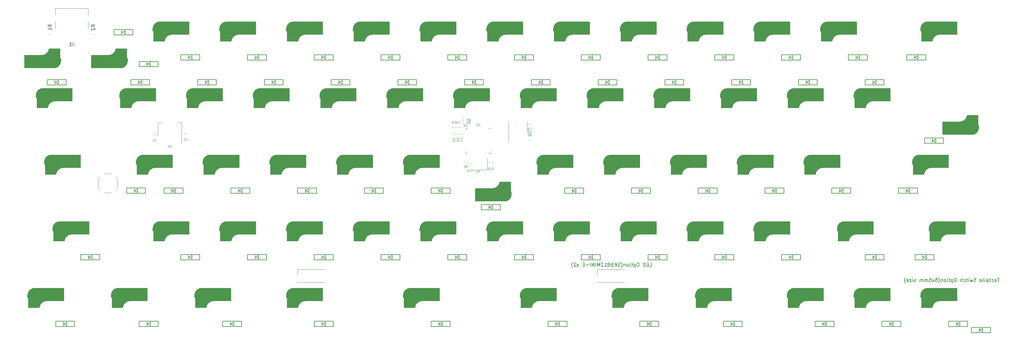
<source format=gbr>
%TF.GenerationSoftware,KiCad,Pcbnew,7.0.1*%
%TF.CreationDate,2025-02-28T05:26:20+09:00*%
%TF.ProjectId,bonyo6x_panel,626f6e79-6f36-4785-9f70-616e656c2e6b,rev?*%
%TF.SameCoordinates,Original*%
%TF.FileFunction,Legend,Bot*%
%TF.FilePolarity,Positive*%
%FSLAX46Y46*%
G04 Gerber Fmt 4.6, Leading zero omitted, Abs format (unit mm)*
G04 Created by KiCad (PCBNEW 7.0.1) date 2025-02-28 05:26:20*
%MOMM*%
%LPD*%
G01*
G04 APERTURE LIST*
%ADD10C,0.150000*%
%ADD11C,0.100000*%
%ADD12C,0.300000*%
%ADD13C,0.500000*%
%ADD14C,0.800000*%
%ADD15C,3.000000*%
%ADD16C,3.500000*%
%ADD17C,1.000000*%
%ADD18C,0.400000*%
%ADD19C,0.120000*%
G04 APERTURE END LIST*
D10*
X240585714Y-112177619D02*
X241061904Y-112177619D01*
X241061904Y-112177619D02*
X241061904Y-111177619D01*
X240252380Y-111653809D02*
X239919047Y-111653809D01*
X239776190Y-112177619D02*
X240252380Y-112177619D01*
X240252380Y-112177619D02*
X240252380Y-111177619D01*
X240252380Y-111177619D02*
X239776190Y-111177619D01*
X239347618Y-112177619D02*
X239347618Y-111177619D01*
X239347618Y-111177619D02*
X239109523Y-111177619D01*
X239109523Y-111177619D02*
X238966666Y-111225238D01*
X238966666Y-111225238D02*
X238871428Y-111320476D01*
X238871428Y-111320476D02*
X238823809Y-111415714D01*
X238823809Y-111415714D02*
X238776190Y-111606190D01*
X238776190Y-111606190D02*
X238776190Y-111749047D01*
X238776190Y-111749047D02*
X238823809Y-111939523D01*
X238823809Y-111939523D02*
X238871428Y-112034761D01*
X238871428Y-112034761D02*
X238966666Y-112130000D01*
X238966666Y-112130000D02*
X239109523Y-112177619D01*
X239109523Y-112177619D02*
X239347618Y-112177619D01*
X237395237Y-111177619D02*
X237204761Y-111177619D01*
X237204761Y-111177619D02*
X237109523Y-111225238D01*
X237109523Y-111225238D02*
X237014285Y-111320476D01*
X237014285Y-111320476D02*
X236966666Y-111510952D01*
X236966666Y-111510952D02*
X236966666Y-111844285D01*
X236966666Y-111844285D02*
X237014285Y-112034761D01*
X237014285Y-112034761D02*
X237109523Y-112130000D01*
X237109523Y-112130000D02*
X237204761Y-112177619D01*
X237204761Y-112177619D02*
X237395237Y-112177619D01*
X237395237Y-112177619D02*
X237490475Y-112130000D01*
X237490475Y-112130000D02*
X237585713Y-112034761D01*
X237585713Y-112034761D02*
X237633332Y-111844285D01*
X237633332Y-111844285D02*
X237633332Y-111510952D01*
X237633332Y-111510952D02*
X237585713Y-111320476D01*
X237585713Y-111320476D02*
X237490475Y-111225238D01*
X237490475Y-111225238D02*
X237395237Y-111177619D01*
X236538094Y-111510952D02*
X236538094Y-112510952D01*
X236538094Y-111558571D02*
X236442856Y-111510952D01*
X236442856Y-111510952D02*
X236252380Y-111510952D01*
X236252380Y-111510952D02*
X236157142Y-111558571D01*
X236157142Y-111558571D02*
X236109523Y-111606190D01*
X236109523Y-111606190D02*
X236061904Y-111701428D01*
X236061904Y-111701428D02*
X236061904Y-111987142D01*
X236061904Y-111987142D02*
X236109523Y-112082380D01*
X236109523Y-112082380D02*
X236157142Y-112130000D01*
X236157142Y-112130000D02*
X236252380Y-112177619D01*
X236252380Y-112177619D02*
X236442856Y-112177619D01*
X236442856Y-112177619D02*
X236538094Y-112130000D01*
X235776189Y-111510952D02*
X235395237Y-111510952D01*
X235633332Y-111177619D02*
X235633332Y-112034761D01*
X235633332Y-112034761D02*
X235585713Y-112130000D01*
X235585713Y-112130000D02*
X235490475Y-112177619D01*
X235490475Y-112177619D02*
X235395237Y-112177619D01*
X235061903Y-112177619D02*
X235061903Y-111510952D01*
X235061903Y-111177619D02*
X235109522Y-111225238D01*
X235109522Y-111225238D02*
X235061903Y-111272857D01*
X235061903Y-111272857D02*
X235014284Y-111225238D01*
X235014284Y-111225238D02*
X235061903Y-111177619D01*
X235061903Y-111177619D02*
X235061903Y-111272857D01*
X234442856Y-112177619D02*
X234538094Y-112130000D01*
X234538094Y-112130000D02*
X234585713Y-112082380D01*
X234585713Y-112082380D02*
X234633332Y-111987142D01*
X234633332Y-111987142D02*
X234633332Y-111701428D01*
X234633332Y-111701428D02*
X234585713Y-111606190D01*
X234585713Y-111606190D02*
X234538094Y-111558571D01*
X234538094Y-111558571D02*
X234442856Y-111510952D01*
X234442856Y-111510952D02*
X234299999Y-111510952D01*
X234299999Y-111510952D02*
X234204761Y-111558571D01*
X234204761Y-111558571D02*
X234157142Y-111606190D01*
X234157142Y-111606190D02*
X234109523Y-111701428D01*
X234109523Y-111701428D02*
X234109523Y-111987142D01*
X234109523Y-111987142D02*
X234157142Y-112082380D01*
X234157142Y-112082380D02*
X234204761Y-112130000D01*
X234204761Y-112130000D02*
X234299999Y-112177619D01*
X234299999Y-112177619D02*
X234442856Y-112177619D01*
X233680951Y-111510952D02*
X233680951Y-112177619D01*
X233680951Y-111606190D02*
X233633332Y-111558571D01*
X233633332Y-111558571D02*
X233538094Y-111510952D01*
X233538094Y-111510952D02*
X233395237Y-111510952D01*
X233395237Y-111510952D02*
X233299999Y-111558571D01*
X233299999Y-111558571D02*
X233252380Y-111653809D01*
X233252380Y-111653809D02*
X233252380Y-112177619D01*
X232490475Y-112558571D02*
X232538094Y-112510952D01*
X232538094Y-112510952D02*
X232633332Y-112368095D01*
X232633332Y-112368095D02*
X232680951Y-112272857D01*
X232680951Y-112272857D02*
X232728570Y-112130000D01*
X232728570Y-112130000D02*
X232776189Y-111891904D01*
X232776189Y-111891904D02*
X232776189Y-111701428D01*
X232776189Y-111701428D02*
X232728570Y-111463333D01*
X232728570Y-111463333D02*
X232680951Y-111320476D01*
X232680951Y-111320476D02*
X232633332Y-111225238D01*
X232633332Y-111225238D02*
X232538094Y-111082380D01*
X232538094Y-111082380D02*
X232490475Y-111034761D01*
X232157141Y-112130000D02*
X232014284Y-112177619D01*
X232014284Y-112177619D02*
X231776189Y-112177619D01*
X231776189Y-112177619D02*
X231680951Y-112130000D01*
X231680951Y-112130000D02*
X231633332Y-112082380D01*
X231633332Y-112082380D02*
X231585713Y-111987142D01*
X231585713Y-111987142D02*
X231585713Y-111891904D01*
X231585713Y-111891904D02*
X231633332Y-111796666D01*
X231633332Y-111796666D02*
X231680951Y-111749047D01*
X231680951Y-111749047D02*
X231776189Y-111701428D01*
X231776189Y-111701428D02*
X231966665Y-111653809D01*
X231966665Y-111653809D02*
X232061903Y-111606190D01*
X232061903Y-111606190D02*
X232109522Y-111558571D01*
X232109522Y-111558571D02*
X232157141Y-111463333D01*
X232157141Y-111463333D02*
X232157141Y-111368095D01*
X232157141Y-111368095D02*
X232109522Y-111272857D01*
X232109522Y-111272857D02*
X232061903Y-111225238D01*
X232061903Y-111225238D02*
X231966665Y-111177619D01*
X231966665Y-111177619D02*
X231728570Y-111177619D01*
X231728570Y-111177619D02*
X231585713Y-111225238D01*
X231157141Y-112177619D02*
X231157141Y-111177619D01*
X230585713Y-112177619D02*
X231014284Y-111606190D01*
X230585713Y-111177619D02*
X231157141Y-111749047D01*
X229728570Y-111177619D02*
X229919046Y-111177619D01*
X229919046Y-111177619D02*
X230014284Y-111225238D01*
X230014284Y-111225238D02*
X230061903Y-111272857D01*
X230061903Y-111272857D02*
X230157141Y-111415714D01*
X230157141Y-111415714D02*
X230204760Y-111606190D01*
X230204760Y-111606190D02*
X230204760Y-111987142D01*
X230204760Y-111987142D02*
X230157141Y-112082380D01*
X230157141Y-112082380D02*
X230109522Y-112130000D01*
X230109522Y-112130000D02*
X230014284Y-112177619D01*
X230014284Y-112177619D02*
X229823808Y-112177619D01*
X229823808Y-112177619D02*
X229728570Y-112130000D01*
X229728570Y-112130000D02*
X229680951Y-112082380D01*
X229680951Y-112082380D02*
X229633332Y-111987142D01*
X229633332Y-111987142D02*
X229633332Y-111749047D01*
X229633332Y-111749047D02*
X229680951Y-111653809D01*
X229680951Y-111653809D02*
X229728570Y-111606190D01*
X229728570Y-111606190D02*
X229823808Y-111558571D01*
X229823808Y-111558571D02*
X230014284Y-111558571D01*
X230014284Y-111558571D02*
X230109522Y-111606190D01*
X230109522Y-111606190D02*
X230157141Y-111653809D01*
X230157141Y-111653809D02*
X230204760Y-111749047D01*
X229061903Y-111606190D02*
X229157141Y-111558571D01*
X229157141Y-111558571D02*
X229204760Y-111510952D01*
X229204760Y-111510952D02*
X229252379Y-111415714D01*
X229252379Y-111415714D02*
X229252379Y-111368095D01*
X229252379Y-111368095D02*
X229204760Y-111272857D01*
X229204760Y-111272857D02*
X229157141Y-111225238D01*
X229157141Y-111225238D02*
X229061903Y-111177619D01*
X229061903Y-111177619D02*
X228871427Y-111177619D01*
X228871427Y-111177619D02*
X228776189Y-111225238D01*
X228776189Y-111225238D02*
X228728570Y-111272857D01*
X228728570Y-111272857D02*
X228680951Y-111368095D01*
X228680951Y-111368095D02*
X228680951Y-111415714D01*
X228680951Y-111415714D02*
X228728570Y-111510952D01*
X228728570Y-111510952D02*
X228776189Y-111558571D01*
X228776189Y-111558571D02*
X228871427Y-111606190D01*
X228871427Y-111606190D02*
X229061903Y-111606190D01*
X229061903Y-111606190D02*
X229157141Y-111653809D01*
X229157141Y-111653809D02*
X229204760Y-111701428D01*
X229204760Y-111701428D02*
X229252379Y-111796666D01*
X229252379Y-111796666D02*
X229252379Y-111987142D01*
X229252379Y-111987142D02*
X229204760Y-112082380D01*
X229204760Y-112082380D02*
X229157141Y-112130000D01*
X229157141Y-112130000D02*
X229061903Y-112177619D01*
X229061903Y-112177619D02*
X228871427Y-112177619D01*
X228871427Y-112177619D02*
X228776189Y-112130000D01*
X228776189Y-112130000D02*
X228728570Y-112082380D01*
X228728570Y-112082380D02*
X228680951Y-111987142D01*
X228680951Y-111987142D02*
X228680951Y-111796666D01*
X228680951Y-111796666D02*
X228728570Y-111701428D01*
X228728570Y-111701428D02*
X228776189Y-111653809D01*
X228776189Y-111653809D02*
X228871427Y-111606190D01*
X227728570Y-112177619D02*
X228299998Y-112177619D01*
X228014284Y-112177619D02*
X228014284Y-111177619D01*
X228014284Y-111177619D02*
X228109522Y-111320476D01*
X228109522Y-111320476D02*
X228204760Y-111415714D01*
X228204760Y-111415714D02*
X228299998Y-111463333D01*
X227347617Y-111272857D02*
X227299998Y-111225238D01*
X227299998Y-111225238D02*
X227204760Y-111177619D01*
X227204760Y-111177619D02*
X226966665Y-111177619D01*
X226966665Y-111177619D02*
X226871427Y-111225238D01*
X226871427Y-111225238D02*
X226823808Y-111272857D01*
X226823808Y-111272857D02*
X226776189Y-111368095D01*
X226776189Y-111368095D02*
X226776189Y-111463333D01*
X226776189Y-111463333D02*
X226823808Y-111606190D01*
X226823808Y-111606190D02*
X227395236Y-112177619D01*
X227395236Y-112177619D02*
X226776189Y-112177619D01*
X226347617Y-112177619D02*
X226347617Y-111177619D01*
X226347617Y-111177619D02*
X226014284Y-111891904D01*
X226014284Y-111891904D02*
X225680951Y-111177619D01*
X225680951Y-111177619D02*
X225680951Y-112177619D01*
X225204760Y-112177619D02*
X225204760Y-111177619D01*
X224728570Y-112177619D02*
X224728570Y-111177619D01*
X224728570Y-111177619D02*
X224157142Y-112177619D01*
X224157142Y-112177619D02*
X224157142Y-111177619D01*
X223680951Y-112177619D02*
X223680951Y-111177619D01*
X223204761Y-111796666D02*
X222442857Y-111796666D01*
X221966666Y-111653809D02*
X221633333Y-111653809D01*
X221490476Y-112177619D02*
X221966666Y-112177619D01*
X221966666Y-112177619D02*
X221966666Y-111177619D01*
X221966666Y-111177619D02*
X221490476Y-111177619D01*
X220395237Y-112177619D02*
X219871428Y-111510952D01*
X220395237Y-111510952D02*
X219871428Y-112177619D01*
X219538094Y-111272857D02*
X219490475Y-111225238D01*
X219490475Y-111225238D02*
X219395237Y-111177619D01*
X219395237Y-111177619D02*
X219157142Y-111177619D01*
X219157142Y-111177619D02*
X219061904Y-111225238D01*
X219061904Y-111225238D02*
X219014285Y-111272857D01*
X219014285Y-111272857D02*
X218966666Y-111368095D01*
X218966666Y-111368095D02*
X218966666Y-111463333D01*
X218966666Y-111463333D02*
X219014285Y-111606190D01*
X219014285Y-111606190D02*
X219585713Y-112177619D01*
X219585713Y-112177619D02*
X218966666Y-112177619D01*
X218633332Y-112558571D02*
X218585713Y-112510952D01*
X218585713Y-112510952D02*
X218490475Y-112368095D01*
X218490475Y-112368095D02*
X218442856Y-112272857D01*
X218442856Y-112272857D02*
X218395237Y-112130000D01*
X218395237Y-112130000D02*
X218347618Y-111891904D01*
X218347618Y-111891904D02*
X218347618Y-111701428D01*
X218347618Y-111701428D02*
X218395237Y-111463333D01*
X218395237Y-111463333D02*
X218442856Y-111320476D01*
X218442856Y-111320476D02*
X218490475Y-111225238D01*
X218490475Y-111225238D02*
X218585713Y-111082380D01*
X218585713Y-111082380D02*
X218633332Y-111034761D01*
X340423797Y-115558967D02*
X339852369Y-115558967D01*
X340138083Y-116558967D02*
X340138083Y-115558967D01*
X339090464Y-116558967D02*
X339090464Y-116035157D01*
X339090464Y-116035157D02*
X339138083Y-115939919D01*
X339138083Y-115939919D02*
X339233321Y-115892300D01*
X339233321Y-115892300D02*
X339423797Y-115892300D01*
X339423797Y-115892300D02*
X339519035Y-115939919D01*
X339090464Y-116511348D02*
X339185702Y-116558967D01*
X339185702Y-116558967D02*
X339423797Y-116558967D01*
X339423797Y-116558967D02*
X339519035Y-116511348D01*
X339519035Y-116511348D02*
X339566654Y-116416109D01*
X339566654Y-116416109D02*
X339566654Y-116320871D01*
X339566654Y-116320871D02*
X339519035Y-116225633D01*
X339519035Y-116225633D02*
X339423797Y-116178014D01*
X339423797Y-116178014D02*
X339185702Y-116178014D01*
X339185702Y-116178014D02*
X339090464Y-116130395D01*
X338185702Y-116511348D02*
X338280940Y-116558967D01*
X338280940Y-116558967D02*
X338471416Y-116558967D01*
X338471416Y-116558967D02*
X338566654Y-116511348D01*
X338566654Y-116511348D02*
X338614273Y-116463728D01*
X338614273Y-116463728D02*
X338661892Y-116368490D01*
X338661892Y-116368490D02*
X338661892Y-116082776D01*
X338661892Y-116082776D02*
X338614273Y-115987538D01*
X338614273Y-115987538D02*
X338566654Y-115939919D01*
X338566654Y-115939919D02*
X338471416Y-115892300D01*
X338471416Y-115892300D02*
X338280940Y-115892300D01*
X338280940Y-115892300D02*
X338185702Y-115939919D01*
X337899987Y-115892300D02*
X337519035Y-115892300D01*
X337757130Y-115558967D02*
X337757130Y-116416109D01*
X337757130Y-116416109D02*
X337709511Y-116511348D01*
X337709511Y-116511348D02*
X337614273Y-116558967D01*
X337614273Y-116558967D02*
X337519035Y-116558967D01*
X336757130Y-116558967D02*
X336757130Y-116035157D01*
X336757130Y-116035157D02*
X336804749Y-115939919D01*
X336804749Y-115939919D02*
X336899987Y-115892300D01*
X336899987Y-115892300D02*
X337090463Y-115892300D01*
X337090463Y-115892300D02*
X337185701Y-115939919D01*
X336757130Y-116511348D02*
X336852368Y-116558967D01*
X336852368Y-116558967D02*
X337090463Y-116558967D01*
X337090463Y-116558967D02*
X337185701Y-116511348D01*
X337185701Y-116511348D02*
X337233320Y-116416109D01*
X337233320Y-116416109D02*
X337233320Y-116320871D01*
X337233320Y-116320871D02*
X337185701Y-116225633D01*
X337185701Y-116225633D02*
X337090463Y-116178014D01*
X337090463Y-116178014D02*
X336852368Y-116178014D01*
X336852368Y-116178014D02*
X336757130Y-116130395D01*
X336280939Y-116558967D02*
X336280939Y-115892300D01*
X336280939Y-115558967D02*
X336328558Y-115606586D01*
X336328558Y-115606586D02*
X336280939Y-115654205D01*
X336280939Y-115654205D02*
X336233320Y-115606586D01*
X336233320Y-115606586D02*
X336280939Y-115558967D01*
X336280939Y-115558967D02*
X336280939Y-115654205D01*
X335661892Y-116558967D02*
X335757130Y-116511348D01*
X335757130Y-116511348D02*
X335804749Y-116416109D01*
X335804749Y-116416109D02*
X335804749Y-115558967D01*
X334899987Y-116511348D02*
X334995225Y-116558967D01*
X334995225Y-116558967D02*
X335185701Y-116558967D01*
X335185701Y-116558967D02*
X335280939Y-116511348D01*
X335280939Y-116511348D02*
X335328558Y-116416109D01*
X335328558Y-116416109D02*
X335328558Y-116035157D01*
X335328558Y-116035157D02*
X335280939Y-115939919D01*
X335280939Y-115939919D02*
X335185701Y-115892300D01*
X335185701Y-115892300D02*
X334995225Y-115892300D01*
X334995225Y-115892300D02*
X334899987Y-115939919D01*
X334899987Y-115939919D02*
X334852368Y-116035157D01*
X334852368Y-116035157D02*
X334852368Y-116130395D01*
X334852368Y-116130395D02*
X335328558Y-116225633D01*
X333709510Y-116511348D02*
X333566653Y-116558967D01*
X333566653Y-116558967D02*
X333328558Y-116558967D01*
X333328558Y-116558967D02*
X333233320Y-116511348D01*
X333233320Y-116511348D02*
X333185701Y-116463728D01*
X333185701Y-116463728D02*
X333138082Y-116368490D01*
X333138082Y-116368490D02*
X333138082Y-116273252D01*
X333138082Y-116273252D02*
X333185701Y-116178014D01*
X333185701Y-116178014D02*
X333233320Y-116130395D01*
X333233320Y-116130395D02*
X333328558Y-116082776D01*
X333328558Y-116082776D02*
X333519034Y-116035157D01*
X333519034Y-116035157D02*
X333614272Y-115987538D01*
X333614272Y-115987538D02*
X333661891Y-115939919D01*
X333661891Y-115939919D02*
X333709510Y-115844681D01*
X333709510Y-115844681D02*
X333709510Y-115749443D01*
X333709510Y-115749443D02*
X333661891Y-115654205D01*
X333661891Y-115654205D02*
X333614272Y-115606586D01*
X333614272Y-115606586D02*
X333519034Y-115558967D01*
X333519034Y-115558967D02*
X333280939Y-115558967D01*
X333280939Y-115558967D02*
X333138082Y-115606586D01*
X332804748Y-115892300D02*
X332614272Y-116558967D01*
X332614272Y-116558967D02*
X332423796Y-116082776D01*
X332423796Y-116082776D02*
X332233320Y-116558967D01*
X332233320Y-116558967D02*
X332042844Y-115892300D01*
X331661891Y-116558967D02*
X331661891Y-115892300D01*
X331661891Y-115558967D02*
X331709510Y-115606586D01*
X331709510Y-115606586D02*
X331661891Y-115654205D01*
X331661891Y-115654205D02*
X331614272Y-115606586D01*
X331614272Y-115606586D02*
X331661891Y-115558967D01*
X331661891Y-115558967D02*
X331661891Y-115654205D01*
X331328558Y-115892300D02*
X330947606Y-115892300D01*
X331185701Y-115558967D02*
X331185701Y-116416109D01*
X331185701Y-116416109D02*
X331138082Y-116511348D01*
X331138082Y-116511348D02*
X331042844Y-116558967D01*
X331042844Y-116558967D02*
X330947606Y-116558967D01*
X330185701Y-116511348D02*
X330280939Y-116558967D01*
X330280939Y-116558967D02*
X330471415Y-116558967D01*
X330471415Y-116558967D02*
X330566653Y-116511348D01*
X330566653Y-116511348D02*
X330614272Y-116463728D01*
X330614272Y-116463728D02*
X330661891Y-116368490D01*
X330661891Y-116368490D02*
X330661891Y-116082776D01*
X330661891Y-116082776D02*
X330614272Y-115987538D01*
X330614272Y-115987538D02*
X330566653Y-115939919D01*
X330566653Y-115939919D02*
X330471415Y-115892300D01*
X330471415Y-115892300D02*
X330280939Y-115892300D01*
X330280939Y-115892300D02*
X330185701Y-115939919D01*
X329757129Y-116558967D02*
X329757129Y-115558967D01*
X329328558Y-116558967D02*
X329328558Y-116035157D01*
X329328558Y-116035157D02*
X329376177Y-115939919D01*
X329376177Y-115939919D02*
X329471415Y-115892300D01*
X329471415Y-115892300D02*
X329614272Y-115892300D01*
X329614272Y-115892300D02*
X329709510Y-115939919D01*
X329709510Y-115939919D02*
X329757129Y-115987538D01*
X327899986Y-115558967D02*
X327709510Y-115558967D01*
X327709510Y-115558967D02*
X327614272Y-115606586D01*
X327614272Y-115606586D02*
X327519034Y-115701824D01*
X327519034Y-115701824D02*
X327471415Y-115892300D01*
X327471415Y-115892300D02*
X327471415Y-116225633D01*
X327471415Y-116225633D02*
X327519034Y-116416109D01*
X327519034Y-116416109D02*
X327614272Y-116511348D01*
X327614272Y-116511348D02*
X327709510Y-116558967D01*
X327709510Y-116558967D02*
X327899986Y-116558967D01*
X327899986Y-116558967D02*
X327995224Y-116511348D01*
X327995224Y-116511348D02*
X328090462Y-116416109D01*
X328090462Y-116416109D02*
X328138081Y-116225633D01*
X328138081Y-116225633D02*
X328138081Y-115892300D01*
X328138081Y-115892300D02*
X328090462Y-115701824D01*
X328090462Y-115701824D02*
X327995224Y-115606586D01*
X327995224Y-115606586D02*
X327899986Y-115558967D01*
X327042843Y-115892300D02*
X327042843Y-116892300D01*
X327042843Y-115939919D02*
X326947605Y-115892300D01*
X326947605Y-115892300D02*
X326757129Y-115892300D01*
X326757129Y-115892300D02*
X326661891Y-115939919D01*
X326661891Y-115939919D02*
X326614272Y-115987538D01*
X326614272Y-115987538D02*
X326566653Y-116082776D01*
X326566653Y-116082776D02*
X326566653Y-116368490D01*
X326566653Y-116368490D02*
X326614272Y-116463728D01*
X326614272Y-116463728D02*
X326661891Y-116511348D01*
X326661891Y-116511348D02*
X326757129Y-116558967D01*
X326757129Y-116558967D02*
X326947605Y-116558967D01*
X326947605Y-116558967D02*
X327042843Y-116511348D01*
X326280938Y-115892300D02*
X325899986Y-115892300D01*
X326138081Y-115558967D02*
X326138081Y-116416109D01*
X326138081Y-116416109D02*
X326090462Y-116511348D01*
X326090462Y-116511348D02*
X325995224Y-116558967D01*
X325995224Y-116558967D02*
X325899986Y-116558967D01*
X325566652Y-116558967D02*
X325566652Y-115892300D01*
X325566652Y-115558967D02*
X325614271Y-115606586D01*
X325614271Y-115606586D02*
X325566652Y-115654205D01*
X325566652Y-115654205D02*
X325519033Y-115606586D01*
X325519033Y-115606586D02*
X325566652Y-115558967D01*
X325566652Y-115558967D02*
X325566652Y-115654205D01*
X324947605Y-116558967D02*
X325042843Y-116511348D01*
X325042843Y-116511348D02*
X325090462Y-116463728D01*
X325090462Y-116463728D02*
X325138081Y-116368490D01*
X325138081Y-116368490D02*
X325138081Y-116082776D01*
X325138081Y-116082776D02*
X325090462Y-115987538D01*
X325090462Y-115987538D02*
X325042843Y-115939919D01*
X325042843Y-115939919D02*
X324947605Y-115892300D01*
X324947605Y-115892300D02*
X324804748Y-115892300D01*
X324804748Y-115892300D02*
X324709510Y-115939919D01*
X324709510Y-115939919D02*
X324661891Y-115987538D01*
X324661891Y-115987538D02*
X324614272Y-116082776D01*
X324614272Y-116082776D02*
X324614272Y-116368490D01*
X324614272Y-116368490D02*
X324661891Y-116463728D01*
X324661891Y-116463728D02*
X324709510Y-116511348D01*
X324709510Y-116511348D02*
X324804748Y-116558967D01*
X324804748Y-116558967D02*
X324947605Y-116558967D01*
X324185700Y-115892300D02*
X324185700Y-116558967D01*
X324185700Y-115987538D02*
X324138081Y-115939919D01*
X324138081Y-115939919D02*
X324042843Y-115892300D01*
X324042843Y-115892300D02*
X323899986Y-115892300D01*
X323899986Y-115892300D02*
X323804748Y-115939919D01*
X323804748Y-115939919D02*
X323757129Y-116035157D01*
X323757129Y-116035157D02*
X323757129Y-116558967D01*
X322995224Y-116939919D02*
X323042843Y-116892300D01*
X323042843Y-116892300D02*
X323138081Y-116749443D01*
X323138081Y-116749443D02*
X323185700Y-116654205D01*
X323185700Y-116654205D02*
X323233319Y-116511348D01*
X323233319Y-116511348D02*
X323280938Y-116273252D01*
X323280938Y-116273252D02*
X323280938Y-116082776D01*
X323280938Y-116082776D02*
X323233319Y-115844681D01*
X323233319Y-115844681D02*
X323185700Y-115701824D01*
X323185700Y-115701824D02*
X323138081Y-115606586D01*
X323138081Y-115606586D02*
X323042843Y-115463728D01*
X323042843Y-115463728D02*
X322995224Y-115416109D01*
X322185700Y-115558967D02*
X322376176Y-115558967D01*
X322376176Y-115558967D02*
X322471414Y-115606586D01*
X322471414Y-115606586D02*
X322519033Y-115654205D01*
X322519033Y-115654205D02*
X322614271Y-115797062D01*
X322614271Y-115797062D02*
X322661890Y-115987538D01*
X322661890Y-115987538D02*
X322661890Y-116368490D01*
X322661890Y-116368490D02*
X322614271Y-116463728D01*
X322614271Y-116463728D02*
X322566652Y-116511348D01*
X322566652Y-116511348D02*
X322471414Y-116558967D01*
X322471414Y-116558967D02*
X322280938Y-116558967D01*
X322280938Y-116558967D02*
X322185700Y-116511348D01*
X322185700Y-116511348D02*
X322138081Y-116463728D01*
X322138081Y-116463728D02*
X322090462Y-116368490D01*
X322090462Y-116368490D02*
X322090462Y-116130395D01*
X322090462Y-116130395D02*
X322138081Y-116035157D01*
X322138081Y-116035157D02*
X322185700Y-115987538D01*
X322185700Y-115987538D02*
X322280938Y-115939919D01*
X322280938Y-115939919D02*
X322471414Y-115939919D01*
X322471414Y-115939919D02*
X322566652Y-115987538D01*
X322566652Y-115987538D02*
X322614271Y-116035157D01*
X322614271Y-116035157D02*
X322661890Y-116130395D01*
X321757128Y-116558967D02*
X321233319Y-115892300D01*
X321757128Y-115892300D02*
X321233319Y-116558967D01*
X320423795Y-115558967D02*
X320614271Y-115558967D01*
X320614271Y-115558967D02*
X320709509Y-115606586D01*
X320709509Y-115606586D02*
X320757128Y-115654205D01*
X320757128Y-115654205D02*
X320852366Y-115797062D01*
X320852366Y-115797062D02*
X320899985Y-115987538D01*
X320899985Y-115987538D02*
X320899985Y-116368490D01*
X320899985Y-116368490D02*
X320852366Y-116463728D01*
X320852366Y-116463728D02*
X320804747Y-116511348D01*
X320804747Y-116511348D02*
X320709509Y-116558967D01*
X320709509Y-116558967D02*
X320519033Y-116558967D01*
X320519033Y-116558967D02*
X320423795Y-116511348D01*
X320423795Y-116511348D02*
X320376176Y-116463728D01*
X320376176Y-116463728D02*
X320328557Y-116368490D01*
X320328557Y-116368490D02*
X320328557Y-116130395D01*
X320328557Y-116130395D02*
X320376176Y-116035157D01*
X320376176Y-116035157D02*
X320423795Y-115987538D01*
X320423795Y-115987538D02*
X320519033Y-115939919D01*
X320519033Y-115939919D02*
X320709509Y-115939919D01*
X320709509Y-115939919D02*
X320804747Y-115987538D01*
X320804747Y-115987538D02*
X320852366Y-116035157D01*
X320852366Y-116035157D02*
X320899985Y-116130395D01*
X319899985Y-116558967D02*
X319899985Y-115892300D01*
X319899985Y-115987538D02*
X319852366Y-115939919D01*
X319852366Y-115939919D02*
X319757128Y-115892300D01*
X319757128Y-115892300D02*
X319614271Y-115892300D01*
X319614271Y-115892300D02*
X319519033Y-115939919D01*
X319519033Y-115939919D02*
X319471414Y-116035157D01*
X319471414Y-116035157D02*
X319471414Y-116558967D01*
X319471414Y-116035157D02*
X319423795Y-115939919D01*
X319423795Y-115939919D02*
X319328557Y-115892300D01*
X319328557Y-115892300D02*
X319185700Y-115892300D01*
X319185700Y-115892300D02*
X319090461Y-115939919D01*
X319090461Y-115939919D02*
X319042842Y-116035157D01*
X319042842Y-116035157D02*
X319042842Y-116558967D01*
X318566652Y-116558967D02*
X318566652Y-115892300D01*
X318566652Y-115987538D02*
X318519033Y-115939919D01*
X318519033Y-115939919D02*
X318423795Y-115892300D01*
X318423795Y-115892300D02*
X318280938Y-115892300D01*
X318280938Y-115892300D02*
X318185700Y-115939919D01*
X318185700Y-115939919D02*
X318138081Y-116035157D01*
X318138081Y-116035157D02*
X318138081Y-116558967D01*
X318138081Y-116035157D02*
X318090462Y-115939919D01*
X318090462Y-115939919D02*
X317995224Y-115892300D01*
X317995224Y-115892300D02*
X317852367Y-115892300D01*
X317852367Y-115892300D02*
X317757128Y-115939919D01*
X317757128Y-115939919D02*
X317709509Y-116035157D01*
X317709509Y-116035157D02*
X317709509Y-116558967D01*
X316519033Y-116511348D02*
X316423795Y-116558967D01*
X316423795Y-116558967D02*
X316233319Y-116558967D01*
X316233319Y-116558967D02*
X316138081Y-116511348D01*
X316138081Y-116511348D02*
X316090462Y-116416109D01*
X316090462Y-116416109D02*
X316090462Y-116368490D01*
X316090462Y-116368490D02*
X316138081Y-116273252D01*
X316138081Y-116273252D02*
X316233319Y-116225633D01*
X316233319Y-116225633D02*
X316376176Y-116225633D01*
X316376176Y-116225633D02*
X316471414Y-116178014D01*
X316471414Y-116178014D02*
X316519033Y-116082776D01*
X316519033Y-116082776D02*
X316519033Y-116035157D01*
X316519033Y-116035157D02*
X316471414Y-115939919D01*
X316471414Y-115939919D02*
X316376176Y-115892300D01*
X316376176Y-115892300D02*
X316233319Y-115892300D01*
X316233319Y-115892300D02*
X316138081Y-115939919D01*
X315661890Y-116558967D02*
X315661890Y-115892300D01*
X315661890Y-115558967D02*
X315709509Y-115606586D01*
X315709509Y-115606586D02*
X315661890Y-115654205D01*
X315661890Y-115654205D02*
X315614271Y-115606586D01*
X315614271Y-115606586D02*
X315661890Y-115558967D01*
X315661890Y-115558967D02*
X315661890Y-115654205D01*
X315280938Y-115892300D02*
X314757129Y-115892300D01*
X314757129Y-115892300D02*
X315280938Y-116558967D01*
X315280938Y-116558967D02*
X314757129Y-116558967D01*
X313995224Y-116511348D02*
X314090462Y-116558967D01*
X314090462Y-116558967D02*
X314280938Y-116558967D01*
X314280938Y-116558967D02*
X314376176Y-116511348D01*
X314376176Y-116511348D02*
X314423795Y-116416109D01*
X314423795Y-116416109D02*
X314423795Y-116035157D01*
X314423795Y-116035157D02*
X314376176Y-115939919D01*
X314376176Y-115939919D02*
X314280938Y-115892300D01*
X314280938Y-115892300D02*
X314090462Y-115892300D01*
X314090462Y-115892300D02*
X313995224Y-115939919D01*
X313995224Y-115939919D02*
X313947605Y-116035157D01*
X313947605Y-116035157D02*
X313947605Y-116130395D01*
X313947605Y-116130395D02*
X314423795Y-116225633D01*
X313614271Y-116939919D02*
X313566652Y-116892300D01*
X313566652Y-116892300D02*
X313471414Y-116749443D01*
X313471414Y-116749443D02*
X313423795Y-116654205D01*
X313423795Y-116654205D02*
X313376176Y-116511348D01*
X313376176Y-116511348D02*
X313328557Y-116273252D01*
X313328557Y-116273252D02*
X313328557Y-116082776D01*
X313328557Y-116082776D02*
X313376176Y-115844681D01*
X313376176Y-115844681D02*
X313423795Y-115701824D01*
X313423795Y-115701824D02*
X313471414Y-115606586D01*
X313471414Y-115606586D02*
X313566652Y-115463728D01*
X313566652Y-115463728D02*
X313614271Y-115416109D01*
D11*
%TO.C,C1*%
X99375055Y-76336094D02*
X99403627Y-76364666D01*
X99403627Y-76364666D02*
X99489341Y-76393237D01*
X99489341Y-76393237D02*
X99546484Y-76393237D01*
X99546484Y-76393237D02*
X99632198Y-76364666D01*
X99632198Y-76364666D02*
X99689341Y-76307523D01*
X99689341Y-76307523D02*
X99717912Y-76250380D01*
X99717912Y-76250380D02*
X99746484Y-76136094D01*
X99746484Y-76136094D02*
X99746484Y-76050380D01*
X99746484Y-76050380D02*
X99717912Y-75936094D01*
X99717912Y-75936094D02*
X99689341Y-75878951D01*
X99689341Y-75878951D02*
X99632198Y-75821808D01*
X99632198Y-75821808D02*
X99546484Y-75793237D01*
X99546484Y-75793237D02*
X99489341Y-75793237D01*
X99489341Y-75793237D02*
X99403627Y-75821808D01*
X99403627Y-75821808D02*
X99375055Y-75850380D01*
X98803627Y-76393237D02*
X99146484Y-76393237D01*
X98975055Y-76393237D02*
X98975055Y-75793237D01*
X98975055Y-75793237D02*
X99032198Y-75878951D01*
X99032198Y-75878951D02*
X99089341Y-75936094D01*
X99089341Y-75936094D02*
X99146484Y-75964666D01*
D10*
%TO.C,R1*%
X69937675Y-43648999D02*
X69461484Y-43315666D01*
X69937675Y-43077571D02*
X68937675Y-43077571D01*
X68937675Y-43077571D02*
X68937675Y-43458523D01*
X68937675Y-43458523D02*
X68985294Y-43553761D01*
X68985294Y-43553761D02*
X69032913Y-43601380D01*
X69032913Y-43601380D02*
X69128151Y-43648999D01*
X69128151Y-43648999D02*
X69271008Y-43648999D01*
X69271008Y-43648999D02*
X69366246Y-43601380D01*
X69366246Y-43601380D02*
X69413865Y-43553761D01*
X69413865Y-43553761D02*
X69461484Y-43458523D01*
X69461484Y-43458523D02*
X69461484Y-43077571D01*
X69937675Y-44601380D02*
X69937675Y-44029952D01*
X69937675Y-44315666D02*
X68937675Y-44315666D01*
X68937675Y-44315666D02*
X69080532Y-44220428D01*
X69080532Y-44220428D02*
X69175770Y-44125190D01*
X69175770Y-44125190D02*
X69223389Y-44029952D01*
D11*
%TO.C,C5*%
X184995484Y-75815666D02*
X185024056Y-75787094D01*
X185024056Y-75787094D02*
X185052627Y-75701380D01*
X185052627Y-75701380D02*
X185052627Y-75644237D01*
X185052627Y-75644237D02*
X185024056Y-75558523D01*
X185024056Y-75558523D02*
X184966913Y-75501380D01*
X184966913Y-75501380D02*
X184909770Y-75472809D01*
X184909770Y-75472809D02*
X184795484Y-75444237D01*
X184795484Y-75444237D02*
X184709770Y-75444237D01*
X184709770Y-75444237D02*
X184595484Y-75472809D01*
X184595484Y-75472809D02*
X184538341Y-75501380D01*
X184538341Y-75501380D02*
X184481198Y-75558523D01*
X184481198Y-75558523D02*
X184452627Y-75644237D01*
X184452627Y-75644237D02*
X184452627Y-75701380D01*
X184452627Y-75701380D02*
X184481198Y-75787094D01*
X184481198Y-75787094D02*
X184509770Y-75815666D01*
X184452627Y-76358523D02*
X184452627Y-76072809D01*
X184452627Y-76072809D02*
X184738341Y-76044237D01*
X184738341Y-76044237D02*
X184709770Y-76072809D01*
X184709770Y-76072809D02*
X184681198Y-76129952D01*
X184681198Y-76129952D02*
X184681198Y-76272809D01*
X184681198Y-76272809D02*
X184709770Y-76329952D01*
X184709770Y-76329952D02*
X184738341Y-76358523D01*
X184738341Y-76358523D02*
X184795484Y-76387094D01*
X184795484Y-76387094D02*
X184938341Y-76387094D01*
X184938341Y-76387094D02*
X184995484Y-76358523D01*
X184995484Y-76358523D02*
X185024056Y-76329952D01*
X185024056Y-76329952D02*
X185052627Y-76272809D01*
X185052627Y-76272809D02*
X185052627Y-76129952D01*
X185052627Y-76129952D02*
X185024056Y-76072809D01*
X185024056Y-76072809D02*
X184995484Y-76044237D01*
%TO.C,C9*%
X206475055Y-73036094D02*
X206503627Y-73064666D01*
X206503627Y-73064666D02*
X206589341Y-73093237D01*
X206589341Y-73093237D02*
X206646484Y-73093237D01*
X206646484Y-73093237D02*
X206732198Y-73064666D01*
X206732198Y-73064666D02*
X206789341Y-73007523D01*
X206789341Y-73007523D02*
X206817912Y-72950380D01*
X206817912Y-72950380D02*
X206846484Y-72836094D01*
X206846484Y-72836094D02*
X206846484Y-72750380D01*
X206846484Y-72750380D02*
X206817912Y-72636094D01*
X206817912Y-72636094D02*
X206789341Y-72578951D01*
X206789341Y-72578951D02*
X206732198Y-72521808D01*
X206732198Y-72521808D02*
X206646484Y-72493237D01*
X206646484Y-72493237D02*
X206589341Y-72493237D01*
X206589341Y-72493237D02*
X206503627Y-72521808D01*
X206503627Y-72521808D02*
X206475055Y-72550380D01*
X206189341Y-73093237D02*
X206075055Y-73093237D01*
X206075055Y-73093237D02*
X206017912Y-73064666D01*
X206017912Y-73064666D02*
X205989341Y-73036094D01*
X205989341Y-73036094D02*
X205932198Y-72950380D01*
X205932198Y-72950380D02*
X205903627Y-72836094D01*
X205903627Y-72836094D02*
X205903627Y-72607523D01*
X205903627Y-72607523D02*
X205932198Y-72550380D01*
X205932198Y-72550380D02*
X205960770Y-72521808D01*
X205960770Y-72521808D02*
X206017912Y-72493237D01*
X206017912Y-72493237D02*
X206132198Y-72493237D01*
X206132198Y-72493237D02*
X206189341Y-72521808D01*
X206189341Y-72521808D02*
X206217912Y-72550380D01*
X206217912Y-72550380D02*
X206246484Y-72607523D01*
X206246484Y-72607523D02*
X206246484Y-72750380D01*
X206246484Y-72750380D02*
X206217912Y-72807523D01*
X206217912Y-72807523D02*
X206189341Y-72836094D01*
X206189341Y-72836094D02*
X206132198Y-72864666D01*
X206132198Y-72864666D02*
X206017912Y-72864666D01*
X206017912Y-72864666D02*
X205960770Y-72836094D01*
X205960770Y-72836094D02*
X205932198Y-72807523D01*
X205932198Y-72807523D02*
X205903627Y-72750380D01*
%TO.C,C8*%
X188175055Y-72136094D02*
X188203627Y-72164666D01*
X188203627Y-72164666D02*
X188289341Y-72193237D01*
X188289341Y-72193237D02*
X188346484Y-72193237D01*
X188346484Y-72193237D02*
X188432198Y-72164666D01*
X188432198Y-72164666D02*
X188489341Y-72107523D01*
X188489341Y-72107523D02*
X188517912Y-72050380D01*
X188517912Y-72050380D02*
X188546484Y-71936094D01*
X188546484Y-71936094D02*
X188546484Y-71850380D01*
X188546484Y-71850380D02*
X188517912Y-71736094D01*
X188517912Y-71736094D02*
X188489341Y-71678951D01*
X188489341Y-71678951D02*
X188432198Y-71621808D01*
X188432198Y-71621808D02*
X188346484Y-71593237D01*
X188346484Y-71593237D02*
X188289341Y-71593237D01*
X188289341Y-71593237D02*
X188203627Y-71621808D01*
X188203627Y-71621808D02*
X188175055Y-71650380D01*
X187832198Y-71850380D02*
X187889341Y-71821808D01*
X187889341Y-71821808D02*
X187917912Y-71793237D01*
X187917912Y-71793237D02*
X187946484Y-71736094D01*
X187946484Y-71736094D02*
X187946484Y-71707523D01*
X187946484Y-71707523D02*
X187917912Y-71650380D01*
X187917912Y-71650380D02*
X187889341Y-71621808D01*
X187889341Y-71621808D02*
X187832198Y-71593237D01*
X187832198Y-71593237D02*
X187717912Y-71593237D01*
X187717912Y-71593237D02*
X187660770Y-71621808D01*
X187660770Y-71621808D02*
X187632198Y-71650380D01*
X187632198Y-71650380D02*
X187603627Y-71707523D01*
X187603627Y-71707523D02*
X187603627Y-71736094D01*
X187603627Y-71736094D02*
X187632198Y-71793237D01*
X187632198Y-71793237D02*
X187660770Y-71821808D01*
X187660770Y-71821808D02*
X187717912Y-71850380D01*
X187717912Y-71850380D02*
X187832198Y-71850380D01*
X187832198Y-71850380D02*
X187889341Y-71878951D01*
X187889341Y-71878951D02*
X187917912Y-71907523D01*
X187917912Y-71907523D02*
X187946484Y-71964666D01*
X187946484Y-71964666D02*
X187946484Y-72078951D01*
X187946484Y-72078951D02*
X187917912Y-72136094D01*
X187917912Y-72136094D02*
X187889341Y-72164666D01*
X187889341Y-72164666D02*
X187832198Y-72193237D01*
X187832198Y-72193237D02*
X187717912Y-72193237D01*
X187717912Y-72193237D02*
X187660770Y-72164666D01*
X187660770Y-72164666D02*
X187632198Y-72136094D01*
X187632198Y-72136094D02*
X187603627Y-72078951D01*
X187603627Y-72078951D02*
X187603627Y-71964666D01*
X187603627Y-71964666D02*
X187632198Y-71907523D01*
X187632198Y-71907523D02*
X187660770Y-71878951D01*
X187660770Y-71878951D02*
X187717912Y-71850380D01*
%TO.C,R4*%
X188975055Y-71393237D02*
X189175055Y-71107523D01*
X189317912Y-71393237D02*
X189317912Y-70793237D01*
X189317912Y-70793237D02*
X189089341Y-70793237D01*
X189089341Y-70793237D02*
X189032198Y-70821808D01*
X189032198Y-70821808D02*
X189003627Y-70850380D01*
X189003627Y-70850380D02*
X188975055Y-70907523D01*
X188975055Y-70907523D02*
X188975055Y-70993237D01*
X188975055Y-70993237D02*
X189003627Y-71050380D01*
X189003627Y-71050380D02*
X189032198Y-71078951D01*
X189032198Y-71078951D02*
X189089341Y-71107523D01*
X189089341Y-71107523D02*
X189317912Y-71107523D01*
X188460770Y-70993237D02*
X188460770Y-71393237D01*
X188603627Y-70764666D02*
X188746484Y-71193237D01*
X188746484Y-71193237D02*
X188375055Y-71193237D01*
%TO.C,Y1*%
X191860770Y-85107523D02*
X191860770Y-85393237D01*
X192060770Y-84793237D02*
X191860770Y-85107523D01*
X191860770Y-85107523D02*
X191660770Y-84793237D01*
X191146484Y-85393237D02*
X191489341Y-85393237D01*
X191317912Y-85393237D02*
X191317912Y-84793237D01*
X191317912Y-84793237D02*
X191375055Y-84878951D01*
X191375055Y-84878951D02*
X191432198Y-84936094D01*
X191432198Y-84936094D02*
X191489341Y-84964666D01*
D10*
%TO.C,J1*%
X76060889Y-48078285D02*
X76060889Y-48792570D01*
X76060889Y-48792570D02*
X76108508Y-48935427D01*
X76108508Y-48935427D02*
X76203746Y-49030666D01*
X76203746Y-49030666D02*
X76346603Y-49078285D01*
X76346603Y-49078285D02*
X76441841Y-49078285D01*
X75060889Y-49078285D02*
X75632317Y-49078285D01*
X75346603Y-49078285D02*
X75346603Y-48078285D01*
X75346603Y-48078285D02*
X75441841Y-48221142D01*
X75441841Y-48221142D02*
X75537079Y-48316380D01*
X75537079Y-48316380D02*
X75632317Y-48363999D01*
D11*
%TO.C,C6*%
X186095484Y-75815666D02*
X186124056Y-75787094D01*
X186124056Y-75787094D02*
X186152627Y-75701380D01*
X186152627Y-75701380D02*
X186152627Y-75644237D01*
X186152627Y-75644237D02*
X186124056Y-75558523D01*
X186124056Y-75558523D02*
X186066913Y-75501380D01*
X186066913Y-75501380D02*
X186009770Y-75472809D01*
X186009770Y-75472809D02*
X185895484Y-75444237D01*
X185895484Y-75444237D02*
X185809770Y-75444237D01*
X185809770Y-75444237D02*
X185695484Y-75472809D01*
X185695484Y-75472809D02*
X185638341Y-75501380D01*
X185638341Y-75501380D02*
X185581198Y-75558523D01*
X185581198Y-75558523D02*
X185552627Y-75644237D01*
X185552627Y-75644237D02*
X185552627Y-75701380D01*
X185552627Y-75701380D02*
X185581198Y-75787094D01*
X185581198Y-75787094D02*
X185609770Y-75815666D01*
X185552627Y-76329952D02*
X185552627Y-76215666D01*
X185552627Y-76215666D02*
X185581198Y-76158523D01*
X185581198Y-76158523D02*
X185609770Y-76129952D01*
X185609770Y-76129952D02*
X185695484Y-76072809D01*
X185695484Y-76072809D02*
X185809770Y-76044237D01*
X185809770Y-76044237D02*
X186038341Y-76044237D01*
X186038341Y-76044237D02*
X186095484Y-76072809D01*
X186095484Y-76072809D02*
X186124056Y-76101380D01*
X186124056Y-76101380D02*
X186152627Y-76158523D01*
X186152627Y-76158523D02*
X186152627Y-76272809D01*
X186152627Y-76272809D02*
X186124056Y-76329952D01*
X186124056Y-76329952D02*
X186095484Y-76358523D01*
X186095484Y-76358523D02*
X186038341Y-76387094D01*
X186038341Y-76387094D02*
X185895484Y-76387094D01*
X185895484Y-76387094D02*
X185838341Y-76358523D01*
X185838341Y-76358523D02*
X185809770Y-76329952D01*
X185809770Y-76329952D02*
X185781198Y-76272809D01*
X185781198Y-76272809D02*
X185781198Y-76158523D01*
X185781198Y-76158523D02*
X185809770Y-76101380D01*
X185809770Y-76101380D02*
X185838341Y-76072809D01*
X185838341Y-76072809D02*
X185895484Y-76044237D01*
%TO.C,C11*%
X189645040Y-84936094D02*
X189673612Y-84964666D01*
X189673612Y-84964666D02*
X189759326Y-84993237D01*
X189759326Y-84993237D02*
X189816469Y-84993237D01*
X189816469Y-84993237D02*
X189902183Y-84964666D01*
X189902183Y-84964666D02*
X189959326Y-84907523D01*
X189959326Y-84907523D02*
X189987897Y-84850380D01*
X189987897Y-84850380D02*
X190016469Y-84736094D01*
X190016469Y-84736094D02*
X190016469Y-84650380D01*
X190016469Y-84650380D02*
X189987897Y-84536094D01*
X189987897Y-84536094D02*
X189959326Y-84478951D01*
X189959326Y-84478951D02*
X189902183Y-84421808D01*
X189902183Y-84421808D02*
X189816469Y-84393237D01*
X189816469Y-84393237D02*
X189759326Y-84393237D01*
X189759326Y-84393237D02*
X189673612Y-84421808D01*
X189673612Y-84421808D02*
X189645040Y-84450380D01*
X189073612Y-84993237D02*
X189416469Y-84993237D01*
X189245040Y-84993237D02*
X189245040Y-84393237D01*
X189245040Y-84393237D02*
X189302183Y-84478951D01*
X189302183Y-84478951D02*
X189359326Y-84536094D01*
X189359326Y-84536094D02*
X189416469Y-84564666D01*
X188502183Y-84993237D02*
X188845040Y-84993237D01*
X188673611Y-84993237D02*
X188673611Y-84393237D01*
X188673611Y-84393237D02*
X188730754Y-84478951D01*
X188730754Y-84478951D02*
X188787897Y-84536094D01*
X188787897Y-84536094D02*
X188845040Y-84564666D01*
%TO.C,C7*%
X187204859Y-75834416D02*
X187233431Y-75805844D01*
X187233431Y-75805844D02*
X187262002Y-75720130D01*
X187262002Y-75720130D02*
X187262002Y-75662987D01*
X187262002Y-75662987D02*
X187233431Y-75577273D01*
X187233431Y-75577273D02*
X187176288Y-75520130D01*
X187176288Y-75520130D02*
X187119145Y-75491559D01*
X187119145Y-75491559D02*
X187004859Y-75462987D01*
X187004859Y-75462987D02*
X186919145Y-75462987D01*
X186919145Y-75462987D02*
X186804859Y-75491559D01*
X186804859Y-75491559D02*
X186747716Y-75520130D01*
X186747716Y-75520130D02*
X186690573Y-75577273D01*
X186690573Y-75577273D02*
X186662002Y-75662987D01*
X186662002Y-75662987D02*
X186662002Y-75720130D01*
X186662002Y-75720130D02*
X186690573Y-75805844D01*
X186690573Y-75805844D02*
X186719145Y-75834416D01*
X186662002Y-76034416D02*
X186662002Y-76434416D01*
X186662002Y-76434416D02*
X187262002Y-76177273D01*
%TO.C,R3*%
X188975055Y-70593237D02*
X189175055Y-70307523D01*
X189317912Y-70593237D02*
X189317912Y-69993237D01*
X189317912Y-69993237D02*
X189089341Y-69993237D01*
X189089341Y-69993237D02*
X189032198Y-70021808D01*
X189032198Y-70021808D02*
X189003627Y-70050380D01*
X189003627Y-70050380D02*
X188975055Y-70107523D01*
X188975055Y-70107523D02*
X188975055Y-70193237D01*
X188975055Y-70193237D02*
X189003627Y-70250380D01*
X189003627Y-70250380D02*
X189032198Y-70278951D01*
X189032198Y-70278951D02*
X189089341Y-70307523D01*
X189089341Y-70307523D02*
X189317912Y-70307523D01*
X188775055Y-69993237D02*
X188403627Y-69993237D01*
X188403627Y-69993237D02*
X188603627Y-70221808D01*
X188603627Y-70221808D02*
X188517912Y-70221808D01*
X188517912Y-70221808D02*
X188460770Y-70250380D01*
X188460770Y-70250380D02*
X188432198Y-70278951D01*
X188432198Y-70278951D02*
X188403627Y-70336094D01*
X188403627Y-70336094D02*
X188403627Y-70478951D01*
X188403627Y-70478951D02*
X188432198Y-70536094D01*
X188432198Y-70536094D02*
X188460770Y-70564666D01*
X188460770Y-70564666D02*
X188517912Y-70593237D01*
X188517912Y-70593237D02*
X188689341Y-70593237D01*
X188689341Y-70593237D02*
X188746484Y-70564666D01*
X188746484Y-70564666D02*
X188775055Y-70536094D01*
%TO.C,C4*%
X185975055Y-71236094D02*
X186003627Y-71264666D01*
X186003627Y-71264666D02*
X186089341Y-71293237D01*
X186089341Y-71293237D02*
X186146484Y-71293237D01*
X186146484Y-71293237D02*
X186232198Y-71264666D01*
X186232198Y-71264666D02*
X186289341Y-71207523D01*
X186289341Y-71207523D02*
X186317912Y-71150380D01*
X186317912Y-71150380D02*
X186346484Y-71036094D01*
X186346484Y-71036094D02*
X186346484Y-70950380D01*
X186346484Y-70950380D02*
X186317912Y-70836094D01*
X186317912Y-70836094D02*
X186289341Y-70778951D01*
X186289341Y-70778951D02*
X186232198Y-70721808D01*
X186232198Y-70721808D02*
X186146484Y-70693237D01*
X186146484Y-70693237D02*
X186089341Y-70693237D01*
X186089341Y-70693237D02*
X186003627Y-70721808D01*
X186003627Y-70721808D02*
X185975055Y-70750380D01*
X185460770Y-70893237D02*
X185460770Y-71293237D01*
X185603627Y-70664666D02*
X185746484Y-71093237D01*
X185746484Y-71093237D02*
X185375055Y-71093237D01*
%TO.C,R6*%
X188175055Y-83893237D02*
X188375055Y-83607523D01*
X188517912Y-83893237D02*
X188517912Y-83293237D01*
X188517912Y-83293237D02*
X188289341Y-83293237D01*
X188289341Y-83293237D02*
X188232198Y-83321808D01*
X188232198Y-83321808D02*
X188203627Y-83350380D01*
X188203627Y-83350380D02*
X188175055Y-83407523D01*
X188175055Y-83407523D02*
X188175055Y-83493237D01*
X188175055Y-83493237D02*
X188203627Y-83550380D01*
X188203627Y-83550380D02*
X188232198Y-83578951D01*
X188232198Y-83578951D02*
X188289341Y-83607523D01*
X188289341Y-83607523D02*
X188517912Y-83607523D01*
X187660770Y-83293237D02*
X187775055Y-83293237D01*
X187775055Y-83293237D02*
X187832198Y-83321808D01*
X187832198Y-83321808D02*
X187860770Y-83350380D01*
X187860770Y-83350380D02*
X187917912Y-83436094D01*
X187917912Y-83436094D02*
X187946484Y-83550380D01*
X187946484Y-83550380D02*
X187946484Y-83778951D01*
X187946484Y-83778951D02*
X187917912Y-83836094D01*
X187917912Y-83836094D02*
X187889341Y-83864666D01*
X187889341Y-83864666D02*
X187832198Y-83893237D01*
X187832198Y-83893237D02*
X187717912Y-83893237D01*
X187717912Y-83893237D02*
X187660770Y-83864666D01*
X187660770Y-83864666D02*
X187632198Y-83836094D01*
X187632198Y-83836094D02*
X187603627Y-83778951D01*
X187603627Y-83778951D02*
X187603627Y-83636094D01*
X187603627Y-83636094D02*
X187632198Y-83578951D01*
X187632198Y-83578951D02*
X187660770Y-83550380D01*
X187660770Y-83550380D02*
X187717912Y-83521808D01*
X187717912Y-83521808D02*
X187832198Y-83521808D01*
X187832198Y-83521808D02*
X187889341Y-83550380D01*
X187889341Y-83550380D02*
X187917912Y-83578951D01*
X187917912Y-83578951D02*
X187946484Y-83636094D01*
%TO.C,U1*%
X104132198Y-77468237D02*
X104132198Y-77953951D01*
X104132198Y-77953951D02*
X104103627Y-78011094D01*
X104103627Y-78011094D02*
X104075056Y-78039666D01*
X104075056Y-78039666D02*
X104017913Y-78068237D01*
X104017913Y-78068237D02*
X103903627Y-78068237D01*
X103903627Y-78068237D02*
X103846484Y-78039666D01*
X103846484Y-78039666D02*
X103817913Y-78011094D01*
X103817913Y-78011094D02*
X103789341Y-77953951D01*
X103789341Y-77953951D02*
X103789341Y-77468237D01*
X103189342Y-78068237D02*
X103532199Y-78068237D01*
X103360770Y-78068237D02*
X103360770Y-77468237D01*
X103360770Y-77468237D02*
X103417913Y-77553951D01*
X103417913Y-77553951D02*
X103475056Y-77611094D01*
X103475056Y-77611094D02*
X103532199Y-77639666D01*
%TO.C,U2*%
X192132198Y-71393237D02*
X192132198Y-71878951D01*
X192132198Y-71878951D02*
X192103627Y-71936094D01*
X192103627Y-71936094D02*
X192075056Y-71964666D01*
X192075056Y-71964666D02*
X192017913Y-71993237D01*
X192017913Y-71993237D02*
X191903627Y-71993237D01*
X191903627Y-71993237D02*
X191846484Y-71964666D01*
X191846484Y-71964666D02*
X191817913Y-71936094D01*
X191817913Y-71936094D02*
X191789341Y-71878951D01*
X191789341Y-71878951D02*
X191789341Y-71393237D01*
X191532199Y-71450380D02*
X191503627Y-71421808D01*
X191503627Y-71421808D02*
X191446485Y-71393237D01*
X191446485Y-71393237D02*
X191303627Y-71393237D01*
X191303627Y-71393237D02*
X191246485Y-71421808D01*
X191246485Y-71421808D02*
X191217913Y-71450380D01*
X191217913Y-71450380D02*
X191189342Y-71507523D01*
X191189342Y-71507523D02*
X191189342Y-71564666D01*
X191189342Y-71564666D02*
X191217913Y-71650380D01*
X191217913Y-71650380D02*
X191560770Y-71993237D01*
X191560770Y-71993237D02*
X191189342Y-71993237D01*
%TO.C,R5*%
X206475055Y-74893237D02*
X206675055Y-74607523D01*
X206817912Y-74893237D02*
X206817912Y-74293237D01*
X206817912Y-74293237D02*
X206589341Y-74293237D01*
X206589341Y-74293237D02*
X206532198Y-74321808D01*
X206532198Y-74321808D02*
X206503627Y-74350380D01*
X206503627Y-74350380D02*
X206475055Y-74407523D01*
X206475055Y-74407523D02*
X206475055Y-74493237D01*
X206475055Y-74493237D02*
X206503627Y-74550380D01*
X206503627Y-74550380D02*
X206532198Y-74578951D01*
X206532198Y-74578951D02*
X206589341Y-74607523D01*
X206589341Y-74607523D02*
X206817912Y-74607523D01*
X205932198Y-74293237D02*
X206217912Y-74293237D01*
X206217912Y-74293237D02*
X206246484Y-74578951D01*
X206246484Y-74578951D02*
X206217912Y-74550380D01*
X206217912Y-74550380D02*
X206160770Y-74521808D01*
X206160770Y-74521808D02*
X206017912Y-74521808D01*
X206017912Y-74521808D02*
X205960770Y-74550380D01*
X205960770Y-74550380D02*
X205932198Y-74578951D01*
X205932198Y-74578951D02*
X205903627Y-74636094D01*
X205903627Y-74636094D02*
X205903627Y-74778951D01*
X205903627Y-74778951D02*
X205932198Y-74836094D01*
X205932198Y-74836094D02*
X205960770Y-74864666D01*
X205960770Y-74864666D02*
X206017912Y-74893237D01*
X206017912Y-74893237D02*
X206160770Y-74893237D01*
X206160770Y-74893237D02*
X206217912Y-74864666D01*
X206217912Y-74864666D02*
X206246484Y-74836094D01*
%TO.C,C2*%
X108275055Y-76136094D02*
X108303627Y-76164666D01*
X108303627Y-76164666D02*
X108389341Y-76193237D01*
X108389341Y-76193237D02*
X108446484Y-76193237D01*
X108446484Y-76193237D02*
X108532198Y-76164666D01*
X108532198Y-76164666D02*
X108589341Y-76107523D01*
X108589341Y-76107523D02*
X108617912Y-76050380D01*
X108617912Y-76050380D02*
X108646484Y-75936094D01*
X108646484Y-75936094D02*
X108646484Y-75850380D01*
X108646484Y-75850380D02*
X108617912Y-75736094D01*
X108617912Y-75736094D02*
X108589341Y-75678951D01*
X108589341Y-75678951D02*
X108532198Y-75621808D01*
X108532198Y-75621808D02*
X108446484Y-75593237D01*
X108446484Y-75593237D02*
X108389341Y-75593237D01*
X108389341Y-75593237D02*
X108303627Y-75621808D01*
X108303627Y-75621808D02*
X108275055Y-75650380D01*
X108046484Y-75650380D02*
X108017912Y-75621808D01*
X108017912Y-75621808D02*
X107960770Y-75593237D01*
X107960770Y-75593237D02*
X107817912Y-75593237D01*
X107817912Y-75593237D02*
X107760770Y-75621808D01*
X107760770Y-75621808D02*
X107732198Y-75650380D01*
X107732198Y-75650380D02*
X107703627Y-75707523D01*
X107703627Y-75707523D02*
X107703627Y-75764666D01*
X107703627Y-75764666D02*
X107732198Y-75850380D01*
X107732198Y-75850380D02*
X108075055Y-76193237D01*
X108075055Y-76193237D02*
X107703627Y-76193237D01*
%TO.C,U3*%
X206832198Y-73393237D02*
X206832198Y-73878951D01*
X206832198Y-73878951D02*
X206803627Y-73936094D01*
X206803627Y-73936094D02*
X206775056Y-73964666D01*
X206775056Y-73964666D02*
X206717913Y-73993237D01*
X206717913Y-73993237D02*
X206603627Y-73993237D01*
X206603627Y-73993237D02*
X206546484Y-73964666D01*
X206546484Y-73964666D02*
X206517913Y-73936094D01*
X206517913Y-73936094D02*
X206489341Y-73878951D01*
X206489341Y-73878951D02*
X206489341Y-73393237D01*
X206260770Y-73393237D02*
X205889342Y-73393237D01*
X205889342Y-73393237D02*
X206089342Y-73621808D01*
X206089342Y-73621808D02*
X206003627Y-73621808D01*
X206003627Y-73621808D02*
X205946485Y-73650380D01*
X205946485Y-73650380D02*
X205917913Y-73678951D01*
X205917913Y-73678951D02*
X205889342Y-73736094D01*
X205889342Y-73736094D02*
X205889342Y-73878951D01*
X205889342Y-73878951D02*
X205917913Y-73936094D01*
X205917913Y-73936094D02*
X205946485Y-73964666D01*
X205946485Y-73964666D02*
X206003627Y-73993237D01*
X206003627Y-73993237D02*
X206175056Y-73993237D01*
X206175056Y-73993237D02*
X206232199Y-73964666D01*
X206232199Y-73964666D02*
X206260770Y-73936094D01*
%TO.C,C3*%
X184875055Y-71236094D02*
X184903627Y-71264666D01*
X184903627Y-71264666D02*
X184989341Y-71293237D01*
X184989341Y-71293237D02*
X185046484Y-71293237D01*
X185046484Y-71293237D02*
X185132198Y-71264666D01*
X185132198Y-71264666D02*
X185189341Y-71207523D01*
X185189341Y-71207523D02*
X185217912Y-71150380D01*
X185217912Y-71150380D02*
X185246484Y-71036094D01*
X185246484Y-71036094D02*
X185246484Y-70950380D01*
X185246484Y-70950380D02*
X185217912Y-70836094D01*
X185217912Y-70836094D02*
X185189341Y-70778951D01*
X185189341Y-70778951D02*
X185132198Y-70721808D01*
X185132198Y-70721808D02*
X185046484Y-70693237D01*
X185046484Y-70693237D02*
X184989341Y-70693237D01*
X184989341Y-70693237D02*
X184903627Y-70721808D01*
X184903627Y-70721808D02*
X184875055Y-70750380D01*
X184675055Y-70693237D02*
X184303627Y-70693237D01*
X184303627Y-70693237D02*
X184503627Y-70921808D01*
X184503627Y-70921808D02*
X184417912Y-70921808D01*
X184417912Y-70921808D02*
X184360770Y-70950380D01*
X184360770Y-70950380D02*
X184332198Y-70978951D01*
X184332198Y-70978951D02*
X184303627Y-71036094D01*
X184303627Y-71036094D02*
X184303627Y-71178951D01*
X184303627Y-71178951D02*
X184332198Y-71236094D01*
X184332198Y-71236094D02*
X184360770Y-71264666D01*
X184360770Y-71264666D02*
X184417912Y-71293237D01*
X184417912Y-71293237D02*
X184589341Y-71293237D01*
X184589341Y-71293237D02*
X184646484Y-71264666D01*
X184646484Y-71264666D02*
X184675055Y-71236094D01*
%TO.C,C10*%
X195660770Y-84436094D02*
X195689342Y-84464666D01*
X195689342Y-84464666D02*
X195775056Y-84493237D01*
X195775056Y-84493237D02*
X195832199Y-84493237D01*
X195832199Y-84493237D02*
X195917913Y-84464666D01*
X195917913Y-84464666D02*
X195975056Y-84407523D01*
X195975056Y-84407523D02*
X196003627Y-84350380D01*
X196003627Y-84350380D02*
X196032199Y-84236094D01*
X196032199Y-84236094D02*
X196032199Y-84150380D01*
X196032199Y-84150380D02*
X196003627Y-84036094D01*
X196003627Y-84036094D02*
X195975056Y-83978951D01*
X195975056Y-83978951D02*
X195917913Y-83921808D01*
X195917913Y-83921808D02*
X195832199Y-83893237D01*
X195832199Y-83893237D02*
X195775056Y-83893237D01*
X195775056Y-83893237D02*
X195689342Y-83921808D01*
X195689342Y-83921808D02*
X195660770Y-83950380D01*
X195089342Y-84493237D02*
X195432199Y-84493237D01*
X195260770Y-84493237D02*
X195260770Y-83893237D01*
X195260770Y-83893237D02*
X195317913Y-83978951D01*
X195317913Y-83978951D02*
X195375056Y-84036094D01*
X195375056Y-84036094D02*
X195432199Y-84064666D01*
X194717913Y-83893237D02*
X194660770Y-83893237D01*
X194660770Y-83893237D02*
X194603627Y-83921808D01*
X194603627Y-83921808D02*
X194575056Y-83950380D01*
X194575056Y-83950380D02*
X194546484Y-84007523D01*
X194546484Y-84007523D02*
X194517913Y-84121808D01*
X194517913Y-84121808D02*
X194517913Y-84264666D01*
X194517913Y-84264666D02*
X194546484Y-84378951D01*
X194546484Y-84378951D02*
X194575056Y-84436094D01*
X194575056Y-84436094D02*
X194603627Y-84464666D01*
X194603627Y-84464666D02*
X194660770Y-84493237D01*
X194660770Y-84493237D02*
X194717913Y-84493237D01*
X194717913Y-84493237D02*
X194775056Y-84464666D01*
X194775056Y-84464666D02*
X194803627Y-84436094D01*
X194803627Y-84436094D02*
X194832198Y-84378951D01*
X194832198Y-84378951D02*
X194860770Y-84264666D01*
X194860770Y-84264666D02*
X194860770Y-84121808D01*
X194860770Y-84121808D02*
X194832198Y-84007523D01*
X194832198Y-84007523D02*
X194803627Y-83950380D01*
X194803627Y-83950380D02*
X194775056Y-83921808D01*
X194775056Y-83921808D02*
X194717913Y-83893237D01*
D10*
%TO.C,R2*%
X82337675Y-43648999D02*
X81861484Y-43315666D01*
X82337675Y-43077571D02*
X81337675Y-43077571D01*
X81337675Y-43077571D02*
X81337675Y-43458523D01*
X81337675Y-43458523D02*
X81385294Y-43553761D01*
X81385294Y-43553761D02*
X81432913Y-43601380D01*
X81432913Y-43601380D02*
X81528151Y-43648999D01*
X81528151Y-43648999D02*
X81671008Y-43648999D01*
X81671008Y-43648999D02*
X81766246Y-43601380D01*
X81766246Y-43601380D02*
X81813865Y-43553761D01*
X81813865Y-43553761D02*
X81861484Y-43458523D01*
X81861484Y-43458523D02*
X81861484Y-43077571D01*
X81432913Y-44029952D02*
X81385294Y-44077571D01*
X81385294Y-44077571D02*
X81337675Y-44172809D01*
X81337675Y-44172809D02*
X81337675Y-44410904D01*
X81337675Y-44410904D02*
X81385294Y-44506142D01*
X81385294Y-44506142D02*
X81432913Y-44553761D01*
X81432913Y-44553761D02*
X81528151Y-44601380D01*
X81528151Y-44601380D02*
X81623389Y-44601380D01*
X81623389Y-44601380D02*
X81766246Y-44553761D01*
X81766246Y-44553761D02*
X82337675Y-43982333D01*
X82337675Y-43982333D02*
X82337675Y-44601380D01*
%TO.C,D41*%
X311625264Y-89737576D02*
X311625264Y-91237576D01*
X311625264Y-91237576D02*
X317025264Y-91237576D01*
X313825264Y-89987576D02*
X313825264Y-90987576D01*
X313925264Y-90487576D02*
X314825264Y-89987576D01*
X314825264Y-89987576D02*
X314825264Y-90987576D01*
X314825264Y-90987576D02*
X313925264Y-90487576D01*
X317025264Y-89737576D02*
X311625264Y-89737576D01*
X317025264Y-91237576D02*
X317025264Y-89737576D01*
%TO.C,SW16*%
X89350056Y-63165666D02*
X89350056Y-63915666D01*
X89350056Y-63915666D02*
X89550056Y-63915666D01*
D12*
X89450056Y-63815666D02*
X89450056Y-63165666D01*
D10*
X89600056Y-62315666D02*
X89600056Y-66765666D01*
X89600056Y-66765666D02*
X92630056Y-66765666D01*
D13*
X89800056Y-66565666D02*
X92250056Y-66565666D01*
D14*
X89950056Y-66265666D02*
X89950056Y-64465667D01*
D15*
X91080056Y-62765666D02*
X91080056Y-65005666D01*
D10*
X94850056Y-64865666D02*
X99650056Y-64865666D01*
D16*
X97850056Y-63065666D02*
X91150056Y-63065666D01*
D17*
X99150056Y-61865666D02*
X99150056Y-64365666D01*
D13*
X99450056Y-64615666D02*
X98150056Y-64565666D01*
D18*
X99500056Y-61465666D02*
X98250056Y-61465666D01*
D10*
X99630056Y-63865666D02*
X99630056Y-61615666D01*
X99650056Y-61265666D02*
X91450055Y-61265666D01*
X99650056Y-64865666D02*
X99650056Y-61265666D01*
X91450055Y-61265665D02*
G75*
G03*
X89350056Y-63165667I-100000J-1999999D01*
G01*
D17*
X94450056Y-64465666D02*
G75*
G03*
X92233738Y-66344195I-65001J-2169999D01*
G01*
D10*
X94850056Y-64865666D02*
G75*
G03*
X92633738Y-66744195I-65001J-2169999D01*
G01*
%TO.C,SW57*%
X110781306Y-120315666D02*
X110781306Y-121065666D01*
X110781306Y-121065666D02*
X110981306Y-121065666D01*
D12*
X110881306Y-120965666D02*
X110881306Y-120315666D01*
D10*
X111031306Y-119465666D02*
X111031306Y-123915666D01*
X111031306Y-123915666D02*
X114061306Y-123915666D01*
D13*
X111231306Y-123715666D02*
X113681306Y-123715666D01*
D14*
X111381306Y-123415666D02*
X111381306Y-121615667D01*
D15*
X112511306Y-119915666D02*
X112511306Y-122155666D01*
D10*
X116281306Y-122015666D02*
X121081306Y-122015666D01*
D16*
X119281306Y-120215666D02*
X112581306Y-120215666D01*
D17*
X120581306Y-119015666D02*
X120581306Y-121515666D01*
D13*
X120881306Y-121765666D02*
X119581306Y-121715666D01*
D18*
X120931306Y-118615666D02*
X119681306Y-118615666D01*
D10*
X121061306Y-121015666D02*
X121061306Y-118765666D01*
X121081306Y-118415666D02*
X112881305Y-118415666D01*
X121081306Y-122015666D02*
X121081306Y-118415666D01*
X112881305Y-118415665D02*
G75*
G03*
X110781306Y-120315667I-100000J-1999999D01*
G01*
D17*
X115881306Y-121615666D02*
G75*
G03*
X113664988Y-123494195I-65001J-2169999D01*
G01*
D10*
X116281306Y-122015666D02*
G75*
G03*
X114064988Y-123894195I-65001J-2169999D01*
G01*
%TO.C,D16*%
X92550080Y-58781300D02*
X92550080Y-60281300D01*
X92550080Y-60281300D02*
X97950080Y-60281300D01*
X94750080Y-59031300D02*
X94750080Y-60031300D01*
X94850080Y-59531300D02*
X95750080Y-59031300D01*
X95750080Y-59031300D02*
X95750080Y-60031300D01*
X95750080Y-60031300D02*
X94850080Y-59531300D01*
X97950080Y-58781300D02*
X92550080Y-58781300D01*
X97950080Y-60281300D02*
X97950080Y-58781300D01*
%TO.C,D9*%
X221137688Y-51637544D02*
X221137688Y-53137544D01*
X221137688Y-53137544D02*
X226537688Y-53137544D01*
X223337688Y-51887544D02*
X223337688Y-52887544D01*
X223437688Y-52387544D02*
X224337688Y-51887544D01*
X224337688Y-51887544D02*
X224337688Y-52887544D01*
X224337688Y-52887544D02*
X223437688Y-52387544D01*
X226537688Y-51637544D02*
X221137688Y-51637544D01*
X226537688Y-53137544D02*
X226537688Y-51637544D01*
%TO.C,SW23*%
X222700056Y-63165666D02*
X222700056Y-63915666D01*
X222700056Y-63915666D02*
X222900056Y-63915666D01*
D12*
X222800056Y-63815666D02*
X222800056Y-63165666D01*
D10*
X222950056Y-62315666D02*
X222950056Y-66765666D01*
X222950056Y-66765666D02*
X225980056Y-66765666D01*
D13*
X223150056Y-66565666D02*
X225600056Y-66565666D01*
D14*
X223300056Y-66265666D02*
X223300056Y-64465667D01*
D15*
X224430056Y-62765666D02*
X224430056Y-65005666D01*
D10*
X228200056Y-64865666D02*
X233000056Y-64865666D01*
D16*
X231200056Y-63065666D02*
X224500056Y-63065666D01*
D17*
X232500056Y-61865666D02*
X232500056Y-64365666D01*
D13*
X232800056Y-64615666D02*
X231500056Y-64565666D01*
D18*
X232850056Y-61465666D02*
X231600056Y-61465666D01*
D10*
X232980056Y-63865666D02*
X232980056Y-61615666D01*
X233000056Y-61265666D02*
X224800055Y-61265666D01*
X233000056Y-64865666D02*
X233000056Y-61265666D01*
X224800055Y-61265665D02*
G75*
G03*
X222700056Y-63165667I-100000J-1999999D01*
G01*
D17*
X227800056Y-64465666D02*
G75*
G03*
X225583738Y-66344195I-65001J-2169999D01*
G01*
D10*
X228200056Y-64865666D02*
G75*
G03*
X225983738Y-66744195I-65001J-2169999D01*
G01*
%TO.C,SW6*%
X156025056Y-44115666D02*
X156025056Y-44865666D01*
X156025056Y-44865666D02*
X156225056Y-44865666D01*
D12*
X156125056Y-44765666D02*
X156125056Y-44115666D01*
D10*
X156275056Y-43265666D02*
X156275056Y-47715666D01*
X156275056Y-47715666D02*
X159305056Y-47715666D01*
D13*
X156475056Y-47515666D02*
X158925056Y-47515666D01*
D14*
X156625056Y-47215666D02*
X156625056Y-45415667D01*
D15*
X157755056Y-43715666D02*
X157755056Y-45955666D01*
D10*
X161525056Y-45815666D02*
X166325056Y-45815666D01*
D16*
X164525056Y-44015666D02*
X157825056Y-44015666D01*
D17*
X165825056Y-42815666D02*
X165825056Y-45315666D01*
D13*
X166125056Y-45565666D02*
X164825056Y-45515666D01*
D18*
X166175056Y-42415666D02*
X164925056Y-42415666D01*
D10*
X166305056Y-44815666D02*
X166305056Y-42565666D01*
X166325056Y-42215666D02*
X158125055Y-42215666D01*
X166325056Y-45815666D02*
X166325056Y-42215666D01*
X158125055Y-42215665D02*
G75*
G03*
X156025056Y-44115667I-100000J-1999999D01*
G01*
D17*
X161125056Y-45415666D02*
G75*
G03*
X158908738Y-47294195I-65001J-2169999D01*
G01*
D10*
X161525056Y-45815666D02*
G75*
G03*
X159308738Y-47694195I-65001J-2169999D01*
G01*
%TO.C,D39*%
X273525232Y-89737576D02*
X273525232Y-91237576D01*
X273525232Y-91237576D02*
X278925232Y-91237576D01*
X275725232Y-89987576D02*
X275725232Y-90987576D01*
X275825232Y-90487576D02*
X276725232Y-89987576D01*
X276725232Y-89987576D02*
X276725232Y-90987576D01*
X276725232Y-90987576D02*
X275825232Y-90487576D01*
X278925232Y-89737576D02*
X273525232Y-89737576D01*
X278925232Y-91237576D02*
X278925232Y-89737576D01*
%TO.C,D55*%
X71118812Y-127837608D02*
X71118812Y-129337608D01*
X71118812Y-129337608D02*
X76518812Y-129337608D01*
X73318812Y-128087608D02*
X73318812Y-129087608D01*
X73418812Y-128587608D02*
X74318812Y-128087608D01*
X74318812Y-128087608D02*
X74318812Y-129087608D01*
X74318812Y-129087608D02*
X73418812Y-128587608D01*
X76518812Y-127837608D02*
X71118812Y-127837608D01*
X76518812Y-129337608D02*
X76518812Y-127837608D01*
%TO.C,SW59*%
X170312648Y-120315730D02*
X170312648Y-121065730D01*
X170312648Y-121065730D02*
X170512648Y-121065730D01*
D12*
X170412648Y-120965730D02*
X170412648Y-120315730D01*
D10*
X170562648Y-119465730D02*
X170562648Y-123915730D01*
X170562648Y-123915730D02*
X173592648Y-123915730D01*
D13*
X170762648Y-123715730D02*
X173212648Y-123715730D01*
D14*
X170912648Y-123415730D02*
X170912648Y-121615731D01*
D15*
X172042648Y-119915730D02*
X172042648Y-122155730D01*
D10*
X175812648Y-122015730D02*
X180612648Y-122015730D01*
D16*
X178812648Y-120215730D02*
X172112648Y-120215730D01*
D17*
X180112648Y-119015730D02*
X180112648Y-121515730D01*
D13*
X180412648Y-121765730D02*
X179112648Y-121715730D01*
D18*
X180462648Y-118615730D02*
X179212648Y-118615730D01*
D10*
X180592648Y-121015730D02*
X180592648Y-118765730D01*
X180612648Y-118415730D02*
X172412647Y-118415730D01*
X180612648Y-122015730D02*
X180612648Y-118415730D01*
X172412647Y-118415729D02*
G75*
G03*
X170312648Y-120315731I-100000J-1999999D01*
G01*
D17*
X175412648Y-121615730D02*
G75*
G03*
X173196330Y-123494259I-65001J-2169999D01*
G01*
D10*
X175812648Y-122015730D02*
G75*
G03*
X173596330Y-123894259I-65001J-2169999D01*
G01*
%TO.C,SW31*%
X113162556Y-82215666D02*
X113162556Y-82965666D01*
X113162556Y-82965666D02*
X113362556Y-82965666D01*
D12*
X113262556Y-82865666D02*
X113262556Y-82215666D01*
D10*
X113412556Y-81365666D02*
X113412556Y-85815666D01*
X113412556Y-85815666D02*
X116442556Y-85815666D01*
D13*
X113612556Y-85615666D02*
X116062556Y-85615666D01*
D14*
X113762556Y-85315666D02*
X113762556Y-83515667D01*
D15*
X114892556Y-81815666D02*
X114892556Y-84055666D01*
D10*
X118662556Y-83915666D02*
X123462556Y-83915666D01*
D16*
X121662556Y-82115666D02*
X114962556Y-82115666D01*
D17*
X122962556Y-80915666D02*
X122962556Y-83415666D01*
D13*
X123262556Y-83665666D02*
X121962556Y-83615666D01*
D18*
X123312556Y-80515666D02*
X122062556Y-80515666D01*
D10*
X123442556Y-82915666D02*
X123442556Y-80665666D01*
X123462556Y-80315666D02*
X115262555Y-80315666D01*
X123462556Y-83915666D02*
X123462556Y-80315666D01*
X115262555Y-80315665D02*
G75*
G03*
X113162556Y-82215667I-100000J-1999999D01*
G01*
D17*
X118262556Y-83515666D02*
G75*
G03*
X116046238Y-85394195I-65001J-2169999D01*
G01*
D10*
X118662556Y-83915666D02*
G75*
G03*
X116446238Y-85794195I-65001J-2169999D01*
G01*
%TO.C,SW62*%
X253656468Y-120315730D02*
X253656468Y-121065730D01*
X253656468Y-121065730D02*
X253856468Y-121065730D01*
D12*
X253756468Y-120965730D02*
X253756468Y-120315730D01*
D10*
X253906468Y-119465730D02*
X253906468Y-123915730D01*
X253906468Y-123915730D02*
X256936468Y-123915730D01*
D13*
X254106468Y-123715730D02*
X256556468Y-123715730D01*
D14*
X254256468Y-123415730D02*
X254256468Y-121615731D01*
D15*
X255386468Y-119915730D02*
X255386468Y-122155730D01*
D10*
X259156468Y-122015730D02*
X263956468Y-122015730D01*
D16*
X262156468Y-120215730D02*
X255456468Y-120215730D01*
D17*
X263456468Y-119015730D02*
X263456468Y-121515730D01*
D13*
X263756468Y-121765730D02*
X262456468Y-121715730D01*
D18*
X263806468Y-118615730D02*
X262556468Y-118615730D01*
D10*
X263936468Y-121015730D02*
X263936468Y-118765730D01*
X263956468Y-118415730D02*
X255756467Y-118415730D01*
X263956468Y-122015730D02*
X263956468Y-118415730D01*
X255756467Y-118415729D02*
G75*
G03*
X253656468Y-120315731I-100000J-1999999D01*
G01*
D17*
X258756468Y-121615730D02*
G75*
G03*
X256540150Y-123494259I-65001J-2169999D01*
G01*
D10*
X259156468Y-122015730D02*
G75*
G03*
X256940150Y-123894259I-65001J-2169999D01*
G01*
%TO.C,D56*%
X94931332Y-127837608D02*
X94931332Y-129337608D01*
X94931332Y-129337608D02*
X100331332Y-129337608D01*
X97131332Y-128087608D02*
X97131332Y-129087608D01*
X97231332Y-128587608D02*
X98131332Y-128087608D01*
X98131332Y-128087608D02*
X98131332Y-129087608D01*
X98131332Y-129087608D02*
X97231332Y-128587608D01*
X100331332Y-127837608D02*
X94931332Y-127837608D01*
X100331332Y-129337608D02*
X100331332Y-127837608D01*
%TO.C,D62*%
X261618972Y-127837608D02*
X261618972Y-129337608D01*
X261618972Y-129337608D02*
X267018972Y-129337608D01*
X263818972Y-128087608D02*
X263818972Y-129087608D01*
X263918972Y-128587608D02*
X264818972Y-128087608D01*
X264818972Y-128087608D02*
X264818972Y-129087608D01*
X264818972Y-129087608D02*
X263918972Y-128587608D01*
X267018972Y-127837608D02*
X261618972Y-127837608D01*
X267018972Y-129337608D02*
X267018972Y-127837608D01*
%TO.C,SW1*%
X72575056Y-53515666D02*
X72575056Y-52765666D01*
X72575056Y-52765666D02*
X72375056Y-52765666D01*
D12*
X72475056Y-52865666D02*
X72475056Y-53515666D01*
D10*
X72325056Y-54365666D02*
X72325056Y-49915666D01*
X72325056Y-49915666D02*
X69295056Y-49915666D01*
D13*
X72125056Y-50115666D02*
X69675056Y-50115666D01*
D14*
X71975056Y-50415666D02*
X71975056Y-52215665D01*
D15*
X70845056Y-53915666D02*
X70845056Y-51675666D01*
D10*
X67075056Y-51815666D02*
X62275056Y-51815666D01*
D16*
X64075056Y-53615666D02*
X70775056Y-53615666D01*
D17*
X62775056Y-54815666D02*
X62775056Y-52315666D01*
D13*
X62475056Y-52065666D02*
X63775056Y-52115666D01*
D18*
X62425056Y-55215666D02*
X63675056Y-55215666D01*
D10*
X62295056Y-52815666D02*
X62295056Y-55065666D01*
X62275056Y-55415666D02*
X70475057Y-55415666D01*
X62275056Y-51815666D02*
X62275056Y-55415666D01*
X70475057Y-55415667D02*
G75*
G03*
X72575056Y-53515665I100000J1999999D01*
G01*
D17*
X67475056Y-52215666D02*
G75*
G03*
X69691374Y-50337137I65001J2169999D01*
G01*
D10*
X67075056Y-51815666D02*
G75*
G03*
X69291374Y-49937137I65001J2169999D01*
G01*
%TO.C,D17*%
X111600096Y-58781300D02*
X111600096Y-60281300D01*
X111600096Y-60281300D02*
X117000096Y-60281300D01*
X113800096Y-59031300D02*
X113800096Y-60031300D01*
X113900096Y-59531300D02*
X114800096Y-59031300D01*
X114800096Y-59031300D02*
X114800096Y-60031300D01*
X114800096Y-60031300D02*
X113900096Y-59531300D01*
X117000096Y-58781300D02*
X111600096Y-58781300D01*
X117000096Y-60281300D02*
X117000096Y-58781300D01*
%TO.C,D10*%
X240187704Y-51637544D02*
X240187704Y-53137544D01*
X240187704Y-53137544D02*
X245587704Y-53137544D01*
X242387704Y-51887544D02*
X242387704Y-52887544D01*
X242487704Y-52387544D02*
X243387704Y-51887544D01*
X243387704Y-51887544D02*
X243387704Y-52887544D01*
X243387704Y-52887544D02*
X242487704Y-52387544D01*
X245587704Y-51637544D02*
X240187704Y-51637544D01*
X245587704Y-53137544D02*
X245587704Y-51637544D01*
%TO.C,D64*%
X306862760Y-127837608D02*
X306862760Y-129337608D01*
X306862760Y-129337608D02*
X312262760Y-129337608D01*
X309062760Y-128087608D02*
X309062760Y-129087608D01*
X309162760Y-128587608D02*
X310062760Y-128087608D01*
X310062760Y-128087608D02*
X310062760Y-129087608D01*
X310062760Y-129087608D02*
X309162760Y-128587608D01*
X312262760Y-127837608D02*
X306862760Y-127837608D01*
X312262760Y-129337608D02*
X312262760Y-127837608D01*
%TO.C,SW18*%
X127450056Y-63165666D02*
X127450056Y-63915666D01*
X127450056Y-63915666D02*
X127650056Y-63915666D01*
D12*
X127550056Y-63815666D02*
X127550056Y-63165666D01*
D10*
X127700056Y-62315666D02*
X127700056Y-66765666D01*
X127700056Y-66765666D02*
X130730056Y-66765666D01*
D13*
X127900056Y-66565666D02*
X130350056Y-66565666D01*
D14*
X128050056Y-66265666D02*
X128050056Y-64465667D01*
D15*
X129180056Y-62765666D02*
X129180056Y-65005666D01*
D10*
X132950056Y-64865666D02*
X137750056Y-64865666D01*
D16*
X135950056Y-63065666D02*
X129250056Y-63065666D01*
D17*
X137250056Y-61865666D02*
X137250056Y-64365666D01*
D13*
X137550056Y-64615666D02*
X136250056Y-64565666D01*
D18*
X137600056Y-61465666D02*
X136350056Y-61465666D01*
D10*
X137730056Y-63865666D02*
X137730056Y-61615666D01*
X137750056Y-61265666D02*
X129550055Y-61265666D01*
X137750056Y-64865666D02*
X137750056Y-61265666D01*
X129550055Y-61265665D02*
G75*
G03*
X127450056Y-63165667I-100000J-1999999D01*
G01*
D17*
X132550056Y-64465666D02*
G75*
G03*
X130333738Y-66344195I-65001J-2169999D01*
G01*
D10*
X132950056Y-64865666D02*
G75*
G03*
X130733738Y-66744195I-65001J-2169999D01*
G01*
%TO.C,SW32*%
X132212556Y-82215666D02*
X132212556Y-82965666D01*
X132212556Y-82965666D02*
X132412556Y-82965666D01*
D12*
X132312556Y-82865666D02*
X132312556Y-82215666D01*
D10*
X132462556Y-81365666D02*
X132462556Y-85815666D01*
X132462556Y-85815666D02*
X135492556Y-85815666D01*
D13*
X132662556Y-85615666D02*
X135112556Y-85615666D01*
D14*
X132812556Y-85315666D02*
X132812556Y-83515667D01*
D15*
X133942556Y-81815666D02*
X133942556Y-84055666D01*
D10*
X137712556Y-83915666D02*
X142512556Y-83915666D01*
D16*
X140712556Y-82115666D02*
X134012556Y-82115666D01*
D17*
X142012556Y-80915666D02*
X142012556Y-83415666D01*
D13*
X142312556Y-83665666D02*
X141012556Y-83615666D01*
D18*
X142362556Y-80515666D02*
X141112556Y-80515666D01*
D10*
X142492556Y-82915666D02*
X142492556Y-80665666D01*
X142512556Y-80315666D02*
X134312555Y-80315666D01*
X142512556Y-83915666D02*
X142512556Y-80315666D01*
X134312555Y-80315665D02*
G75*
G03*
X132212556Y-82215667I-100000J-1999999D01*
G01*
D17*
X137312556Y-83515666D02*
G75*
G03*
X135096238Y-85394195I-65001J-2169999D01*
G01*
D10*
X137712556Y-83915666D02*
G75*
G03*
X135496238Y-85794195I-65001J-2169999D01*
G01*
%TO.C,D4*%
X125887608Y-51637544D02*
X125887608Y-53137544D01*
X125887608Y-53137544D02*
X131287608Y-53137544D01*
X128087608Y-51887544D02*
X128087608Y-52887544D01*
X128187608Y-52387544D02*
X129087608Y-51887544D01*
X129087608Y-51887544D02*
X129087608Y-52887544D01*
X129087608Y-52887544D02*
X128187608Y-52387544D01*
X131287608Y-51637544D02*
X125887608Y-51637544D01*
X131287608Y-53137544D02*
X131287608Y-51637544D01*
%TO.C,SW63*%
X279850240Y-120315730D02*
X279850240Y-121065730D01*
X279850240Y-121065730D02*
X280050240Y-121065730D01*
D12*
X279950240Y-120965730D02*
X279950240Y-120315730D01*
D10*
X280100240Y-119465730D02*
X280100240Y-123915730D01*
X280100240Y-123915730D02*
X283130240Y-123915730D01*
D13*
X280300240Y-123715730D02*
X282750240Y-123715730D01*
D14*
X280450240Y-123415730D02*
X280450240Y-121615731D01*
D15*
X281580240Y-119915730D02*
X281580240Y-122155730D01*
D10*
X285350240Y-122015730D02*
X290150240Y-122015730D01*
D16*
X288350240Y-120215730D02*
X281650240Y-120215730D01*
D17*
X289650240Y-119015730D02*
X289650240Y-121515730D01*
D13*
X289950240Y-121765730D02*
X288650240Y-121715730D01*
D18*
X290000240Y-118615730D02*
X288750240Y-118615730D01*
D10*
X290130240Y-121015730D02*
X290130240Y-118765730D01*
X290150240Y-118415730D02*
X281950239Y-118415730D01*
X290150240Y-122015730D02*
X290150240Y-118415730D01*
X281950239Y-118415729D02*
G75*
G03*
X279850240Y-120315731I-100000J-1999999D01*
G01*
D17*
X284950240Y-121615730D02*
G75*
G03*
X282733922Y-123494259I-65001J-2169999D01*
G01*
D10*
X285350240Y-122015730D02*
G75*
G03*
X283133922Y-123894259I-65001J-2169999D01*
G01*
%TO.C,SW49*%
X213175184Y-101265714D02*
X213175184Y-102015714D01*
X213175184Y-102015714D02*
X213375184Y-102015714D01*
D12*
X213275184Y-101915714D02*
X213275184Y-101265714D01*
D10*
X213425184Y-100415714D02*
X213425184Y-104865714D01*
X213425184Y-104865714D02*
X216455184Y-104865714D01*
D13*
X213625184Y-104665714D02*
X216075184Y-104665714D01*
D14*
X213775184Y-104365714D02*
X213775184Y-102565715D01*
D15*
X214905184Y-100865714D02*
X214905184Y-103105714D01*
D10*
X218675184Y-102965714D02*
X223475184Y-102965714D01*
D16*
X221675184Y-101165714D02*
X214975184Y-101165714D01*
D17*
X222975184Y-99965714D02*
X222975184Y-102465714D01*
D13*
X223275184Y-102715714D02*
X221975184Y-102665714D01*
D18*
X223325184Y-99565714D02*
X222075184Y-99565714D01*
D10*
X223455184Y-101965714D02*
X223455184Y-99715714D01*
X223475184Y-99365714D02*
X215275183Y-99365714D01*
X223475184Y-102965714D02*
X223475184Y-99365714D01*
X215275183Y-99365713D02*
G75*
G03*
X213175184Y-101265715I-100000J-1999999D01*
G01*
D17*
X218275184Y-102565714D02*
G75*
G03*
X216058866Y-104444243I-65001J-2169999D01*
G01*
D10*
X218675184Y-102965714D02*
G75*
G03*
X216458866Y-104844243I-65001J-2169999D01*
G01*
%TO.C,D65*%
X325912776Y-127837608D02*
X325912776Y-129337608D01*
X325912776Y-129337608D02*
X331312776Y-129337608D01*
X328112776Y-128087608D02*
X328112776Y-129087608D01*
X328212776Y-128587608D02*
X329112776Y-128087608D01*
X329112776Y-128087608D02*
X329112776Y-129087608D01*
X329112776Y-129087608D02*
X328212776Y-128587608D01*
X331312776Y-127837608D02*
X325912776Y-127837608D01*
X331312776Y-129337608D02*
X331312776Y-127837608D01*
%TO.C,SW61*%
X229843948Y-120315730D02*
X229843948Y-121065730D01*
X229843948Y-121065730D02*
X230043948Y-121065730D01*
D12*
X229943948Y-120965730D02*
X229943948Y-120315730D01*
D10*
X230093948Y-119465730D02*
X230093948Y-123915730D01*
X230093948Y-123915730D02*
X233123948Y-123915730D01*
D13*
X230293948Y-123715730D02*
X232743948Y-123715730D01*
D14*
X230443948Y-123415730D02*
X230443948Y-121615731D01*
D15*
X231573948Y-119915730D02*
X231573948Y-122155730D01*
D10*
X235343948Y-122015730D02*
X240143948Y-122015730D01*
D16*
X238343948Y-120215730D02*
X231643948Y-120215730D01*
D17*
X239643948Y-119015730D02*
X239643948Y-121515730D01*
D13*
X239943948Y-121765730D02*
X238643948Y-121715730D01*
D18*
X239993948Y-118615730D02*
X238743948Y-118615730D01*
D10*
X240123948Y-121015730D02*
X240123948Y-118765730D01*
X240143948Y-118415730D02*
X231943947Y-118415730D01*
X240143948Y-122015730D02*
X240143948Y-118415730D01*
X231943947Y-118415729D02*
G75*
G03*
X229843948Y-120315731I-100000J-1999999D01*
G01*
D17*
X234943948Y-121615730D02*
G75*
G03*
X232727630Y-123494259I-65001J-2169999D01*
G01*
D10*
X235343948Y-122015730D02*
G75*
G03*
X233127630Y-123894259I-65001J-2169999D01*
G01*
%TO.C,SW45*%
X136975120Y-101265666D02*
X136975120Y-102015666D01*
X136975120Y-102015666D02*
X137175120Y-102015666D01*
D12*
X137075120Y-101915666D02*
X137075120Y-101265666D01*
D10*
X137225120Y-100415666D02*
X137225120Y-104865666D01*
X137225120Y-104865666D02*
X140255120Y-104865666D01*
D13*
X137425120Y-104665666D02*
X139875120Y-104665666D01*
D14*
X137575120Y-104365666D02*
X137575120Y-102565667D01*
D15*
X138705120Y-100865666D02*
X138705120Y-103105666D01*
D10*
X142475120Y-102965666D02*
X147275120Y-102965666D01*
D16*
X145475120Y-101165666D02*
X138775120Y-101165666D01*
D17*
X146775120Y-99965666D02*
X146775120Y-102465666D01*
D13*
X147075120Y-102715666D02*
X145775120Y-102665666D01*
D18*
X147125120Y-99565666D02*
X145875120Y-99565666D01*
D10*
X147255120Y-101965666D02*
X147255120Y-99715666D01*
X147275120Y-99365666D02*
X139075119Y-99365666D01*
X147275120Y-102965666D02*
X147275120Y-99365666D01*
X139075119Y-99365665D02*
G75*
G03*
X136975120Y-101265667I-100000J-1999999D01*
G01*
D17*
X142075120Y-102565666D02*
G75*
G03*
X139858802Y-104444195I-65001J-2169999D01*
G01*
D10*
X142475120Y-102965666D02*
G75*
G03*
X140258802Y-104844195I-65001J-2169999D01*
G01*
%TO.C,D19*%
X149700128Y-58781300D02*
X149700128Y-60281300D01*
X149700128Y-60281300D02*
X155100128Y-60281300D01*
X151900128Y-59031300D02*
X151900128Y-60031300D01*
X152000128Y-59531300D02*
X152900128Y-59031300D01*
X152900128Y-59031300D02*
X152900128Y-60031300D01*
X152900128Y-60031300D02*
X152000128Y-59531300D01*
X155100128Y-58781300D02*
X149700128Y-58781300D01*
X155100128Y-60281300D02*
X155100128Y-58781300D01*
%TO.C,SW24*%
X241750056Y-63165666D02*
X241750056Y-63915666D01*
X241750056Y-63915666D02*
X241950056Y-63915666D01*
D12*
X241850056Y-63815666D02*
X241850056Y-63165666D01*
D10*
X242000056Y-62315666D02*
X242000056Y-66765666D01*
X242000056Y-66765666D02*
X245030056Y-66765666D01*
D13*
X242200056Y-66565666D02*
X244650056Y-66565666D01*
D14*
X242350056Y-66265666D02*
X242350056Y-64465667D01*
D15*
X243480056Y-62765666D02*
X243480056Y-65005666D01*
D10*
X247250056Y-64865666D02*
X252050056Y-64865666D01*
D16*
X250250056Y-63065666D02*
X243550056Y-63065666D01*
D17*
X251550056Y-61865666D02*
X251550056Y-64365666D01*
D13*
X251850056Y-64615666D02*
X250550056Y-64565666D01*
D18*
X251900056Y-61465666D02*
X250650056Y-61465666D01*
D10*
X252030056Y-63865666D02*
X252030056Y-61615666D01*
X252050056Y-61265666D02*
X243850055Y-61265666D01*
X252050056Y-64865666D02*
X252050056Y-61265666D01*
X243850055Y-61265665D02*
G75*
G03*
X241750056Y-63165667I-100000J-1999999D01*
G01*
D17*
X246850056Y-64465666D02*
G75*
G03*
X244633738Y-66344195I-65001J-2169999D01*
G01*
D10*
X247250056Y-64865666D02*
G75*
G03*
X245033738Y-66744195I-65001J-2169999D01*
G01*
%TO.C,SW51*%
X251275216Y-101265666D02*
X251275216Y-102015666D01*
X251275216Y-102015666D02*
X251475216Y-102015666D01*
D12*
X251375216Y-101915666D02*
X251375216Y-101265666D01*
D10*
X251525216Y-100415666D02*
X251525216Y-104865666D01*
X251525216Y-104865666D02*
X254555216Y-104865666D01*
D13*
X251725216Y-104665666D02*
X254175216Y-104665666D01*
D14*
X251875216Y-104365666D02*
X251875216Y-102565667D01*
D15*
X253005216Y-100865666D02*
X253005216Y-103105666D01*
D10*
X256775216Y-102965666D02*
X261575216Y-102965666D01*
D16*
X259775216Y-101165666D02*
X253075216Y-101165666D01*
D17*
X261075216Y-99965666D02*
X261075216Y-102465666D01*
D13*
X261375216Y-102715666D02*
X260075216Y-102665666D01*
D18*
X261425216Y-99565666D02*
X260175216Y-99565666D01*
D10*
X261555216Y-101965666D02*
X261555216Y-99715666D01*
X261575216Y-99365666D02*
X253375215Y-99365666D01*
X261575216Y-102965666D02*
X261575216Y-99365666D01*
X253375215Y-99365665D02*
G75*
G03*
X251275216Y-101265667I-100000J-1999999D01*
G01*
D17*
X256375216Y-102565666D02*
G75*
G03*
X254158898Y-104444195I-65001J-2169999D01*
G01*
D10*
X256775216Y-102965666D02*
G75*
G03*
X254558898Y-104844195I-65001J-2169999D01*
G01*
%TO.C,D63*%
X287812744Y-127837608D02*
X287812744Y-129337608D01*
X287812744Y-129337608D02*
X293212744Y-129337608D01*
X290012744Y-128087608D02*
X290012744Y-129087608D01*
X290112744Y-128587608D02*
X291012744Y-128087608D01*
X291012744Y-128087608D02*
X291012744Y-129087608D01*
X291012744Y-129087608D02*
X290112744Y-128587608D01*
X293212744Y-127837608D02*
X287812744Y-127837608D01*
X293212744Y-129337608D02*
X293212744Y-127837608D01*
%TO.C,D36*%
X216375184Y-89737576D02*
X216375184Y-91237576D01*
X216375184Y-91237576D02*
X221775184Y-91237576D01*
X218575184Y-89987576D02*
X218575184Y-90987576D01*
X218675184Y-90487576D02*
X219575184Y-89987576D01*
X219575184Y-89987576D02*
X219575184Y-90987576D01*
X219575184Y-90987576D02*
X218675184Y-90487576D01*
X221775184Y-89737576D02*
X216375184Y-89737576D01*
X221775184Y-91237576D02*
X221775184Y-89737576D01*
%TO.C,D54*%
X316387768Y-108787592D02*
X316387768Y-110287592D01*
X316387768Y-110287592D02*
X321787768Y-110287592D01*
X318587768Y-109037592D02*
X318587768Y-110037592D01*
X318687768Y-109537592D02*
X319587768Y-109037592D01*
X319587768Y-109037592D02*
X319587768Y-110037592D01*
X319587768Y-110037592D02*
X318687768Y-109537592D01*
X321787768Y-108787592D02*
X316387768Y-108787592D01*
X321787768Y-110287592D02*
X321787768Y-108787592D01*
%TO.C,D46*%
X163987640Y-108787592D02*
X163987640Y-110287592D01*
X163987640Y-110287592D02*
X169387640Y-110287592D01*
X166187640Y-109037592D02*
X166187640Y-110037592D01*
X166287640Y-109537592D02*
X167187640Y-109037592D01*
X167187640Y-109037592D02*
X167187640Y-110037592D01*
X167187640Y-110037592D02*
X166287640Y-109537592D01*
X169387640Y-108787592D02*
X163987640Y-108787592D01*
X169387640Y-110287592D02*
X169387640Y-108787592D01*
%TO.C,SW39*%
X265562556Y-82215666D02*
X265562556Y-82965666D01*
X265562556Y-82965666D02*
X265762556Y-82965666D01*
D12*
X265662556Y-82865666D02*
X265662556Y-82215666D01*
D10*
X265812556Y-81365666D02*
X265812556Y-85815666D01*
X265812556Y-85815666D02*
X268842556Y-85815666D01*
D13*
X266012556Y-85615666D02*
X268462556Y-85615666D01*
D14*
X266162556Y-85315666D02*
X266162556Y-83515667D01*
D15*
X267292556Y-81815666D02*
X267292556Y-84055666D01*
D10*
X271062556Y-83915666D02*
X275862556Y-83915666D01*
D16*
X274062556Y-82115666D02*
X267362556Y-82115666D01*
D17*
X275362556Y-80915666D02*
X275362556Y-83415666D01*
D13*
X275662556Y-83665666D02*
X274362556Y-83615666D01*
D18*
X275712556Y-80515666D02*
X274462556Y-80515666D01*
D10*
X275842556Y-82915666D02*
X275842556Y-80665666D01*
X275862556Y-80315666D02*
X267662555Y-80315666D01*
X275862556Y-83915666D02*
X275862556Y-80315666D01*
X267662555Y-80315665D02*
G75*
G03*
X265562556Y-82215667I-100000J-1999999D01*
G01*
D17*
X270662556Y-83515666D02*
G75*
G03*
X268446238Y-85394195I-65001J-2169999D01*
G01*
D10*
X271062556Y-83915666D02*
G75*
G03*
X268846238Y-85794195I-65001J-2169999D01*
G01*
%TO.C,SW19*%
X146500056Y-63165666D02*
X146500056Y-63915666D01*
X146500056Y-63915666D02*
X146700056Y-63915666D01*
D12*
X146600056Y-63815666D02*
X146600056Y-63165666D01*
D10*
X146750056Y-62315666D02*
X146750056Y-66765666D01*
X146750056Y-66765666D02*
X149780056Y-66765666D01*
D13*
X146950056Y-66565666D02*
X149400056Y-66565666D01*
D14*
X147100056Y-66265666D02*
X147100056Y-64465667D01*
D15*
X148230056Y-62765666D02*
X148230056Y-65005666D01*
D10*
X152000056Y-64865666D02*
X156800056Y-64865666D01*
D16*
X155000056Y-63065666D02*
X148300056Y-63065666D01*
D17*
X156300056Y-61865666D02*
X156300056Y-64365666D01*
D13*
X156600056Y-64615666D02*
X155300056Y-64565666D01*
D18*
X156650056Y-61465666D02*
X155400056Y-61465666D01*
D10*
X156780056Y-63865666D02*
X156780056Y-61615666D01*
X156800056Y-61265666D02*
X148600055Y-61265666D01*
X156800056Y-64865666D02*
X156800056Y-61265666D01*
X148600055Y-61265665D02*
G75*
G03*
X146500056Y-63165667I-100000J-1999999D01*
G01*
D17*
X151600056Y-64465666D02*
G75*
G03*
X149383738Y-66344195I-65001J-2169999D01*
G01*
D10*
X152000056Y-64865666D02*
G75*
G03*
X149783738Y-66744195I-65001J-2169999D01*
G01*
%TO.C,SW36*%
X208412556Y-82215666D02*
X208412556Y-82965666D01*
X208412556Y-82965666D02*
X208612556Y-82965666D01*
D12*
X208512556Y-82865666D02*
X208512556Y-82215666D01*
D10*
X208662556Y-81365666D02*
X208662556Y-85815666D01*
X208662556Y-85815666D02*
X211692556Y-85815666D01*
D13*
X208862556Y-85615666D02*
X211312556Y-85615666D01*
D14*
X209012556Y-85315666D02*
X209012556Y-83515667D01*
D15*
X210142556Y-81815666D02*
X210142556Y-84055666D01*
D10*
X213912556Y-83915666D02*
X218712556Y-83915666D01*
D16*
X216912556Y-82115666D02*
X210212556Y-82115666D01*
D17*
X218212556Y-80915666D02*
X218212556Y-83415666D01*
D13*
X218512556Y-83665666D02*
X217212556Y-83615666D01*
D18*
X218562556Y-80515666D02*
X217312556Y-80515666D01*
D10*
X218692556Y-82915666D02*
X218692556Y-80665666D01*
X218712556Y-80315666D02*
X210512555Y-80315666D01*
X218712556Y-83915666D02*
X218712556Y-80315666D01*
X210512555Y-80315665D02*
G75*
G03*
X208412556Y-82215667I-100000J-1999999D01*
G01*
D17*
X213512556Y-83515666D02*
G75*
G03*
X211296238Y-85394195I-65001J-2169999D01*
G01*
D10*
X213912556Y-83915666D02*
G75*
G03*
X211696238Y-85794195I-65001J-2169999D01*
G01*
%TO.C,D26*%
X283050240Y-58781300D02*
X283050240Y-60281300D01*
X283050240Y-60281300D02*
X288450240Y-60281300D01*
X285250240Y-59031300D02*
X285250240Y-60031300D01*
X285350240Y-59531300D02*
X286250240Y-59031300D01*
X286250240Y-59031300D02*
X286250240Y-60031300D01*
X286250240Y-60031300D02*
X285350240Y-59531300D01*
X288450240Y-58781300D02*
X283050240Y-58781300D01*
X288450240Y-60281300D02*
X288450240Y-58781300D01*
%TO.C,D49*%
X221137688Y-108787592D02*
X221137688Y-110287592D01*
X221137688Y-110287592D02*
X226537688Y-110287592D01*
X223337688Y-109037592D02*
X223337688Y-110037592D01*
X223437688Y-109537592D02*
X224337688Y-109037592D01*
X224337688Y-109037592D02*
X224337688Y-110037592D01*
X224337688Y-110037592D02*
X223437688Y-109537592D01*
X226537688Y-108787592D02*
X221137688Y-108787592D01*
X226537688Y-110287592D02*
X226537688Y-108787592D01*
%TO.C,SW53*%
X294137752Y-101265714D02*
X294137752Y-102015714D01*
X294137752Y-102015714D02*
X294337752Y-102015714D01*
D12*
X294237752Y-101915714D02*
X294237752Y-101265714D01*
D10*
X294387752Y-100415714D02*
X294387752Y-104865714D01*
X294387752Y-104865714D02*
X297417752Y-104865714D01*
D13*
X294587752Y-104665714D02*
X297037752Y-104665714D01*
D14*
X294737752Y-104365714D02*
X294737752Y-102565715D01*
D15*
X295867752Y-100865714D02*
X295867752Y-103105714D01*
D10*
X299637752Y-102965714D02*
X304437752Y-102965714D01*
D16*
X302637752Y-101165714D02*
X295937752Y-101165714D01*
D17*
X303937752Y-99965714D02*
X303937752Y-102465714D01*
D13*
X304237752Y-102715714D02*
X302937752Y-102665714D01*
D18*
X304287752Y-99565714D02*
X303037752Y-99565714D01*
D10*
X304417752Y-101965714D02*
X304417752Y-99715714D01*
X304437752Y-99365714D02*
X296237751Y-99365714D01*
X304437752Y-102965714D02*
X304437752Y-99365714D01*
X296237751Y-99365713D02*
G75*
G03*
X294137752Y-101265715I-100000J-1999999D01*
G01*
D17*
X299237752Y-102565714D02*
G75*
G03*
X297021434Y-104444243I-65001J-2169999D01*
G01*
D10*
X299637752Y-102965714D02*
G75*
G03*
X297421434Y-104844243I-65001J-2169999D01*
G01*
%TO.C,D3*%
X106837592Y-51637544D02*
X106837592Y-53137544D01*
X106837592Y-53137544D02*
X112237592Y-53137544D01*
X109037592Y-51887544D02*
X109037592Y-52887544D01*
X109137592Y-52387544D02*
X110037592Y-51887544D01*
X110037592Y-51887544D02*
X110037592Y-52887544D01*
X110037592Y-52887544D02*
X109137592Y-52387544D01*
X112237592Y-51637544D02*
X106837592Y-51637544D01*
X112237592Y-53137544D02*
X112237592Y-51637544D01*
%TO.C,SW21*%
X184600056Y-63165666D02*
X184600056Y-63915666D01*
X184600056Y-63915666D02*
X184800056Y-63915666D01*
D12*
X184700056Y-63815666D02*
X184700056Y-63165666D01*
D10*
X184850056Y-62315666D02*
X184850056Y-66765666D01*
X184850056Y-66765666D02*
X187880056Y-66765666D01*
D13*
X185050056Y-66565666D02*
X187500056Y-66565666D01*
D14*
X185200056Y-66265666D02*
X185200056Y-64465667D01*
D15*
X186330056Y-62765666D02*
X186330056Y-65005666D01*
D10*
X190100056Y-64865666D02*
X194900056Y-64865666D01*
D16*
X193100056Y-63065666D02*
X186400056Y-63065666D01*
D17*
X194400056Y-61865666D02*
X194400056Y-64365666D01*
D13*
X194700056Y-64615666D02*
X193400056Y-64565666D01*
D18*
X194750056Y-61465666D02*
X193500056Y-61465666D01*
D10*
X194880056Y-63865666D02*
X194880056Y-61615666D01*
X194900056Y-61265666D02*
X186700055Y-61265666D01*
X194900056Y-64865666D02*
X194900056Y-61265666D01*
X186700055Y-61265665D02*
G75*
G03*
X184600056Y-63165667I-100000J-1999999D01*
G01*
D17*
X189700056Y-64465666D02*
G75*
G03*
X187483738Y-66344195I-65001J-2169999D01*
G01*
D10*
X190100056Y-64865666D02*
G75*
G03*
X187883738Y-66744195I-65001J-2169999D01*
G01*
%TO.C,SW11*%
X251275056Y-44115666D02*
X251275056Y-44865666D01*
X251275056Y-44865666D02*
X251475056Y-44865666D01*
D12*
X251375056Y-44765666D02*
X251375056Y-44115666D01*
D10*
X251525056Y-43265666D02*
X251525056Y-47715666D01*
X251525056Y-47715666D02*
X254555056Y-47715666D01*
D13*
X251725056Y-47515666D02*
X254175056Y-47515666D01*
D14*
X251875056Y-47215666D02*
X251875056Y-45415667D01*
D15*
X253005056Y-43715666D02*
X253005056Y-45955666D01*
D10*
X256775056Y-45815666D02*
X261575056Y-45815666D01*
D16*
X259775056Y-44015666D02*
X253075056Y-44015666D01*
D17*
X261075056Y-42815666D02*
X261075056Y-45315666D01*
D13*
X261375056Y-45565666D02*
X260075056Y-45515666D01*
D18*
X261425056Y-42415666D02*
X260175056Y-42415666D01*
D10*
X261555056Y-44815666D02*
X261555056Y-42565666D01*
X261575056Y-42215666D02*
X253375055Y-42215666D01*
X261575056Y-45815666D02*
X261575056Y-42215666D01*
X253375055Y-42215665D02*
G75*
G03*
X251275056Y-44115667I-100000J-1999999D01*
G01*
D17*
X256375056Y-45415666D02*
G75*
G03*
X254158738Y-47294195I-65001J-2169999D01*
G01*
D10*
X256775056Y-45815666D02*
G75*
G03*
X254558738Y-47694195I-65001J-2169999D01*
G01*
%TO.C,SW50*%
X232225200Y-101265714D02*
X232225200Y-102015714D01*
X232225200Y-102015714D02*
X232425200Y-102015714D01*
D12*
X232325200Y-101915714D02*
X232325200Y-101265714D01*
D10*
X232475200Y-100415714D02*
X232475200Y-104865714D01*
X232475200Y-104865714D02*
X235505200Y-104865714D01*
D13*
X232675200Y-104665714D02*
X235125200Y-104665714D01*
D14*
X232825200Y-104365714D02*
X232825200Y-102565715D01*
D15*
X233955200Y-100865714D02*
X233955200Y-103105714D01*
D10*
X237725200Y-102965714D02*
X242525200Y-102965714D01*
D16*
X240725200Y-101165714D02*
X234025200Y-101165714D01*
D17*
X242025200Y-99965714D02*
X242025200Y-102465714D01*
D13*
X242325200Y-102715714D02*
X241025200Y-102665714D01*
D18*
X242375200Y-99565714D02*
X241125200Y-99565714D01*
D10*
X242505200Y-101965714D02*
X242505200Y-99715714D01*
X242525200Y-99365714D02*
X234325199Y-99365714D01*
X242525200Y-102965714D02*
X242525200Y-99365714D01*
X234325199Y-99365713D02*
G75*
G03*
X232225200Y-101265715I-100000J-1999999D01*
G01*
D17*
X237325200Y-102565714D02*
G75*
G03*
X235108882Y-104444243I-65001J-2169999D01*
G01*
D10*
X237725200Y-102965714D02*
G75*
G03*
X235508882Y-104844243I-65001J-2169999D01*
G01*
%TO.C,D32*%
X140175120Y-89737576D02*
X140175120Y-91237576D01*
X140175120Y-91237576D02*
X145575120Y-91237576D01*
X142375120Y-89987576D02*
X142375120Y-90987576D01*
X142475120Y-90487576D02*
X143375120Y-89987576D01*
X143375120Y-89987576D02*
X143375120Y-90987576D01*
X143375120Y-90987576D02*
X142475120Y-90487576D01*
X145575120Y-89737576D02*
X140175120Y-89737576D01*
X145575120Y-91237576D02*
X145575120Y-89737576D01*
%TO.C,D31*%
X121125104Y-89737576D02*
X121125104Y-91237576D01*
X121125104Y-91237576D02*
X126525104Y-91237576D01*
X123325104Y-89987576D02*
X123325104Y-90987576D01*
X123425104Y-90487576D02*
X124325104Y-89987576D01*
X124325104Y-89987576D02*
X124325104Y-90987576D01*
X124325104Y-90987576D02*
X123425104Y-90487576D01*
X126525104Y-89737576D02*
X121125104Y-89737576D01*
X126525104Y-91237576D02*
X126525104Y-89737576D01*
%TO.C,D20*%
X168750144Y-58781300D02*
X168750144Y-60281300D01*
X168750144Y-60281300D02*
X174150144Y-60281300D01*
X170950144Y-59031300D02*
X170950144Y-60031300D01*
X171050144Y-59531300D02*
X171950144Y-59031300D01*
X171950144Y-59031300D02*
X171950144Y-60031300D01*
X171950144Y-60031300D02*
X171050144Y-59531300D01*
X174150144Y-58781300D02*
X168750144Y-58781300D01*
X174150144Y-60281300D02*
X174150144Y-58781300D01*
%TO.C,SW20*%
X165550056Y-63165666D02*
X165550056Y-63915666D01*
X165550056Y-63915666D02*
X165750056Y-63915666D01*
D12*
X165650056Y-63815666D02*
X165650056Y-63165666D01*
D10*
X165800056Y-62315666D02*
X165800056Y-66765666D01*
X165800056Y-66765666D02*
X168830056Y-66765666D01*
D13*
X166000056Y-66565666D02*
X168450056Y-66565666D01*
D14*
X166150056Y-66265666D02*
X166150056Y-64465667D01*
D15*
X167280056Y-62765666D02*
X167280056Y-65005666D01*
D10*
X171050056Y-64865666D02*
X175850056Y-64865666D01*
D16*
X174050056Y-63065666D02*
X167350056Y-63065666D01*
D17*
X175350056Y-61865666D02*
X175350056Y-64365666D01*
D13*
X175650056Y-64615666D02*
X174350056Y-64565666D01*
D18*
X175700056Y-61465666D02*
X174450056Y-61465666D01*
D10*
X175830056Y-63865666D02*
X175830056Y-61615666D01*
X175850056Y-61265666D02*
X167650055Y-61265666D01*
X175850056Y-64865666D02*
X175850056Y-61265666D01*
X167650055Y-61265665D02*
G75*
G03*
X165550056Y-63165667I-100000J-1999999D01*
G01*
D17*
X170650056Y-64465666D02*
G75*
G03*
X168433738Y-66344195I-65001J-2169999D01*
G01*
D10*
X171050056Y-64865666D02*
G75*
G03*
X168833738Y-66744195I-65001J-2169999D01*
G01*
%TO.C,D30*%
X102075088Y-89737576D02*
X102075088Y-91237576D01*
X102075088Y-91237576D02*
X107475088Y-91237576D01*
X104275088Y-89987576D02*
X104275088Y-90987576D01*
X104375088Y-90487576D02*
X105275088Y-89987576D01*
X105275088Y-89987576D02*
X105275088Y-90987576D01*
X105275088Y-90987576D02*
X104375088Y-90487576D01*
X107475088Y-89737576D02*
X102075088Y-89737576D01*
X107475088Y-91237576D02*
X107475088Y-89737576D01*
%TO.C,SW14*%
X317950056Y-44115666D02*
X317950056Y-44865666D01*
X317950056Y-44865666D02*
X318150056Y-44865666D01*
D12*
X318050056Y-44765666D02*
X318050056Y-44115666D01*
D10*
X318200056Y-43265666D02*
X318200056Y-47715666D01*
X318200056Y-47715666D02*
X321230056Y-47715666D01*
D13*
X318400056Y-47515666D02*
X320850056Y-47515666D01*
D14*
X318550056Y-47215666D02*
X318550056Y-45415667D01*
D15*
X319680056Y-43715666D02*
X319680056Y-45955666D01*
D10*
X323450056Y-45815666D02*
X328250056Y-45815666D01*
D16*
X326450056Y-44015666D02*
X319750056Y-44015666D01*
D17*
X327750056Y-42815666D02*
X327750056Y-45315666D01*
D13*
X328050056Y-45565666D02*
X326750056Y-45515666D01*
D18*
X328100056Y-42415666D02*
X326850056Y-42415666D01*
D10*
X328230056Y-44815666D02*
X328230056Y-42565666D01*
X328250056Y-42215666D02*
X320050055Y-42215666D01*
X328250056Y-45815666D02*
X328250056Y-42215666D01*
X320050055Y-42215665D02*
G75*
G03*
X317950056Y-44115667I-100000J-1999999D01*
G01*
D17*
X323050056Y-45415666D02*
G75*
G03*
X320833738Y-47294195I-65001J-2169999D01*
G01*
D10*
X323450056Y-45815666D02*
G75*
G03*
X321233738Y-47694195I-65001J-2169999D01*
G01*
%TO.C,SW47*%
X175075152Y-101265666D02*
X175075152Y-102015666D01*
X175075152Y-102015666D02*
X175275152Y-102015666D01*
D12*
X175175152Y-101915666D02*
X175175152Y-101265666D01*
D10*
X175325152Y-100415666D02*
X175325152Y-104865666D01*
X175325152Y-104865666D02*
X178355152Y-104865666D01*
D13*
X175525152Y-104665666D02*
X177975152Y-104665666D01*
D14*
X175675152Y-104365666D02*
X175675152Y-102565667D01*
D15*
X176805152Y-100865666D02*
X176805152Y-103105666D01*
D10*
X180575152Y-102965666D02*
X185375152Y-102965666D01*
D16*
X183575152Y-101165666D02*
X176875152Y-101165666D01*
D17*
X184875152Y-99965666D02*
X184875152Y-102465666D01*
D13*
X185175152Y-102715666D02*
X183875152Y-102665666D01*
D18*
X185225152Y-99565666D02*
X183975152Y-99565666D01*
D10*
X185355152Y-101965666D02*
X185355152Y-99715666D01*
X185375152Y-99365666D02*
X177175151Y-99365666D01*
X185375152Y-102965666D02*
X185375152Y-99365666D01*
X177175151Y-99365665D02*
G75*
G03*
X175075152Y-101265667I-100000J-1999999D01*
G01*
D17*
X180175152Y-102565666D02*
G75*
G03*
X177958834Y-104444195I-65001J-2169999D01*
G01*
D10*
X180575152Y-102965666D02*
G75*
G03*
X178358834Y-104844195I-65001J-2169999D01*
G01*
%TO.C,D7*%
X183037656Y-51637544D02*
X183037656Y-53137544D01*
X183037656Y-53137544D02*
X188437656Y-53137544D01*
X185237656Y-51887544D02*
X185237656Y-52887544D01*
X185337656Y-52387544D02*
X186237656Y-51887544D01*
X186237656Y-51887544D02*
X186237656Y-52887544D01*
X186237656Y-52887544D02*
X185337656Y-52387544D01*
X188437656Y-51637544D02*
X183037656Y-51637544D01*
X188437656Y-53137544D02*
X188437656Y-51637544D01*
%TO.C,D57*%
X118743852Y-127837608D02*
X118743852Y-129337608D01*
X118743852Y-129337608D02*
X124143852Y-129337608D01*
X120943852Y-128087608D02*
X120943852Y-129087608D01*
X121043852Y-128587608D02*
X121943852Y-128087608D01*
X121943852Y-128087608D02*
X121943852Y-129087608D01*
X121943852Y-129087608D02*
X121043852Y-128587608D01*
X124143852Y-127837608D02*
X118743852Y-127837608D01*
X124143852Y-129337608D02*
X124143852Y-127837608D01*
%TO.C,SW60*%
X203650176Y-120315730D02*
X203650176Y-121065730D01*
X203650176Y-121065730D02*
X203850176Y-121065730D01*
D12*
X203750176Y-120965730D02*
X203750176Y-120315730D01*
D10*
X203900176Y-119465730D02*
X203900176Y-123915730D01*
X203900176Y-123915730D02*
X206930176Y-123915730D01*
D13*
X204100176Y-123715730D02*
X206550176Y-123715730D01*
D14*
X204250176Y-123415730D02*
X204250176Y-121615731D01*
D15*
X205380176Y-119915730D02*
X205380176Y-122155730D01*
D10*
X209150176Y-122015730D02*
X213950176Y-122015730D01*
D16*
X212150176Y-120215730D02*
X205450176Y-120215730D01*
D17*
X213450176Y-119015730D02*
X213450176Y-121515730D01*
D13*
X213750176Y-121765730D02*
X212450176Y-121715730D01*
D18*
X213800176Y-118615730D02*
X212550176Y-118615730D01*
D10*
X213930176Y-121015730D02*
X213930176Y-118765730D01*
X213950176Y-118415730D02*
X205750175Y-118415730D01*
X213950176Y-122015730D02*
X213950176Y-118415730D01*
X205750175Y-118415729D02*
G75*
G03*
X203650176Y-120315731I-100000J-1999999D01*
G01*
D17*
X208750176Y-121615730D02*
G75*
G03*
X206533858Y-123494259I-65001J-2169999D01*
G01*
D10*
X209150176Y-122015730D02*
G75*
G03*
X206933858Y-123894259I-65001J-2169999D01*
G01*
%TO.C,SW41*%
X315568806Y-82215666D02*
X315568806Y-82965666D01*
X315568806Y-82965666D02*
X315768806Y-82965666D01*
D12*
X315668806Y-82865666D02*
X315668806Y-82215666D01*
D10*
X315818806Y-81365666D02*
X315818806Y-85815666D01*
X315818806Y-85815666D02*
X318848806Y-85815666D01*
D13*
X316018806Y-85615666D02*
X318468806Y-85615666D01*
D14*
X316168806Y-85315666D02*
X316168806Y-83515667D01*
D15*
X317298806Y-81815666D02*
X317298806Y-84055666D01*
D10*
X321068806Y-83915666D02*
X325868806Y-83915666D01*
D16*
X324068806Y-82115666D02*
X317368806Y-82115666D01*
D17*
X325368806Y-80915666D02*
X325368806Y-83415666D01*
D13*
X325668806Y-83665666D02*
X324368806Y-83615666D01*
D18*
X325718806Y-80515666D02*
X324468806Y-80515666D01*
D10*
X325848806Y-82915666D02*
X325848806Y-80665666D01*
X325868806Y-80315666D02*
X317668805Y-80315666D01*
X325868806Y-83915666D02*
X325868806Y-80315666D01*
X317668805Y-80315665D02*
G75*
G03*
X315568806Y-82215667I-100000J-1999999D01*
G01*
D17*
X320668806Y-83515666D02*
G75*
G03*
X318452488Y-85394195I-65001J-2169999D01*
G01*
D10*
X321068806Y-83915666D02*
G75*
G03*
X318852488Y-85794195I-65001J-2169999D01*
G01*
%TO.C,D1*%
X87787576Y-44493788D02*
X87787576Y-45993788D01*
X87787576Y-45993788D02*
X93187576Y-45993788D01*
X89987576Y-44743788D02*
X89987576Y-45743788D01*
X90087576Y-45243788D02*
X90987576Y-44743788D01*
X90987576Y-44743788D02*
X90987576Y-45743788D01*
X90987576Y-45743788D02*
X90087576Y-45243788D01*
X93187576Y-44493788D02*
X87787576Y-44493788D01*
X93187576Y-45993788D02*
X93187576Y-44493788D01*
%TO.C,SW25*%
X260800056Y-63165666D02*
X260800056Y-63915666D01*
X260800056Y-63915666D02*
X261000056Y-63915666D01*
D12*
X260900056Y-63815666D02*
X260900056Y-63165666D01*
D10*
X261050056Y-62315666D02*
X261050056Y-66765666D01*
X261050056Y-66765666D02*
X264080056Y-66765666D01*
D13*
X261250056Y-66565666D02*
X263700056Y-66565666D01*
D14*
X261400056Y-66265666D02*
X261400056Y-64465667D01*
D15*
X262530056Y-62765666D02*
X262530056Y-65005666D01*
D10*
X266300056Y-64865666D02*
X271100056Y-64865666D01*
D16*
X269300056Y-63065666D02*
X262600056Y-63065666D01*
D17*
X270600056Y-61865666D02*
X270600056Y-64365666D01*
D13*
X270900056Y-64615666D02*
X269600056Y-64565666D01*
D18*
X270950056Y-61465666D02*
X269700056Y-61465666D01*
D10*
X271080056Y-63865666D02*
X271080056Y-61615666D01*
X271100056Y-61265666D02*
X262900055Y-61265666D01*
X271100056Y-64865666D02*
X271100056Y-61265666D01*
X262900055Y-61265665D02*
G75*
G03*
X260800056Y-63165667I-100000J-1999999D01*
G01*
D17*
X265900056Y-64465666D02*
G75*
G03*
X263683738Y-66344195I-65001J-2169999D01*
G01*
D10*
X266300056Y-64865666D02*
G75*
G03*
X264083738Y-66744195I-65001J-2169999D01*
G01*
%TO.C,D47*%
X183037656Y-108787592D02*
X183037656Y-110287592D01*
X183037656Y-110287592D02*
X188437656Y-110287592D01*
X185237656Y-109037592D02*
X185237656Y-110037592D01*
X185337656Y-109537592D02*
X186237656Y-109037592D01*
X186237656Y-109037592D02*
X186237656Y-110037592D01*
X186237656Y-110037592D02*
X185337656Y-109537592D01*
X188437656Y-108787592D02*
X183037656Y-108787592D01*
X188437656Y-110287592D02*
X188437656Y-108787592D01*
%TO.C,D61*%
X237806452Y-127837608D02*
X237806452Y-129337608D01*
X237806452Y-129337608D02*
X243206452Y-129337608D01*
X240006452Y-128087608D02*
X240006452Y-129087608D01*
X240106452Y-128587608D02*
X241006452Y-128087608D01*
X241006452Y-128087608D02*
X241006452Y-129087608D01*
X241006452Y-129087608D02*
X240106452Y-128587608D01*
X243206452Y-127837608D02*
X237806452Y-127837608D01*
X243206452Y-129337608D02*
X243206452Y-127837608D01*
%TO.C,D52*%
X278287736Y-108787592D02*
X278287736Y-110287592D01*
X278287736Y-110287592D02*
X283687736Y-110287592D01*
X280487736Y-109037592D02*
X280487736Y-110037592D01*
X280587736Y-109537592D02*
X281487736Y-109037592D01*
X281487736Y-109037592D02*
X281487736Y-110037592D01*
X281487736Y-110037592D02*
X280587736Y-109537592D01*
X283687736Y-108787592D02*
X278287736Y-108787592D01*
X283687736Y-110287592D02*
X283687736Y-108787592D01*
%TO.C,SW40*%
X284612556Y-82215666D02*
X284612556Y-82965666D01*
X284612556Y-82965666D02*
X284812556Y-82965666D01*
D12*
X284712556Y-82865666D02*
X284712556Y-82215666D01*
D10*
X284862556Y-81365666D02*
X284862556Y-85815666D01*
X284862556Y-85815666D02*
X287892556Y-85815666D01*
D13*
X285062556Y-85615666D02*
X287512556Y-85615666D01*
D14*
X285212556Y-85315666D02*
X285212556Y-83515667D01*
D15*
X286342556Y-81815666D02*
X286342556Y-84055666D01*
D10*
X290112556Y-83915666D02*
X294912556Y-83915666D01*
D16*
X293112556Y-82115666D02*
X286412556Y-82115666D01*
D17*
X294412556Y-80915666D02*
X294412556Y-83415666D01*
D13*
X294712556Y-83665666D02*
X293412556Y-83615666D01*
D18*
X294762556Y-80515666D02*
X293512556Y-80515666D01*
D10*
X294892556Y-82915666D02*
X294892556Y-80665666D01*
X294912556Y-80315666D02*
X286712555Y-80315666D01*
X294912556Y-83915666D02*
X294912556Y-80315666D01*
X286712555Y-80315665D02*
G75*
G03*
X284612556Y-82215667I-100000J-1999999D01*
G01*
D17*
X289712556Y-83515666D02*
G75*
G03*
X287496238Y-85394195I-65001J-2169999D01*
G01*
D10*
X290112556Y-83915666D02*
G75*
G03*
X287896238Y-85794195I-65001J-2169999D01*
G01*
%TO.C,D15*%
X68737560Y-58781300D02*
X68737560Y-60281300D01*
X68737560Y-60281300D02*
X74137560Y-60281300D01*
X70937560Y-59031300D02*
X70937560Y-60031300D01*
X71037560Y-59531300D02*
X71937560Y-59031300D01*
X71937560Y-59031300D02*
X71937560Y-60031300D01*
X71937560Y-60031300D02*
X71037560Y-59531300D01*
X74137560Y-58781300D02*
X68737560Y-58781300D01*
X74137560Y-60281300D02*
X74137560Y-58781300D01*
%TO.C,D11*%
X259237720Y-51637544D02*
X259237720Y-53137544D01*
X259237720Y-53137544D02*
X264637720Y-53137544D01*
X261437720Y-51887544D02*
X261437720Y-52887544D01*
X261537720Y-52387544D02*
X262437720Y-51887544D01*
X262437720Y-51887544D02*
X262437720Y-52887544D01*
X262437720Y-52887544D02*
X261537720Y-52387544D01*
X264637720Y-51637544D02*
X259237720Y-51637544D01*
X264637720Y-53137544D02*
X264637720Y-51637544D01*
%TO.C,D37*%
X235425200Y-89737576D02*
X235425200Y-91237576D01*
X235425200Y-91237576D02*
X240825200Y-91237576D01*
X237625200Y-89987576D02*
X237625200Y-90987576D01*
X237725200Y-90487576D02*
X238625200Y-89987576D01*
X238625200Y-89987576D02*
X238625200Y-90987576D01*
X238625200Y-90987576D02*
X237725200Y-90487576D01*
X240825200Y-89737576D02*
X235425200Y-89737576D01*
X240825200Y-91237576D02*
X240825200Y-89737576D01*
%TO.C,SW46*%
X156025136Y-101265714D02*
X156025136Y-102015714D01*
X156025136Y-102015714D02*
X156225136Y-102015714D01*
D12*
X156125136Y-101915714D02*
X156125136Y-101265714D01*
D10*
X156275136Y-100415714D02*
X156275136Y-104865714D01*
X156275136Y-104865714D02*
X159305136Y-104865714D01*
D13*
X156475136Y-104665714D02*
X158925136Y-104665714D01*
D14*
X156625136Y-104365714D02*
X156625136Y-102565715D01*
D15*
X157755136Y-100865714D02*
X157755136Y-103105714D01*
D10*
X161525136Y-102965714D02*
X166325136Y-102965714D01*
D16*
X164525136Y-101165714D02*
X157825136Y-101165714D01*
D17*
X165825136Y-99965714D02*
X165825136Y-102465714D01*
D13*
X166125136Y-102715714D02*
X164825136Y-102665714D01*
D18*
X166175136Y-99565714D02*
X164925136Y-99565714D01*
D10*
X166305136Y-101965714D02*
X166305136Y-99715714D01*
X166325136Y-99365714D02*
X158125135Y-99365714D01*
X166325136Y-102965714D02*
X166325136Y-99365714D01*
X158125135Y-99365713D02*
G75*
G03*
X156025136Y-101265715I-100000J-1999999D01*
G01*
D17*
X161125136Y-102565714D02*
G75*
G03*
X158908818Y-104444243I-65001J-2169999D01*
G01*
D10*
X161525136Y-102965714D02*
G75*
G03*
X159308818Y-104844243I-65001J-2169999D01*
G01*
%TO.C,D45*%
X144937624Y-108787592D02*
X144937624Y-110287592D01*
X144937624Y-110287592D02*
X150337624Y-110287592D01*
X147137624Y-109037592D02*
X147137624Y-110037592D01*
X147237624Y-109537592D02*
X148137624Y-109037592D01*
X148137624Y-109037592D02*
X148137624Y-110037592D01*
X148137624Y-110037592D02*
X147237624Y-109537592D01*
X150337624Y-108787592D02*
X144937624Y-108787592D01*
X150337624Y-110287592D02*
X150337624Y-108787592D01*
%TO.C,D58*%
X144937686Y-127837672D02*
X144937686Y-129337672D01*
X144937686Y-129337672D02*
X150337686Y-129337672D01*
X147137686Y-128087672D02*
X147137686Y-129087672D01*
X147237686Y-128587672D02*
X148137686Y-128087672D01*
X148137686Y-128087672D02*
X148137686Y-129087672D01*
X148137686Y-129087672D02*
X147237686Y-128587672D01*
X150337686Y-127837672D02*
X144937686Y-127837672D01*
X150337686Y-129337672D02*
X150337686Y-127837672D01*
%TO.C,SW44*%
X117925104Y-101265714D02*
X117925104Y-102015714D01*
X117925104Y-102015714D02*
X118125104Y-102015714D01*
D12*
X118025104Y-101915714D02*
X118025104Y-101265714D01*
D10*
X118175104Y-100415714D02*
X118175104Y-104865714D01*
X118175104Y-104865714D02*
X121205104Y-104865714D01*
D13*
X118375104Y-104665714D02*
X120825104Y-104665714D01*
D14*
X118525104Y-104365714D02*
X118525104Y-102565715D01*
D15*
X119655104Y-100865714D02*
X119655104Y-103105714D01*
D10*
X123425104Y-102965714D02*
X128225104Y-102965714D01*
D16*
X126425104Y-101165714D02*
X119725104Y-101165714D01*
D17*
X127725104Y-99965714D02*
X127725104Y-102465714D01*
D13*
X128025104Y-102715714D02*
X126725104Y-102665714D01*
D18*
X128075104Y-99565714D02*
X126825104Y-99565714D01*
D10*
X128205104Y-101965714D02*
X128205104Y-99715714D01*
X128225104Y-99365714D02*
X120025103Y-99365714D01*
X128225104Y-102965714D02*
X128225104Y-99365714D01*
X120025103Y-99365713D02*
G75*
G03*
X117925104Y-101265715I-100000J-1999999D01*
G01*
D17*
X123025104Y-102565714D02*
G75*
G03*
X120808786Y-104444243I-65001J-2169999D01*
G01*
D10*
X123425104Y-102965714D02*
G75*
G03*
X121208786Y-104844243I-65001J-2169999D01*
G01*
%TO.C,D48*%
X202087672Y-108787592D02*
X202087672Y-110287592D01*
X202087672Y-110287592D02*
X207487672Y-110287592D01*
X204287672Y-109037592D02*
X204287672Y-110037592D01*
X204387672Y-109537592D02*
X205287672Y-109037592D01*
X205287672Y-109037592D02*
X205287672Y-110037592D01*
X205287672Y-110037592D02*
X204387672Y-109537592D01*
X207487672Y-108787592D02*
X202087672Y-108787592D01*
X207487672Y-110287592D02*
X207487672Y-108787592D01*
%TO.C,SW13*%
X289375056Y-44115666D02*
X289375056Y-44865666D01*
X289375056Y-44865666D02*
X289575056Y-44865666D01*
D12*
X289475056Y-44765666D02*
X289475056Y-44115666D01*
D10*
X289625056Y-43265666D02*
X289625056Y-47715666D01*
X289625056Y-47715666D02*
X292655056Y-47715666D01*
D13*
X289825056Y-47515666D02*
X292275056Y-47515666D01*
D14*
X289975056Y-47215666D02*
X289975056Y-45415667D01*
D15*
X291105056Y-43715666D02*
X291105056Y-45955666D01*
D10*
X294875056Y-45815666D02*
X299675056Y-45815666D01*
D16*
X297875056Y-44015666D02*
X291175056Y-44015666D01*
D17*
X299175056Y-42815666D02*
X299175056Y-45315666D01*
D13*
X299475056Y-45565666D02*
X298175056Y-45515666D01*
D18*
X299525056Y-42415666D02*
X298275056Y-42415666D01*
D10*
X299655056Y-44815666D02*
X299655056Y-42565666D01*
X299675056Y-42215666D02*
X291475055Y-42215666D01*
X299675056Y-45815666D02*
X299675056Y-42215666D01*
X291475055Y-42215665D02*
G75*
G03*
X289375056Y-44115667I-100000J-1999999D01*
G01*
D17*
X294475056Y-45415666D02*
G75*
G03*
X292258738Y-47294195I-65001J-2169999D01*
G01*
D10*
X294875056Y-45815666D02*
G75*
G03*
X292658738Y-47694195I-65001J-2169999D01*
G01*
%TO.C,SW30*%
X94112556Y-82215698D02*
X94112556Y-82965698D01*
X94112556Y-82965698D02*
X94312556Y-82965698D01*
D12*
X94212556Y-82865698D02*
X94212556Y-82215698D01*
D10*
X94362556Y-81365698D02*
X94362556Y-85815698D01*
X94362556Y-85815698D02*
X97392556Y-85815698D01*
D13*
X94562556Y-85615698D02*
X97012556Y-85615698D01*
D14*
X94712556Y-85315698D02*
X94712556Y-83515699D01*
D15*
X95842556Y-81815698D02*
X95842556Y-84055698D01*
D10*
X99612556Y-83915698D02*
X104412556Y-83915698D01*
D16*
X102612556Y-82115698D02*
X95912556Y-82115698D01*
D17*
X103912556Y-80915698D02*
X103912556Y-83415698D01*
D13*
X104212556Y-83665698D02*
X102912556Y-83615698D01*
D18*
X104262556Y-80515698D02*
X103012556Y-80515698D01*
D10*
X104392556Y-82915698D02*
X104392556Y-80665698D01*
X104412556Y-80315698D02*
X96212555Y-80315698D01*
X104412556Y-83915698D02*
X104412556Y-80315698D01*
X96212555Y-80315697D02*
G75*
G03*
X94112556Y-82215699I-100000J-1999999D01*
G01*
D17*
X99212556Y-83515698D02*
G75*
G03*
X96996238Y-85394227I-65001J-2169999D01*
G01*
D10*
X99612556Y-83915698D02*
G75*
G03*
X97396238Y-85794227I-65001J-2169999D01*
G01*
%TO.C,D22*%
X206850176Y-58781300D02*
X206850176Y-60281300D01*
X206850176Y-60281300D02*
X212250176Y-60281300D01*
X209050176Y-59031300D02*
X209050176Y-60031300D01*
X209150176Y-59531300D02*
X210050176Y-59031300D01*
X210050176Y-59031300D02*
X210050176Y-60031300D01*
X210050176Y-60031300D02*
X209150176Y-59531300D01*
X212250176Y-58781300D02*
X206850176Y-58781300D01*
X212250176Y-60281300D02*
X212250176Y-58781300D01*
%TO.C,SW17*%
X108400056Y-63165666D02*
X108400056Y-63915666D01*
X108400056Y-63915666D02*
X108600056Y-63915666D01*
D12*
X108500056Y-63815666D02*
X108500056Y-63165666D01*
D10*
X108650056Y-62315666D02*
X108650056Y-66765666D01*
X108650056Y-66765666D02*
X111680056Y-66765666D01*
D13*
X108850056Y-66565666D02*
X111300056Y-66565666D01*
D14*
X109000056Y-66265666D02*
X109000056Y-64465667D01*
D15*
X110130056Y-62765666D02*
X110130056Y-65005666D01*
D10*
X113900056Y-64865666D02*
X118700056Y-64865666D01*
D16*
X116900056Y-63065666D02*
X110200056Y-63065666D01*
D17*
X118200056Y-61865666D02*
X118200056Y-64365666D01*
D13*
X118500056Y-64615666D02*
X117200056Y-64565666D01*
D18*
X118550056Y-61465666D02*
X117300056Y-61465666D01*
D10*
X118680056Y-63865666D02*
X118680056Y-61615666D01*
X118700056Y-61265666D02*
X110500055Y-61265666D01*
X118700056Y-64865666D02*
X118700056Y-61265666D01*
X110500055Y-61265665D02*
G75*
G03*
X108400056Y-63165667I-100000J-1999999D01*
G01*
D17*
X113500056Y-64465666D02*
G75*
G03*
X111283738Y-66344195I-65001J-2169999D01*
G01*
D10*
X113900056Y-64865666D02*
G75*
G03*
X111683738Y-66744195I-65001J-2169999D01*
G01*
%TO.C,D44*%
X125887608Y-108787592D02*
X125887608Y-110287592D01*
X125887608Y-110287592D02*
X131287608Y-110287592D01*
X128087608Y-109037592D02*
X128087608Y-110037592D01*
X128187608Y-109537592D02*
X129087608Y-109037592D01*
X129087608Y-109037592D02*
X129087608Y-110037592D01*
X129087608Y-110037592D02*
X128187608Y-109537592D01*
X131287608Y-108787592D02*
X125887608Y-108787592D01*
X131287608Y-110287592D02*
X131287608Y-108787592D01*
%TO.C,D2*%
X94931332Y-53565666D02*
X94931332Y-55065666D01*
X94931332Y-55065666D02*
X100331332Y-55065666D01*
X97131332Y-53815666D02*
X97131332Y-54815666D01*
X97231332Y-54315666D02*
X98131332Y-53815666D01*
X98131332Y-53815666D02*
X98131332Y-54815666D01*
X98131332Y-54815666D02*
X97231332Y-54315666D01*
X100331332Y-53565666D02*
X94931332Y-53565666D01*
X100331332Y-55065666D02*
X100331332Y-53565666D01*
%TO.C,D23*%
X225900192Y-58781300D02*
X225900192Y-60281300D01*
X225900192Y-60281300D02*
X231300192Y-60281300D01*
X228100192Y-59031300D02*
X228100192Y-60031300D01*
X228200192Y-59531300D02*
X229100192Y-59031300D01*
X229100192Y-59031300D02*
X229100192Y-60031300D01*
X229100192Y-60031300D02*
X228200192Y-59531300D01*
X231300192Y-58781300D02*
X225900192Y-58781300D01*
X231300192Y-60281300D02*
X231300192Y-58781300D01*
%TO.C,SW54*%
X320331306Y-101265666D02*
X320331306Y-102015666D01*
X320331306Y-102015666D02*
X320531306Y-102015666D01*
D12*
X320431306Y-101915666D02*
X320431306Y-101265666D01*
D10*
X320581306Y-100415666D02*
X320581306Y-104865666D01*
X320581306Y-104865666D02*
X323611306Y-104865666D01*
D13*
X320781306Y-104665666D02*
X323231306Y-104665666D01*
D14*
X320931306Y-104365666D02*
X320931306Y-102565667D01*
D15*
X322061306Y-100865666D02*
X322061306Y-103105666D01*
D10*
X325831306Y-102965666D02*
X330631306Y-102965666D01*
D16*
X328831306Y-101165666D02*
X322131306Y-101165666D01*
D17*
X330131306Y-99965666D02*
X330131306Y-102465666D01*
D13*
X330431306Y-102715666D02*
X329131306Y-102665666D01*
D18*
X330481306Y-99565666D02*
X329231306Y-99565666D01*
D10*
X330611306Y-101965666D02*
X330611306Y-99715666D01*
X330631306Y-99365666D02*
X322431305Y-99365666D01*
X330631306Y-102965666D02*
X330631306Y-99365666D01*
X322431305Y-99365665D02*
G75*
G03*
X320331306Y-101265667I-100000J-1999999D01*
G01*
D17*
X325431306Y-102565666D02*
G75*
G03*
X323214988Y-104444195I-65001J-2169999D01*
G01*
D10*
X325831306Y-102965666D02*
G75*
G03*
X323614988Y-104844195I-65001J-2169999D01*
G01*
%TO.C,SW2*%
X91625056Y-53515666D02*
X91625056Y-52765666D01*
X91625056Y-52765666D02*
X91425056Y-52765666D01*
D12*
X91525056Y-52865666D02*
X91525056Y-53515666D01*
D10*
X91375056Y-54365666D02*
X91375056Y-49915666D01*
X91375056Y-49915666D02*
X88345056Y-49915666D01*
D13*
X91175056Y-50115666D02*
X88725056Y-50115666D01*
D14*
X91025056Y-50415666D02*
X91025056Y-52215665D01*
D15*
X89895056Y-53915666D02*
X89895056Y-51675666D01*
D10*
X86125056Y-51815666D02*
X81325056Y-51815666D01*
D16*
X83125056Y-53615666D02*
X89825056Y-53615666D01*
D17*
X81825056Y-54815666D02*
X81825056Y-52315666D01*
D13*
X81525056Y-52065666D02*
X82825056Y-52115666D01*
D18*
X81475056Y-55215666D02*
X82725056Y-55215666D01*
D10*
X81345056Y-52815666D02*
X81345056Y-55065666D01*
X81325056Y-55415666D02*
X89525057Y-55415666D01*
X81325056Y-51815666D02*
X81325056Y-55415666D01*
X89525057Y-55415667D02*
G75*
G03*
X91625056Y-53515665I100000J1999999D01*
G01*
D17*
X86525056Y-52215666D02*
G75*
G03*
X88741374Y-50337137I65001J2169999D01*
G01*
D10*
X86125056Y-51815666D02*
G75*
G03*
X88341374Y-49937137I65001J2169999D01*
G01*
%TO.C,SW29*%
X67918806Y-82215698D02*
X67918806Y-82965698D01*
X67918806Y-82965698D02*
X68118806Y-82965698D01*
D12*
X68018806Y-82865698D02*
X68018806Y-82215698D01*
D10*
X68168806Y-81365698D02*
X68168806Y-85815698D01*
X68168806Y-85815698D02*
X71198806Y-85815698D01*
D13*
X68368806Y-85615698D02*
X70818806Y-85615698D01*
D14*
X68518806Y-85315698D02*
X68518806Y-83515699D01*
D15*
X69648806Y-81815698D02*
X69648806Y-84055698D01*
D10*
X73418806Y-83915698D02*
X78218806Y-83915698D01*
D16*
X76418806Y-82115698D02*
X69718806Y-82115698D01*
D17*
X77718806Y-80915698D02*
X77718806Y-83415698D01*
D13*
X78018806Y-83665698D02*
X76718806Y-83615698D01*
D18*
X78068806Y-80515698D02*
X76818806Y-80515698D01*
D10*
X78198806Y-82915698D02*
X78198806Y-80665698D01*
X78218806Y-80315698D02*
X70018805Y-80315698D01*
X78218806Y-83915698D02*
X78218806Y-80315698D01*
X70018805Y-80315697D02*
G75*
G03*
X67918806Y-82215699I-100000J-1999999D01*
G01*
D17*
X73018806Y-83515698D02*
G75*
G03*
X70802488Y-85394227I-65001J-2169999D01*
G01*
D10*
X73418806Y-83915698D02*
G75*
G03*
X71202488Y-85794227I-65001J-2169999D01*
G01*
%TO.C,D42*%
X78262568Y-108787592D02*
X78262568Y-110287592D01*
X78262568Y-110287592D02*
X83662568Y-110287592D01*
X80462568Y-109037592D02*
X80462568Y-110037592D01*
X80562568Y-109537592D02*
X81462568Y-109037592D01*
X81462568Y-109037592D02*
X81462568Y-110037592D01*
X81462568Y-110037592D02*
X80562568Y-109537592D01*
X83662568Y-108787592D02*
X78262568Y-108787592D01*
X83662568Y-110287592D02*
X83662568Y-108787592D01*
%TO.C,D14*%
X314006516Y-51637544D02*
X314006516Y-53137544D01*
X314006516Y-53137544D02*
X319406516Y-53137544D01*
X316206516Y-51887544D02*
X316206516Y-52887544D01*
X316306516Y-52387544D02*
X317206516Y-51887544D01*
X317206516Y-51887544D02*
X317206516Y-52887544D01*
X317206516Y-52887544D02*
X316306516Y-52387544D01*
X319406516Y-51637544D02*
X314006516Y-51637544D01*
X319406516Y-53137544D02*
X319406516Y-51637544D01*
%TO.C,D35*%
X192562664Y-94500080D02*
X192562664Y-96000080D01*
X192562664Y-96000080D02*
X197962664Y-96000080D01*
X194762664Y-94750080D02*
X194762664Y-95750080D01*
X194862664Y-95250080D02*
X195762664Y-94750080D01*
X195762664Y-94750080D02*
X195762664Y-95750080D01*
X195762664Y-95750080D02*
X194862664Y-95250080D01*
X197962664Y-94500080D02*
X192562664Y-94500080D01*
X197962664Y-96000080D02*
X197962664Y-94500080D01*
%TO.C,SW65*%
X317950272Y-120315666D02*
X317950272Y-121065666D01*
X317950272Y-121065666D02*
X318150272Y-121065666D01*
D12*
X318050272Y-120965666D02*
X318050272Y-120315666D01*
D10*
X318200272Y-119465666D02*
X318200272Y-123915666D01*
X318200272Y-123915666D02*
X321230272Y-123915666D01*
D13*
X318400272Y-123715666D02*
X320850272Y-123715666D01*
D14*
X318550272Y-123415666D02*
X318550272Y-121615667D01*
D15*
X319680272Y-119915666D02*
X319680272Y-122155666D01*
D10*
X323450272Y-122015666D02*
X328250272Y-122015666D01*
D16*
X326450272Y-120215666D02*
X319750272Y-120215666D01*
D17*
X327750272Y-119015666D02*
X327750272Y-121515666D01*
D13*
X328050272Y-121765666D02*
X326750272Y-121715666D01*
D18*
X328100272Y-118615666D02*
X326850272Y-118615666D01*
D10*
X328230272Y-121015666D02*
X328230272Y-118765666D01*
X328250272Y-118415666D02*
X320050271Y-118415666D01*
X328250272Y-122015666D02*
X328250272Y-118415666D01*
X320050271Y-118415665D02*
G75*
G03*
X317950272Y-120315667I-100000J-1999999D01*
G01*
D17*
X323050272Y-121615666D02*
G75*
G03*
X320833954Y-123494195I-65001J-2169999D01*
G01*
D10*
X323450272Y-122015666D02*
G75*
G03*
X321233954Y-123894195I-65001J-2169999D01*
G01*
%TO.C,D27*%
X302100256Y-58781300D02*
X302100256Y-60281300D01*
X302100256Y-60281300D02*
X307500256Y-60281300D01*
X304300256Y-59031300D02*
X304300256Y-60031300D01*
X304400256Y-59531300D02*
X305300256Y-59031300D01*
X305300256Y-59031300D02*
X305300256Y-60031300D01*
X305300256Y-60031300D02*
X304400256Y-59531300D01*
X307500256Y-58781300D02*
X302100256Y-58781300D01*
X307500256Y-60281300D02*
X307500256Y-58781300D01*
%TO.C,SW52*%
X270325232Y-101265714D02*
X270325232Y-102015714D01*
X270325232Y-102015714D02*
X270525232Y-102015714D01*
D12*
X270425232Y-101915714D02*
X270425232Y-101265714D01*
D10*
X270575232Y-100415714D02*
X270575232Y-104865714D01*
X270575232Y-104865714D02*
X273605232Y-104865714D01*
D13*
X270775232Y-104665714D02*
X273225232Y-104665714D01*
D14*
X270925232Y-104365714D02*
X270925232Y-102565715D01*
D15*
X272055232Y-100865714D02*
X272055232Y-103105714D01*
D10*
X275825232Y-102965714D02*
X280625232Y-102965714D01*
D16*
X278825232Y-101165714D02*
X272125232Y-101165714D01*
D17*
X280125232Y-99965714D02*
X280125232Y-102465714D01*
D13*
X280425232Y-102715714D02*
X279125232Y-102665714D01*
D18*
X280475232Y-99565714D02*
X279225232Y-99565714D01*
D10*
X280605232Y-101965714D02*
X280605232Y-99715714D01*
X280625232Y-99365714D02*
X272425231Y-99365714D01*
X280625232Y-102965714D02*
X280625232Y-99365714D01*
X272425231Y-99365713D02*
G75*
G03*
X270325232Y-101265715I-100000J-1999999D01*
G01*
D17*
X275425232Y-102565714D02*
G75*
G03*
X273208914Y-104444243I-65001J-2169999D01*
G01*
D10*
X275825232Y-102965714D02*
G75*
G03*
X273608914Y-104844243I-65001J-2169999D01*
G01*
%TO.C,D18*%
X130650112Y-58781300D02*
X130650112Y-60281300D01*
X130650112Y-60281300D02*
X136050112Y-60281300D01*
X132850112Y-59031300D02*
X132850112Y-60031300D01*
X132950112Y-59531300D02*
X133850112Y-59031300D01*
X133850112Y-59031300D02*
X133850112Y-60031300D01*
X133850112Y-60031300D02*
X132950112Y-59531300D01*
X136050112Y-58781300D02*
X130650112Y-58781300D01*
X136050112Y-60281300D02*
X136050112Y-58781300D01*
%TO.C,SW10*%
X232225056Y-44115666D02*
X232225056Y-44865666D01*
X232225056Y-44865666D02*
X232425056Y-44865666D01*
D12*
X232325056Y-44765666D02*
X232325056Y-44115666D01*
D10*
X232475056Y-43265666D02*
X232475056Y-47715666D01*
X232475056Y-47715666D02*
X235505056Y-47715666D01*
D13*
X232675056Y-47515666D02*
X235125056Y-47515666D01*
D14*
X232825056Y-47215666D02*
X232825056Y-45415667D01*
D15*
X233955056Y-43715666D02*
X233955056Y-45955666D01*
D10*
X237725056Y-45815666D02*
X242525056Y-45815666D01*
D16*
X240725056Y-44015666D02*
X234025056Y-44015666D01*
D17*
X242025056Y-42815666D02*
X242025056Y-45315666D01*
D13*
X242325056Y-45565666D02*
X241025056Y-45515666D01*
D18*
X242375056Y-42415666D02*
X241125056Y-42415666D01*
D10*
X242505056Y-44815666D02*
X242505056Y-42565666D01*
X242525056Y-42215666D02*
X234325055Y-42215666D01*
X242525056Y-45815666D02*
X242525056Y-42215666D01*
X234325055Y-42215665D02*
G75*
G03*
X232225056Y-44115667I-100000J-1999999D01*
G01*
D17*
X237325056Y-45415666D02*
G75*
G03*
X235108738Y-47294195I-65001J-2169999D01*
G01*
D10*
X237725056Y-45815666D02*
G75*
G03*
X235508738Y-47694195I-65001J-2169999D01*
G01*
%TO.C,D24*%
X244950208Y-58781300D02*
X244950208Y-60281300D01*
X244950208Y-60281300D02*
X250350208Y-60281300D01*
X247150208Y-59031300D02*
X247150208Y-60031300D01*
X247250208Y-59531300D02*
X248150208Y-59031300D01*
X248150208Y-59031300D02*
X248150208Y-60031300D01*
X248150208Y-60031300D02*
X247250208Y-59531300D01*
X250350208Y-58781300D02*
X244950208Y-58781300D01*
X250350208Y-60281300D02*
X250350208Y-58781300D01*
%TO.C,SW9*%
X213175056Y-44115666D02*
X213175056Y-44865666D01*
X213175056Y-44865666D02*
X213375056Y-44865666D01*
D12*
X213275056Y-44765666D02*
X213275056Y-44115666D01*
D10*
X213425056Y-43265666D02*
X213425056Y-47715666D01*
X213425056Y-47715666D02*
X216455056Y-47715666D01*
D13*
X213625056Y-47515666D02*
X216075056Y-47515666D01*
D14*
X213775056Y-47215666D02*
X213775056Y-45415667D01*
D15*
X214905056Y-43715666D02*
X214905056Y-45955666D01*
D10*
X218675056Y-45815666D02*
X223475056Y-45815666D01*
D16*
X221675056Y-44015666D02*
X214975056Y-44015666D01*
D17*
X222975056Y-42815666D02*
X222975056Y-45315666D01*
D13*
X223275056Y-45565666D02*
X221975056Y-45515666D01*
D18*
X223325056Y-42415666D02*
X222075056Y-42415666D01*
D10*
X223455056Y-44815666D02*
X223455056Y-42565666D01*
X223475056Y-42215666D02*
X215275055Y-42215666D01*
X223475056Y-45815666D02*
X223475056Y-42215666D01*
X215275055Y-42215665D02*
G75*
G03*
X213175056Y-44115667I-100000J-1999999D01*
G01*
D17*
X218275056Y-45415666D02*
G75*
G03*
X216058738Y-47294195I-65001J-2169999D01*
G01*
D10*
X218675056Y-45815666D02*
G75*
G03*
X216458738Y-47694195I-65001J-2169999D01*
G01*
%TO.C,D25*%
X264000224Y-58781300D02*
X264000224Y-60281300D01*
X264000224Y-60281300D02*
X269400224Y-60281300D01*
X266200224Y-59031300D02*
X266200224Y-60031300D01*
X266300224Y-59531300D02*
X267200224Y-59031300D01*
X267200224Y-59031300D02*
X267200224Y-60031300D01*
X267200224Y-60031300D02*
X266300224Y-59531300D01*
X269400224Y-58781300D02*
X264000224Y-58781300D01*
X269400224Y-60281300D02*
X269400224Y-58781300D01*
%TO.C,SW55*%
X63156306Y-120315666D02*
X63156306Y-121065666D01*
X63156306Y-121065666D02*
X63356306Y-121065666D01*
D12*
X63256306Y-120965666D02*
X63256306Y-120315666D01*
D10*
X63406306Y-119465666D02*
X63406306Y-123915666D01*
X63406306Y-123915666D02*
X66436306Y-123915666D01*
D13*
X63606306Y-123715666D02*
X66056306Y-123715666D01*
D14*
X63756306Y-123415666D02*
X63756306Y-121615667D01*
D15*
X64886306Y-119915666D02*
X64886306Y-122155666D01*
D10*
X68656306Y-122015666D02*
X73456306Y-122015666D01*
D16*
X71656306Y-120215666D02*
X64956306Y-120215666D01*
D17*
X72956306Y-119015666D02*
X72956306Y-121515666D01*
D13*
X73256306Y-121765666D02*
X71956306Y-121715666D01*
D18*
X73306306Y-118615666D02*
X72056306Y-118615666D01*
D10*
X73436306Y-121015666D02*
X73436306Y-118765666D01*
X73456306Y-118415666D02*
X65256305Y-118415666D01*
X73456306Y-122015666D02*
X73456306Y-118415666D01*
X65256305Y-118415665D02*
G75*
G03*
X63156306Y-120315667I-100000J-1999999D01*
G01*
D17*
X68256306Y-121615666D02*
G75*
G03*
X66039988Y-123494195I-65001J-2169999D01*
G01*
D10*
X68656306Y-122015666D02*
G75*
G03*
X66439988Y-123894195I-65001J-2169999D01*
G01*
%TO.C,SW42*%
X70300064Y-101265714D02*
X70300064Y-102015714D01*
X70300064Y-102015714D02*
X70500064Y-102015714D01*
D12*
X70400064Y-101915714D02*
X70400064Y-101265714D01*
D10*
X70550064Y-100415714D02*
X70550064Y-104865714D01*
X70550064Y-104865714D02*
X73580064Y-104865714D01*
D13*
X70750064Y-104665714D02*
X73200064Y-104665714D01*
D14*
X70900064Y-104365714D02*
X70900064Y-102565715D01*
D15*
X72030064Y-100865714D02*
X72030064Y-103105714D01*
D10*
X75800064Y-102965714D02*
X80600064Y-102965714D01*
D16*
X78800064Y-101165714D02*
X72100064Y-101165714D01*
D17*
X80100064Y-99965714D02*
X80100064Y-102465714D01*
D13*
X80400064Y-102715714D02*
X79100064Y-102665714D01*
D18*
X80450064Y-99565714D02*
X79200064Y-99565714D01*
D10*
X80580064Y-101965714D02*
X80580064Y-99715714D01*
X80600064Y-99365714D02*
X72400063Y-99365714D01*
X80600064Y-102965714D02*
X80600064Y-99365714D01*
X72400063Y-99365713D02*
G75*
G03*
X70300064Y-101265715I-100000J-1999999D01*
G01*
D17*
X75400064Y-102565714D02*
G75*
G03*
X73183746Y-104444243I-65001J-2169999D01*
G01*
D10*
X75800064Y-102965714D02*
G75*
G03*
X73583746Y-104844243I-65001J-2169999D01*
G01*
%TO.C,SW35*%
X201162556Y-91615666D02*
X201162556Y-90865666D01*
X201162556Y-90865666D02*
X200962556Y-90865666D01*
D12*
X201062556Y-90965666D02*
X201062556Y-91615666D01*
D10*
X200912556Y-92465666D02*
X200912556Y-88015666D01*
X200912556Y-88015666D02*
X197882556Y-88015666D01*
D13*
X200712556Y-88215666D02*
X198262556Y-88215666D01*
D14*
X200562556Y-88515666D02*
X200562556Y-90315665D01*
D15*
X199432556Y-92015666D02*
X199432556Y-89775666D01*
D10*
X195662556Y-89915666D02*
X190862556Y-89915666D01*
D16*
X192662556Y-91715666D02*
X199362556Y-91715666D01*
D17*
X191362556Y-92915666D02*
X191362556Y-90415666D01*
D13*
X191062556Y-90165666D02*
X192362556Y-90215666D01*
D18*
X191012556Y-93315666D02*
X192262556Y-93315666D01*
D10*
X190882556Y-90915666D02*
X190882556Y-93165666D01*
X190862556Y-93515666D02*
X199062557Y-93515666D01*
X190862556Y-89915666D02*
X190862556Y-93515666D01*
X199062557Y-93515667D02*
G75*
G03*
X201162556Y-91615665I100000J1999999D01*
G01*
D17*
X196062556Y-90315666D02*
G75*
G03*
X198278874Y-88437137I65001J2169999D01*
G01*
D10*
X195662556Y-89915666D02*
G75*
G03*
X197878874Y-88037137I65001J2169999D01*
G01*
%TO.C,SW43*%
X98875088Y-101265714D02*
X98875088Y-102015714D01*
X98875088Y-102015714D02*
X99075088Y-102015714D01*
D12*
X98975088Y-101915714D02*
X98975088Y-101265714D01*
D10*
X99125088Y-100415714D02*
X99125088Y-104865714D01*
X99125088Y-104865714D02*
X102155088Y-104865714D01*
D13*
X99325088Y-104665714D02*
X101775088Y-104665714D01*
D14*
X99475088Y-104365714D02*
X99475088Y-102565715D01*
D15*
X100605088Y-100865714D02*
X100605088Y-103105714D01*
D10*
X104375088Y-102965714D02*
X109175088Y-102965714D01*
D16*
X107375088Y-101165714D02*
X100675088Y-101165714D01*
D17*
X108675088Y-99965714D02*
X108675088Y-102465714D01*
D13*
X108975088Y-102715714D02*
X107675088Y-102665714D01*
D18*
X109025088Y-99565714D02*
X107775088Y-99565714D01*
D10*
X109155088Y-101965714D02*
X109155088Y-99715714D01*
X109175088Y-99365714D02*
X100975087Y-99365714D01*
X109175088Y-102965714D02*
X109175088Y-99365714D01*
X100975087Y-99365713D02*
G75*
G03*
X98875088Y-101265715I-100000J-1999999D01*
G01*
D17*
X103975088Y-102565714D02*
G75*
G03*
X101758770Y-104444243I-65001J-2169999D01*
G01*
D10*
X104375088Y-102965714D02*
G75*
G03*
X102158770Y-104844243I-65001J-2169999D01*
G01*
%TO.C,SW5*%
X136975056Y-44115666D02*
X136975056Y-44865666D01*
X136975056Y-44865666D02*
X137175056Y-44865666D01*
D12*
X137075056Y-44765666D02*
X137075056Y-44115666D01*
D10*
X137225056Y-43265666D02*
X137225056Y-47715666D01*
X137225056Y-47715666D02*
X140255056Y-47715666D01*
D13*
X137425056Y-47515666D02*
X139875056Y-47515666D01*
D14*
X137575056Y-47215666D02*
X137575056Y-45415667D01*
D15*
X138705056Y-43715666D02*
X138705056Y-45955666D01*
D10*
X142475056Y-45815666D02*
X147275056Y-45815666D01*
D16*
X145475056Y-44015666D02*
X138775056Y-44015666D01*
D17*
X146775056Y-42815666D02*
X146775056Y-45315666D01*
D13*
X147075056Y-45565666D02*
X145775056Y-45515666D01*
D18*
X147125056Y-42415666D02*
X145875056Y-42415666D01*
D10*
X147255056Y-44815666D02*
X147255056Y-42565666D01*
X147275056Y-42215666D02*
X139075055Y-42215666D01*
X147275056Y-45815666D02*
X147275056Y-42215666D01*
X139075055Y-42215665D02*
G75*
G03*
X136975056Y-44115667I-100000J-1999999D01*
G01*
D17*
X142075056Y-45415666D02*
G75*
G03*
X139858738Y-47294195I-65001J-2169999D01*
G01*
D10*
X142475056Y-45815666D02*
G75*
G03*
X140258738Y-47694195I-65001J-2169999D01*
G01*
%TO.C,D66*%
X332461219Y-129623547D02*
X332461219Y-131123547D01*
X332461219Y-131123547D02*
X337861219Y-131123547D01*
X334661219Y-129873547D02*
X334661219Y-130873547D01*
X334761219Y-130373547D02*
X335661219Y-129873547D01*
X335661219Y-129873547D02*
X335661219Y-130873547D01*
X335661219Y-130873547D02*
X334761219Y-130373547D01*
X337861219Y-129623547D02*
X332461219Y-129623547D01*
X337861219Y-131123547D02*
X337861219Y-129623547D01*
%TO.C,SW26*%
X279850056Y-63165666D02*
X279850056Y-63915666D01*
X279850056Y-63915666D02*
X280050056Y-63915666D01*
D12*
X279950056Y-63815666D02*
X279950056Y-63165666D01*
D10*
X280100056Y-62315666D02*
X280100056Y-66765666D01*
X280100056Y-66765666D02*
X283130056Y-66765666D01*
D13*
X280300056Y-66565666D02*
X282750056Y-66565666D01*
D14*
X280450056Y-66265666D02*
X280450056Y-64465667D01*
D15*
X281580056Y-62765666D02*
X281580056Y-65005666D01*
D10*
X285350056Y-64865666D02*
X290150056Y-64865666D01*
D16*
X288350056Y-63065666D02*
X281650056Y-63065666D01*
D17*
X289650056Y-61865666D02*
X289650056Y-64365666D01*
D13*
X289950056Y-64615666D02*
X288650056Y-64565666D01*
D18*
X290000056Y-61465666D02*
X288750056Y-61465666D01*
D10*
X290130056Y-63865666D02*
X290130056Y-61615666D01*
X290150056Y-61265666D02*
X281950055Y-61265666D01*
X290150056Y-64865666D02*
X290150056Y-61265666D01*
X281950055Y-61265665D02*
G75*
G03*
X279850056Y-63165667I-100000J-1999999D01*
G01*
D17*
X284950056Y-64465666D02*
G75*
G03*
X282733738Y-66344195I-65001J-2169999D01*
G01*
D10*
X285350056Y-64865666D02*
G75*
G03*
X283133738Y-66744195I-65001J-2169999D01*
G01*
%TO.C,SW64*%
X298900256Y-120315730D02*
X298900256Y-121065730D01*
X298900256Y-121065730D02*
X299100256Y-121065730D01*
D12*
X299000256Y-120965730D02*
X299000256Y-120315730D01*
D10*
X299150256Y-119465730D02*
X299150256Y-123915730D01*
X299150256Y-123915730D02*
X302180256Y-123915730D01*
D13*
X299350256Y-123715730D02*
X301800256Y-123715730D01*
D14*
X299500256Y-123415730D02*
X299500256Y-121615731D01*
D15*
X300630256Y-119915730D02*
X300630256Y-122155730D01*
D10*
X304400256Y-122015730D02*
X309200256Y-122015730D01*
D16*
X307400256Y-120215730D02*
X300700256Y-120215730D01*
D17*
X308700256Y-119015730D02*
X308700256Y-121515730D01*
D13*
X309000256Y-121765730D02*
X307700256Y-121715730D01*
D18*
X309050256Y-118615730D02*
X307800256Y-118615730D01*
D10*
X309180256Y-121015730D02*
X309180256Y-118765730D01*
X309200256Y-118415730D02*
X301000255Y-118415730D01*
X309200256Y-122015730D02*
X309200256Y-118415730D01*
X301000255Y-118415729D02*
G75*
G03*
X298900256Y-120315731I-100000J-1999999D01*
G01*
D17*
X304000256Y-121615730D02*
G75*
G03*
X301783938Y-123494259I-65001J-2169999D01*
G01*
D10*
X304400256Y-122015730D02*
G75*
G03*
X302183938Y-123894259I-65001J-2169999D01*
G01*
%TO.C,D5*%
X144937624Y-51637544D02*
X144937624Y-53137544D01*
X144937624Y-53137544D02*
X150337624Y-53137544D01*
X147137624Y-51887544D02*
X147137624Y-52887544D01*
X147237624Y-52387544D02*
X148137624Y-51887544D01*
X148137624Y-51887544D02*
X148137624Y-52887544D01*
X148137624Y-52887544D02*
X147237624Y-52387544D01*
X150337624Y-51637544D02*
X144937624Y-51637544D01*
X150337624Y-53137544D02*
X150337624Y-51637544D01*
%TO.C,D51*%
X259237720Y-108787592D02*
X259237720Y-110287592D01*
X259237720Y-110287592D02*
X264637720Y-110287592D01*
X261437720Y-109037592D02*
X261437720Y-110037592D01*
X261537720Y-109537592D02*
X262437720Y-109037592D01*
X262437720Y-109037592D02*
X262437720Y-110037592D01*
X262437720Y-110037592D02*
X261537720Y-109537592D01*
X264637720Y-108787592D02*
X259237720Y-108787592D01*
X264637720Y-110287592D02*
X264637720Y-108787592D01*
%TO.C,D12*%
X278287736Y-51637544D02*
X278287736Y-53137544D01*
X278287736Y-53137544D02*
X283687736Y-53137544D01*
X280487736Y-51887544D02*
X280487736Y-52887544D01*
X280587736Y-52387544D02*
X281487736Y-51887544D01*
X281487736Y-51887544D02*
X281487736Y-52887544D01*
X281487736Y-52887544D02*
X280587736Y-52387544D01*
X283687736Y-51637544D02*
X278287736Y-51637544D01*
X283687736Y-53137544D02*
X283687736Y-51637544D01*
%TO.C,SW58*%
X136975120Y-120315730D02*
X136975120Y-121065730D01*
X136975120Y-121065730D02*
X137175120Y-121065730D01*
D12*
X137075120Y-120965730D02*
X137075120Y-120315730D01*
D10*
X137225120Y-119465730D02*
X137225120Y-123915730D01*
X137225120Y-123915730D02*
X140255120Y-123915730D01*
D13*
X137425120Y-123715730D02*
X139875120Y-123715730D01*
D14*
X137575120Y-123415730D02*
X137575120Y-121615731D01*
D15*
X138705120Y-119915730D02*
X138705120Y-122155730D01*
D10*
X142475120Y-122015730D02*
X147275120Y-122015730D01*
D16*
X145475120Y-120215730D02*
X138775120Y-120215730D01*
D17*
X146775120Y-119015730D02*
X146775120Y-121515730D01*
D13*
X147075120Y-121765730D02*
X145775120Y-121715730D01*
D18*
X147125120Y-118615730D02*
X145875120Y-118615730D01*
D10*
X147255120Y-121015730D02*
X147255120Y-118765730D01*
X147275120Y-118415730D02*
X139075119Y-118415730D01*
X147275120Y-122015730D02*
X147275120Y-118415730D01*
X139075119Y-118415729D02*
G75*
G03*
X136975120Y-120315731I-100000J-1999999D01*
G01*
D17*
X142075120Y-121615730D02*
G75*
G03*
X139858802Y-123494259I-65001J-2169999D01*
G01*
D10*
X142475120Y-122015730D02*
G75*
G03*
X140258802Y-123894259I-65001J-2169999D01*
G01*
%TO.C,SW27*%
X298900056Y-63165666D02*
X298900056Y-63915666D01*
X298900056Y-63915666D02*
X299100056Y-63915666D01*
D12*
X299000056Y-63815666D02*
X299000056Y-63165666D01*
D10*
X299150056Y-62315666D02*
X299150056Y-66765666D01*
X299150056Y-66765666D02*
X302180056Y-66765666D01*
D13*
X299350056Y-66565666D02*
X301800056Y-66565666D01*
D14*
X299500056Y-66265666D02*
X299500056Y-64465667D01*
D15*
X300630056Y-62765666D02*
X300630056Y-65005666D01*
D10*
X304400056Y-64865666D02*
X309200056Y-64865666D01*
D16*
X307400056Y-63065666D02*
X300700056Y-63065666D01*
D17*
X308700056Y-61865666D02*
X308700056Y-64365666D01*
D13*
X309000056Y-64615666D02*
X307700056Y-64565666D01*
D18*
X309050056Y-61465666D02*
X307800056Y-61465666D01*
D10*
X309180056Y-63865666D02*
X309180056Y-61615666D01*
X309200056Y-61265666D02*
X301000055Y-61265666D01*
X309200056Y-64865666D02*
X309200056Y-61265666D01*
X301000055Y-61265665D02*
G75*
G03*
X298900056Y-63165667I-100000J-1999999D01*
G01*
D17*
X304000056Y-64465666D02*
G75*
G03*
X301783738Y-66344195I-65001J-2169999D01*
G01*
D10*
X304400056Y-64865666D02*
G75*
G03*
X302183738Y-66744195I-65001J-2169999D01*
G01*
%TO.C,SW12*%
X270325056Y-44115666D02*
X270325056Y-44865666D01*
X270325056Y-44865666D02*
X270525056Y-44865666D01*
D12*
X270425056Y-44765666D02*
X270425056Y-44115666D01*
D10*
X270575056Y-43265666D02*
X270575056Y-47715666D01*
X270575056Y-47715666D02*
X273605056Y-47715666D01*
D13*
X270775056Y-47515666D02*
X273225056Y-47515666D01*
D14*
X270925056Y-47215666D02*
X270925056Y-45415667D01*
D15*
X272055056Y-43715666D02*
X272055056Y-45955666D01*
D10*
X275825056Y-45815666D02*
X280625056Y-45815666D01*
D16*
X278825056Y-44015666D02*
X272125056Y-44015666D01*
D17*
X280125056Y-42815666D02*
X280125056Y-45315666D01*
D13*
X280425056Y-45565666D02*
X279125056Y-45515666D01*
D18*
X280475056Y-42415666D02*
X279225056Y-42415666D01*
D10*
X280605056Y-44815666D02*
X280605056Y-42565666D01*
X280625056Y-42215666D02*
X272425055Y-42215666D01*
X280625056Y-45815666D02*
X280625056Y-42215666D01*
X272425055Y-42215665D02*
G75*
G03*
X270325056Y-44115667I-100000J-1999999D01*
G01*
D17*
X275425056Y-45415666D02*
G75*
G03*
X273208738Y-47294195I-65001J-2169999D01*
G01*
D10*
X275825056Y-45815666D02*
G75*
G03*
X273608738Y-47694195I-65001J-2169999D01*
G01*
%TO.C,D6*%
X163987640Y-51637544D02*
X163987640Y-53137544D01*
X163987640Y-53137544D02*
X169387640Y-53137544D01*
X166187640Y-51887544D02*
X166187640Y-52887544D01*
X166287640Y-52387544D02*
X167187640Y-51887544D01*
X167187640Y-51887544D02*
X167187640Y-52887544D01*
X167187640Y-52887544D02*
X166287640Y-52387544D01*
X169387640Y-51637544D02*
X163987640Y-51637544D01*
X169387640Y-53137544D02*
X169387640Y-51637544D01*
%TO.C,SW22*%
X203650056Y-63165666D02*
X203650056Y-63915666D01*
X203650056Y-63915666D02*
X203850056Y-63915666D01*
D12*
X203750056Y-63815666D02*
X203750056Y-63165666D01*
D10*
X203900056Y-62315666D02*
X203900056Y-66765666D01*
X203900056Y-66765666D02*
X206930056Y-66765666D01*
D13*
X204100056Y-66565666D02*
X206550056Y-66565666D01*
D14*
X204250056Y-66265666D02*
X204250056Y-64465667D01*
D15*
X205380056Y-62765666D02*
X205380056Y-65005666D01*
D10*
X209150056Y-64865666D02*
X213950056Y-64865666D01*
D16*
X212150056Y-63065666D02*
X205450056Y-63065666D01*
D17*
X213450056Y-61865666D02*
X213450056Y-64365666D01*
D13*
X213750056Y-64615666D02*
X212450056Y-64565666D01*
D18*
X213800056Y-61465666D02*
X212550056Y-61465666D01*
D10*
X213930056Y-63865666D02*
X213930056Y-61615666D01*
X213950056Y-61265666D02*
X205750055Y-61265666D01*
X213950056Y-64865666D02*
X213950056Y-61265666D01*
X205750055Y-61265665D02*
G75*
G03*
X203650056Y-63165667I-100000J-1999999D01*
G01*
D17*
X208750056Y-64465666D02*
G75*
G03*
X206533738Y-66344195I-65001J-2169999D01*
G01*
D10*
X209150056Y-64865666D02*
G75*
G03*
X206933738Y-66744195I-65001J-2169999D01*
G01*
%TO.C,SW37*%
X227462556Y-82215666D02*
X227462556Y-82965666D01*
X227462556Y-82965666D02*
X227662556Y-82965666D01*
D12*
X227562556Y-82865666D02*
X227562556Y-82215666D01*
D10*
X227712556Y-81365666D02*
X227712556Y-85815666D01*
X227712556Y-85815666D02*
X230742556Y-85815666D01*
D13*
X227912556Y-85615666D02*
X230362556Y-85615666D01*
D14*
X228062556Y-85315666D02*
X228062556Y-83515667D01*
D15*
X229192556Y-81815666D02*
X229192556Y-84055666D01*
D10*
X232962556Y-83915666D02*
X237762556Y-83915666D01*
D16*
X235962556Y-82115666D02*
X229262556Y-82115666D01*
D17*
X237262556Y-80915666D02*
X237262556Y-83415666D01*
D13*
X237562556Y-83665666D02*
X236262556Y-83615666D01*
D18*
X237612556Y-80515666D02*
X236362556Y-80515666D01*
D10*
X237742556Y-82915666D02*
X237742556Y-80665666D01*
X237762556Y-80315666D02*
X229562555Y-80315666D01*
X237762556Y-83915666D02*
X237762556Y-80315666D01*
X229562555Y-80315665D02*
G75*
G03*
X227462556Y-82215667I-100000J-1999999D01*
G01*
D17*
X232562556Y-83515666D02*
G75*
G03*
X230346238Y-85394195I-65001J-2169999D01*
G01*
D10*
X232962556Y-83915666D02*
G75*
G03*
X230746238Y-85794195I-65001J-2169999D01*
G01*
%TO.C,SW48*%
X194125168Y-101265666D02*
X194125168Y-102015666D01*
X194125168Y-102015666D02*
X194325168Y-102015666D01*
D12*
X194225168Y-101915666D02*
X194225168Y-101265666D01*
D10*
X194375168Y-100415666D02*
X194375168Y-104865666D01*
X194375168Y-104865666D02*
X197405168Y-104865666D01*
D13*
X194575168Y-104665666D02*
X197025168Y-104665666D01*
D14*
X194725168Y-104365666D02*
X194725168Y-102565667D01*
D15*
X195855168Y-100865666D02*
X195855168Y-103105666D01*
D10*
X199625168Y-102965666D02*
X204425168Y-102965666D01*
D16*
X202625168Y-101165666D02*
X195925168Y-101165666D01*
D17*
X203925168Y-99965666D02*
X203925168Y-102465666D01*
D13*
X204225168Y-102715666D02*
X202925168Y-102665666D01*
D18*
X204275168Y-99565666D02*
X203025168Y-99565666D01*
D10*
X204405168Y-101965666D02*
X204405168Y-99715666D01*
X204425168Y-99365666D02*
X196225167Y-99365666D01*
X204425168Y-102965666D02*
X204425168Y-99365666D01*
X196225167Y-99365665D02*
G75*
G03*
X194125168Y-101265667I-100000J-1999999D01*
G01*
D17*
X199225168Y-102565666D02*
G75*
G03*
X197008850Y-104444195I-65001J-2169999D01*
G01*
D10*
X199625168Y-102965666D02*
G75*
G03*
X197408850Y-104844195I-65001J-2169999D01*
G01*
%TO.C,SW3*%
X98875056Y-44115666D02*
X98875056Y-44865666D01*
X98875056Y-44865666D02*
X99075056Y-44865666D01*
D12*
X98975056Y-44765666D02*
X98975056Y-44115666D01*
D10*
X99125056Y-43265666D02*
X99125056Y-47715666D01*
X99125056Y-47715666D02*
X102155056Y-47715666D01*
D13*
X99325056Y-47515666D02*
X101775056Y-47515666D01*
D14*
X99475056Y-47215666D02*
X99475056Y-45415667D01*
D15*
X100605056Y-43715666D02*
X100605056Y-45955666D01*
D10*
X104375056Y-45815666D02*
X109175056Y-45815666D01*
D16*
X107375056Y-44015666D02*
X100675056Y-44015666D01*
D17*
X108675056Y-42815666D02*
X108675056Y-45315666D01*
D13*
X108975056Y-45565666D02*
X107675056Y-45515666D01*
D18*
X109025056Y-42415666D02*
X107775056Y-42415666D01*
D10*
X109155056Y-44815666D02*
X109155056Y-42565666D01*
X109175056Y-42215666D02*
X100975055Y-42215666D01*
X109175056Y-45815666D02*
X109175056Y-42215666D01*
X100975055Y-42215665D02*
G75*
G03*
X98875056Y-44115667I-100000J-1999999D01*
G01*
D17*
X103975056Y-45415666D02*
G75*
G03*
X101758738Y-47294195I-65001J-2169999D01*
G01*
D10*
X104375056Y-45815666D02*
G75*
G03*
X102158738Y-47694195I-65001J-2169999D01*
G01*
%TO.C,D60*%
X211612680Y-127837608D02*
X211612680Y-129337608D01*
X211612680Y-129337608D02*
X217012680Y-129337608D01*
X213812680Y-128087608D02*
X213812680Y-129087608D01*
X213912680Y-128587608D02*
X214812680Y-128087608D01*
X214812680Y-128087608D02*
X214812680Y-129087608D01*
X214812680Y-129087608D02*
X213912680Y-128587608D01*
X217012680Y-127837608D02*
X211612680Y-127837608D01*
X217012680Y-129337608D02*
X217012680Y-127837608D01*
%TO.C,D43*%
X106837592Y-108787592D02*
X106837592Y-110287592D01*
X106837592Y-110287592D02*
X112237592Y-110287592D01*
X109037592Y-109037592D02*
X109037592Y-110037592D01*
X109137592Y-109537592D02*
X110037592Y-109037592D01*
X110037592Y-109037592D02*
X110037592Y-110037592D01*
X110037592Y-110037592D02*
X109137592Y-109537592D01*
X112237592Y-108787592D02*
X106837592Y-108787592D01*
X112237592Y-110287592D02*
X112237592Y-108787592D01*
%TO.C,D29*%
X91359454Y-89737576D02*
X91359454Y-91237576D01*
X91359454Y-91237576D02*
X96759454Y-91237576D01*
X93559454Y-89987576D02*
X93559454Y-90987576D01*
X93659454Y-90487576D02*
X94559454Y-89987576D01*
X94559454Y-89987576D02*
X94559454Y-90987576D01*
X94559454Y-90987576D02*
X93659454Y-90487576D01*
X96759454Y-89737576D02*
X91359454Y-89737576D01*
X96759454Y-91237576D02*
X96759454Y-89737576D01*
%TO.C,D8*%
X202087672Y-51637544D02*
X202087672Y-53137544D01*
X202087672Y-53137544D02*
X207487672Y-53137544D01*
X204287672Y-51887544D02*
X204287672Y-52887544D01*
X204387672Y-52387544D02*
X205287672Y-51887544D01*
X205287672Y-51887544D02*
X205287672Y-52887544D01*
X205287672Y-52887544D02*
X204387672Y-52387544D01*
X207487672Y-51637544D02*
X202087672Y-51637544D01*
X207487672Y-53137544D02*
X207487672Y-51637544D01*
%TO.C,SW7*%
X175075056Y-44115666D02*
X175075056Y-44865666D01*
X175075056Y-44865666D02*
X175275056Y-44865666D01*
D12*
X175175056Y-44765666D02*
X175175056Y-44115666D01*
D10*
X175325056Y-43265666D02*
X175325056Y-47715666D01*
X175325056Y-47715666D02*
X178355056Y-47715666D01*
D13*
X175525056Y-47515666D02*
X177975056Y-47515666D01*
D14*
X175675056Y-47215666D02*
X175675056Y-45415667D01*
D15*
X176805056Y-43715666D02*
X176805056Y-45955666D01*
D10*
X180575056Y-45815666D02*
X185375056Y-45815666D01*
D16*
X183575056Y-44015666D02*
X176875056Y-44015666D01*
D17*
X184875056Y-42815666D02*
X184875056Y-45315666D01*
D13*
X185175056Y-45565666D02*
X183875056Y-45515666D01*
D18*
X185225056Y-42415666D02*
X183975056Y-42415666D01*
D10*
X185355056Y-44815666D02*
X185355056Y-42565666D01*
X185375056Y-42215666D02*
X177175055Y-42215666D01*
X185375056Y-45815666D02*
X185375056Y-42215666D01*
X177175055Y-42215665D02*
G75*
G03*
X175075056Y-44115667I-100000J-1999999D01*
G01*
D17*
X180175056Y-45415666D02*
G75*
G03*
X177958738Y-47294195I-65001J-2169999D01*
G01*
D10*
X180575056Y-45815666D02*
G75*
G03*
X178358738Y-47694195I-65001J-2169999D01*
G01*
%TO.C,SW4*%
X117925056Y-44115666D02*
X117925056Y-44865666D01*
X117925056Y-44865666D02*
X118125056Y-44865666D01*
D12*
X118025056Y-44765666D02*
X118025056Y-44115666D01*
D10*
X118175056Y-43265666D02*
X118175056Y-47715666D01*
X118175056Y-47715666D02*
X121205056Y-47715666D01*
D13*
X118375056Y-47515666D02*
X120825056Y-47515666D01*
D14*
X118525056Y-47215666D02*
X118525056Y-45415667D01*
D15*
X119655056Y-43715666D02*
X119655056Y-45955666D01*
D10*
X123425056Y-45815666D02*
X128225056Y-45815666D01*
D16*
X126425056Y-44015666D02*
X119725056Y-44015666D01*
D17*
X127725056Y-42815666D02*
X127725056Y-45315666D01*
D13*
X128025056Y-45565666D02*
X126725056Y-45515666D01*
D18*
X128075056Y-42415666D02*
X126825056Y-42415666D01*
D10*
X128205056Y-44815666D02*
X128205056Y-42565666D01*
X128225056Y-42215666D02*
X120025055Y-42215666D01*
X128225056Y-45815666D02*
X128225056Y-42215666D01*
X120025055Y-42215665D02*
G75*
G03*
X117925056Y-44115667I-100000J-1999999D01*
G01*
D17*
X123025056Y-45415666D02*
G75*
G03*
X120808738Y-47294195I-65001J-2169999D01*
G01*
D10*
X123425056Y-45815666D02*
G75*
G03*
X121208738Y-47694195I-65001J-2169999D01*
G01*
%TO.C,D38*%
X254475216Y-89737576D02*
X254475216Y-91237576D01*
X254475216Y-91237576D02*
X259875216Y-91237576D01*
X256675216Y-89987576D02*
X256675216Y-90987576D01*
X256775216Y-90487576D02*
X257675216Y-89987576D01*
X257675216Y-89987576D02*
X257675216Y-90987576D01*
X257675216Y-90987576D02*
X256775216Y-90487576D01*
X259875216Y-89737576D02*
X254475216Y-89737576D01*
X259875216Y-91237576D02*
X259875216Y-89737576D01*
%TO.C,SW8*%
X194125056Y-44115666D02*
X194125056Y-44865666D01*
X194125056Y-44865666D02*
X194325056Y-44865666D01*
D12*
X194225056Y-44765666D02*
X194225056Y-44115666D01*
D10*
X194375056Y-43265666D02*
X194375056Y-47715666D01*
X194375056Y-47715666D02*
X197405056Y-47715666D01*
D13*
X194575056Y-47515666D02*
X197025056Y-47515666D01*
D14*
X194725056Y-47215666D02*
X194725056Y-45415667D01*
D15*
X195855056Y-43715666D02*
X195855056Y-45955666D01*
D10*
X199625056Y-45815666D02*
X204425056Y-45815666D01*
D16*
X202625056Y-44015666D02*
X195925056Y-44015666D01*
D17*
X203925056Y-42815666D02*
X203925056Y-45315666D01*
D13*
X204225056Y-45565666D02*
X202925056Y-45515666D01*
D18*
X204275056Y-42415666D02*
X203025056Y-42415666D01*
D10*
X204405056Y-44815666D02*
X204405056Y-42565666D01*
X204425056Y-42215666D02*
X196225055Y-42215666D01*
X204425056Y-45815666D02*
X204425056Y-42215666D01*
X196225055Y-42215665D02*
G75*
G03*
X194125056Y-44115667I-100000J-1999999D01*
G01*
D17*
X199225056Y-45415666D02*
G75*
G03*
X197008738Y-47294195I-65001J-2169999D01*
G01*
D10*
X199625056Y-45815666D02*
G75*
G03*
X197408738Y-47694195I-65001J-2169999D01*
G01*
%TO.C,SW56*%
X86968806Y-120315666D02*
X86968806Y-121065666D01*
X86968806Y-121065666D02*
X87168806Y-121065666D01*
D12*
X87068806Y-120965666D02*
X87068806Y-120315666D01*
D10*
X87218806Y-119465666D02*
X87218806Y-123915666D01*
X87218806Y-123915666D02*
X90248806Y-123915666D01*
D13*
X87418806Y-123715666D02*
X89868806Y-123715666D01*
D14*
X87568806Y-123415666D02*
X87568806Y-121615667D01*
D15*
X88698806Y-119915666D02*
X88698806Y-122155666D01*
D10*
X92468806Y-122015666D02*
X97268806Y-122015666D01*
D16*
X95468806Y-120215666D02*
X88768806Y-120215666D01*
D17*
X96768806Y-119015666D02*
X96768806Y-121515666D01*
D13*
X97068806Y-121765666D02*
X95768806Y-121715666D01*
D18*
X97118806Y-118615666D02*
X95868806Y-118615666D01*
D10*
X97248806Y-121015666D02*
X97248806Y-118765666D01*
X97268806Y-118415666D02*
X89068805Y-118415666D01*
X97268806Y-122015666D02*
X97268806Y-118415666D01*
X89068805Y-118415665D02*
G75*
G03*
X86968806Y-120315667I-100000J-1999999D01*
G01*
D17*
X92068806Y-121615666D02*
G75*
G03*
X89852488Y-123494195I-65001J-2169999D01*
G01*
D10*
X92468806Y-122015666D02*
G75*
G03*
X90252488Y-123894195I-65001J-2169999D01*
G01*
%TO.C,D59*%
X178275152Y-127837608D02*
X178275152Y-129337608D01*
X178275152Y-129337608D02*
X183675152Y-129337608D01*
X180475152Y-128087608D02*
X180475152Y-129087608D01*
X180575152Y-128587608D02*
X181475152Y-128087608D01*
X181475152Y-128087608D02*
X181475152Y-129087608D01*
X181475152Y-129087608D02*
X180575152Y-128587608D01*
X183675152Y-127837608D02*
X178275152Y-127837608D01*
X183675152Y-129337608D02*
X183675152Y-127837608D01*
%TO.C,SW34*%
X170312556Y-82215666D02*
X170312556Y-82965666D01*
X170312556Y-82965666D02*
X170512556Y-82965666D01*
D12*
X170412556Y-82865666D02*
X170412556Y-82215666D01*
D10*
X170562556Y-81365666D02*
X170562556Y-85815666D01*
X170562556Y-85815666D02*
X173592556Y-85815666D01*
D13*
X170762556Y-85615666D02*
X173212556Y-85615666D01*
D14*
X170912556Y-85315666D02*
X170912556Y-83515667D01*
D15*
X172042556Y-81815666D02*
X172042556Y-84055666D01*
D10*
X175812556Y-83915666D02*
X180612556Y-83915666D01*
D16*
X178812556Y-82115666D02*
X172112556Y-82115666D01*
D17*
X180112556Y-80915666D02*
X180112556Y-83415666D01*
D13*
X180412556Y-83665666D02*
X179112556Y-83615666D01*
D18*
X180462556Y-80515666D02*
X179212556Y-80515666D01*
D10*
X180592556Y-82915666D02*
X180592556Y-80665666D01*
X180612556Y-80315666D02*
X172412555Y-80315666D01*
X180612556Y-83915666D02*
X180612556Y-80315666D01*
X172412555Y-80315665D02*
G75*
G03*
X170312556Y-82215667I-100000J-1999999D01*
G01*
D17*
X175412556Y-83515666D02*
G75*
G03*
X173196238Y-85394195I-65001J-2169999D01*
G01*
D10*
X175812556Y-83915666D02*
G75*
G03*
X173596238Y-85794195I-65001J-2169999D01*
G01*
%TO.C,D33*%
X159225136Y-89737576D02*
X159225136Y-91237576D01*
X159225136Y-91237576D02*
X164625136Y-91237576D01*
X161425136Y-89987576D02*
X161425136Y-90987576D01*
X161525136Y-90487576D02*
X162425136Y-89987576D01*
X162425136Y-89987576D02*
X162425136Y-90987576D01*
X162425136Y-90987576D02*
X161525136Y-90487576D01*
X164625136Y-89737576D02*
X159225136Y-89737576D01*
X164625136Y-91237576D02*
X164625136Y-89737576D01*
%TO.C,SW15*%
X65537556Y-63165666D02*
X65537556Y-63915666D01*
X65537556Y-63915666D02*
X65737556Y-63915666D01*
D12*
X65637556Y-63815666D02*
X65637556Y-63165666D01*
D10*
X65787556Y-62315666D02*
X65787556Y-66765666D01*
X65787556Y-66765666D02*
X68817556Y-66765666D01*
D13*
X65987556Y-66565666D02*
X68437556Y-66565666D01*
D14*
X66137556Y-66265666D02*
X66137556Y-64465667D01*
D15*
X67267556Y-62765666D02*
X67267556Y-65005666D01*
D10*
X71037556Y-64865666D02*
X75837556Y-64865666D01*
D16*
X74037556Y-63065666D02*
X67337556Y-63065666D01*
D17*
X75337556Y-61865666D02*
X75337556Y-64365666D01*
D13*
X75637556Y-64615666D02*
X74337556Y-64565666D01*
D18*
X75687556Y-61465666D02*
X74437556Y-61465666D01*
D10*
X75817556Y-63865666D02*
X75817556Y-61615666D01*
X75837556Y-61265666D02*
X67637555Y-61265666D01*
X75837556Y-64865666D02*
X75837556Y-61265666D01*
X67637555Y-61265665D02*
G75*
G03*
X65537556Y-63165667I-100000J-1999999D01*
G01*
D17*
X70637556Y-64465666D02*
G75*
G03*
X68421238Y-66344195I-65001J-2169999D01*
G01*
D10*
X71037556Y-64865666D02*
G75*
G03*
X68821238Y-66744195I-65001J-2169999D01*
G01*
%TO.C,SW33*%
X151262556Y-82215666D02*
X151262556Y-82965666D01*
X151262556Y-82965666D02*
X151462556Y-82965666D01*
D12*
X151362556Y-82865666D02*
X151362556Y-82215666D01*
D10*
X151512556Y-81365666D02*
X151512556Y-85815666D01*
X151512556Y-85815666D02*
X154542556Y-85815666D01*
D13*
X151712556Y-85615666D02*
X154162556Y-85615666D01*
D14*
X151862556Y-85315666D02*
X151862556Y-83515667D01*
D15*
X152992556Y-81815666D02*
X152992556Y-84055666D01*
D10*
X156762556Y-83915666D02*
X161562556Y-83915666D01*
D16*
X159762556Y-82115666D02*
X153062556Y-82115666D01*
D17*
X161062556Y-80915666D02*
X161062556Y-83415666D01*
D13*
X161362556Y-83665666D02*
X160062556Y-83615666D01*
D18*
X161412556Y-80515666D02*
X160162556Y-80515666D01*
D10*
X161542556Y-82915666D02*
X161542556Y-80665666D01*
X161562556Y-80315666D02*
X153362555Y-80315666D01*
X161562556Y-83915666D02*
X161562556Y-80315666D01*
X153362555Y-80315665D02*
G75*
G03*
X151262556Y-82215667I-100000J-1999999D01*
G01*
D17*
X156362556Y-83515666D02*
G75*
G03*
X154146238Y-85394195I-65001J-2169999D01*
G01*
D10*
X156762556Y-83915666D02*
G75*
G03*
X154546238Y-85794195I-65001J-2169999D01*
G01*
%TO.C,D53*%
X302100256Y-108787592D02*
X302100256Y-110287592D01*
X302100256Y-110287592D02*
X307500256Y-110287592D01*
X304300256Y-109037592D02*
X304300256Y-110037592D01*
X304400256Y-109537592D02*
X305300256Y-109037592D01*
X305300256Y-109037592D02*
X305300256Y-110037592D01*
X305300256Y-110037592D02*
X304400256Y-109537592D01*
X307500256Y-108787592D02*
X302100256Y-108787592D01*
X307500256Y-110287592D02*
X307500256Y-108787592D01*
%TO.C,D28*%
X319075056Y-75450064D02*
X319075056Y-76950064D01*
X319075056Y-76950064D02*
X324475056Y-76950064D01*
X321275056Y-75700064D02*
X321275056Y-76700064D01*
X321375056Y-76200064D02*
X322275056Y-75700064D01*
X322275056Y-75700064D02*
X322275056Y-76700064D01*
X322275056Y-76700064D02*
X321375056Y-76200064D01*
X324475056Y-75450064D02*
X319075056Y-75450064D01*
X324475056Y-76950064D02*
X324475056Y-75450064D01*
%TO.C,D13*%
X297337752Y-51637544D02*
X297337752Y-53137544D01*
X297337752Y-53137544D02*
X302737752Y-53137544D01*
X299537752Y-51887544D02*
X299537752Y-52887544D01*
X299637752Y-52387544D02*
X300537752Y-51887544D01*
X300537752Y-51887544D02*
X300537752Y-52887544D01*
X300537752Y-52887544D02*
X299637752Y-52387544D01*
X302737752Y-51637544D02*
X297337752Y-51637544D01*
X302737752Y-53137544D02*
X302737752Y-51637544D01*
%TO.C,D50*%
X240187704Y-108787592D02*
X240187704Y-110287592D01*
X240187704Y-110287592D02*
X245587704Y-110287592D01*
X242387704Y-109037592D02*
X242387704Y-110037592D01*
X242487704Y-109537592D02*
X243387704Y-109037592D01*
X243387704Y-109037592D02*
X243387704Y-110037592D01*
X243387704Y-110037592D02*
X242487704Y-109537592D01*
X245587704Y-108787592D02*
X240187704Y-108787592D01*
X245587704Y-110287592D02*
X245587704Y-108787592D01*
%TO.C,D40*%
X292575248Y-89737576D02*
X292575248Y-91237576D01*
X292575248Y-91237576D02*
X297975248Y-91237576D01*
X294775248Y-89987576D02*
X294775248Y-90987576D01*
X294875248Y-90487576D02*
X295775248Y-89987576D01*
X295775248Y-89987576D02*
X295775248Y-90987576D01*
X295775248Y-90987576D02*
X294875248Y-90487576D01*
X297975248Y-89737576D02*
X292575248Y-89737576D01*
X297975248Y-91237576D02*
X297975248Y-89737576D01*
%TO.C,D34*%
X178275152Y-89737576D02*
X178275152Y-91237576D01*
X178275152Y-91237576D02*
X183675152Y-91237576D01*
X180475152Y-89987576D02*
X180475152Y-90987576D01*
X180575152Y-90487576D02*
X181475152Y-89987576D01*
X181475152Y-89987576D02*
X181475152Y-90987576D01*
X181475152Y-90987576D02*
X180575152Y-90487576D01*
X183675152Y-89737576D02*
X178275152Y-89737576D01*
X183675152Y-91237576D02*
X183675152Y-89737576D01*
%TO.C,D21*%
X187800160Y-58781300D02*
X187800160Y-60281300D01*
X187800160Y-60281300D02*
X193200160Y-60281300D01*
X190000160Y-59031300D02*
X190000160Y-60031300D01*
X190100160Y-59531300D02*
X191000160Y-59031300D01*
X191000160Y-59031300D02*
X191000160Y-60031300D01*
X191000160Y-60031300D02*
X190100160Y-59531300D01*
X193200160Y-58781300D02*
X187800160Y-58781300D01*
X193200160Y-60281300D02*
X193200160Y-58781300D01*
%TO.C,SW38*%
X246512556Y-82215666D02*
X246512556Y-82965666D01*
X246512556Y-82965666D02*
X246712556Y-82965666D01*
D12*
X246612556Y-82865666D02*
X246612556Y-82215666D01*
D10*
X246762556Y-81365666D02*
X246762556Y-85815666D01*
X246762556Y-85815666D02*
X249792556Y-85815666D01*
D13*
X246962556Y-85615666D02*
X249412556Y-85615666D01*
D14*
X247112556Y-85315666D02*
X247112556Y-83515667D01*
D15*
X248242556Y-81815666D02*
X248242556Y-84055666D01*
D10*
X252012556Y-83915666D02*
X256812556Y-83915666D01*
D16*
X255012556Y-82115666D02*
X248312556Y-82115666D01*
D17*
X256312556Y-80915666D02*
X256312556Y-83415666D01*
D13*
X256612556Y-83665666D02*
X255312556Y-83615666D01*
D18*
X256662556Y-80515666D02*
X255412556Y-80515666D01*
D10*
X256792556Y-82915666D02*
X256792556Y-80665666D01*
X256812556Y-80315666D02*
X248612555Y-80315666D01*
X256812556Y-83915666D02*
X256812556Y-80315666D01*
X248612555Y-80315665D02*
G75*
G03*
X246512556Y-82215667I-100000J-1999999D01*
G01*
D17*
X251612556Y-83515666D02*
G75*
G03*
X249396238Y-85394195I-65001J-2169999D01*
G01*
D10*
X252012556Y-83915666D02*
G75*
G03*
X249796238Y-85794195I-65001J-2169999D01*
G01*
%TO.C,SW28*%
X334512556Y-72565666D02*
X334512556Y-71815666D01*
X334512556Y-71815666D02*
X334312556Y-71815666D01*
D12*
X334412556Y-71915666D02*
X334412556Y-72565666D01*
D10*
X334262556Y-73415666D02*
X334262556Y-68965666D01*
X334262556Y-68965666D02*
X331232556Y-68965666D01*
D13*
X334062556Y-69165666D02*
X331612556Y-69165666D01*
D14*
X333912556Y-69465666D02*
X333912556Y-71265665D01*
D15*
X332782556Y-72965666D02*
X332782556Y-70725666D01*
D10*
X329012556Y-70865666D02*
X324212556Y-70865666D01*
D16*
X326012556Y-72665666D02*
X332712556Y-72665666D01*
D17*
X324712556Y-73865666D02*
X324712556Y-71365666D01*
D13*
X324412556Y-71115666D02*
X325712556Y-71165666D01*
D18*
X324362556Y-74265666D02*
X325612556Y-74265666D01*
D10*
X324232556Y-71865666D02*
X324232556Y-74115666D01*
X324212556Y-74465666D02*
X332412557Y-74465666D01*
X324212556Y-70865666D02*
X324212556Y-74465666D01*
X332412557Y-74465667D02*
G75*
G03*
X334512556Y-72565665I100000J1999999D01*
G01*
D17*
X329412556Y-71265666D02*
G75*
G03*
X331628874Y-69387137I65001J2169999D01*
G01*
D10*
X329012556Y-70865666D02*
G75*
G03*
X331228874Y-68987137I65001J2169999D01*
G01*
D19*
%TO.C,C1*%
X99635056Y-74207830D02*
X99635056Y-74423502D01*
X98915056Y-74207830D02*
X98915056Y-74423502D01*
%TO.C,R1*%
X69835056Y-45707830D02*
X69835056Y-45923502D01*
X69115056Y-45707830D02*
X69115056Y-45923502D01*
%TO.C,C5*%
X185135056Y-74207830D02*
X185135056Y-74423502D01*
X184415056Y-74207830D02*
X184415056Y-74423502D01*
%TO.C,C9*%
X206735056Y-71307830D02*
X206735056Y-71523502D01*
X206015056Y-71307830D02*
X206015056Y-71523502D01*
%TO.C,SW_boot1*%
X84935056Y-91135666D02*
X87015056Y-91135666D01*
X83255056Y-89865666D02*
X83745056Y-90355666D01*
X83255056Y-89865666D02*
X83255056Y-86965666D01*
X88695056Y-89865666D02*
X88205056Y-90355666D01*
X88695056Y-89865666D02*
X88695056Y-86965666D01*
X83255056Y-86965666D02*
X83745056Y-86475666D01*
X88695056Y-86965666D02*
X88205056Y-86475666D01*
X84935056Y-85695666D02*
X87015056Y-85695666D01*
%TO.C,C8*%
X187335056Y-72307830D02*
X187335056Y-72523502D01*
X186615056Y-72307830D02*
X186615056Y-72523502D01*
%TO.C,R4*%
X187482892Y-71175666D02*
X187267220Y-71175666D01*
X187482892Y-70455666D02*
X187267220Y-70455666D01*
%TO.C,Y1*%
X194275056Y-84565666D02*
X190275056Y-84565666D01*
X194275056Y-81265666D02*
X194275056Y-84565666D01*
%TO.C,LED2*%
X225594060Y-113045409D02*
X233394060Y-113045409D01*
X225594060Y-114645409D02*
X225594060Y-113045409D01*
X233394060Y-116745409D02*
X225594060Y-116745409D01*
%TO.C,J1*%
X71027556Y-38315666D02*
X80427556Y-38315666D01*
X71027556Y-40215666D02*
X71027556Y-38315666D01*
X71027556Y-44115666D02*
X71027556Y-42115666D01*
X80427556Y-40215666D02*
X80427556Y-38315666D01*
X80427556Y-44115666D02*
X80427556Y-42115666D01*
%TO.C,C6*%
X186235056Y-74207830D02*
X186235056Y-74423502D01*
X185515056Y-74207830D02*
X185515056Y-74423502D01*
%TO.C,C11*%
X189885056Y-82575086D02*
X189885056Y-82856246D01*
X188865056Y-82575086D02*
X188865056Y-82856246D01*
%TO.C,C7*%
X187335056Y-74207830D02*
X187335056Y-74423502D01*
X186615056Y-74207830D02*
X186615056Y-74423502D01*
%TO.C,R3*%
X187482892Y-70175666D02*
X187267220Y-70175666D01*
X187482892Y-69455666D02*
X187267220Y-69455666D01*
%TO.C,C4*%
X186235056Y-72307830D02*
X186235056Y-72523502D01*
X185515056Y-72307830D02*
X185515056Y-72523502D01*
%TO.C,R6*%
X188435056Y-82107830D02*
X188435056Y-82323502D01*
X187715056Y-82107830D02*
X187715056Y-82323502D01*
%TO.C,U1*%
X107085056Y-77015666D02*
X107085056Y-71005666D01*
X100265056Y-74765666D02*
X100265056Y-71005666D01*
X100265056Y-71005666D02*
X101525056Y-71005666D01*
X107085056Y-71005666D02*
X105825056Y-71005666D01*
%TO.C,U2*%
X195285056Y-79825666D02*
X195285056Y-79175666D01*
X194635056Y-79825666D02*
X195285056Y-79825666D01*
X194635056Y-72605666D02*
X195285056Y-72605666D01*
X188715056Y-79825666D02*
X188065056Y-79825666D01*
X188715056Y-72605666D02*
X188065056Y-72605666D01*
X188065056Y-79825666D02*
X188065056Y-79175666D01*
X188065056Y-72605666D02*
X188065056Y-73255666D01*
%TO.C,R5*%
X206735056Y-75907830D02*
X206735056Y-76123502D01*
X206015056Y-75907830D02*
X206015056Y-76123502D01*
%TO.C,C2*%
X108535056Y-74207830D02*
X108535056Y-74423502D01*
X107815056Y-74207830D02*
X107815056Y-74423502D01*
%TO.C,U3*%
X200365056Y-76715666D02*
X200365056Y-70715666D01*
X205585056Y-73715666D02*
X205585056Y-70715666D01*
%TO.C,C3*%
X185135056Y-72307830D02*
X185135056Y-72523502D01*
X184415056Y-72307830D02*
X184415056Y-72523502D01*
%TO.C,LED1*%
X140165746Y-113045409D02*
X147965746Y-113045409D01*
X140165746Y-114645409D02*
X140165746Y-113045409D01*
X147965746Y-116745409D02*
X140165746Y-116745409D01*
%TO.C,C10*%
X195785056Y-82275086D02*
X195785056Y-82556246D01*
X194765056Y-82275086D02*
X194765056Y-82556246D01*
%TO.C,R2*%
X82235056Y-45707830D02*
X82235056Y-45923502D01*
X81515056Y-45707830D02*
X81515056Y-45923502D01*
%TD*%
M02*

</source>
